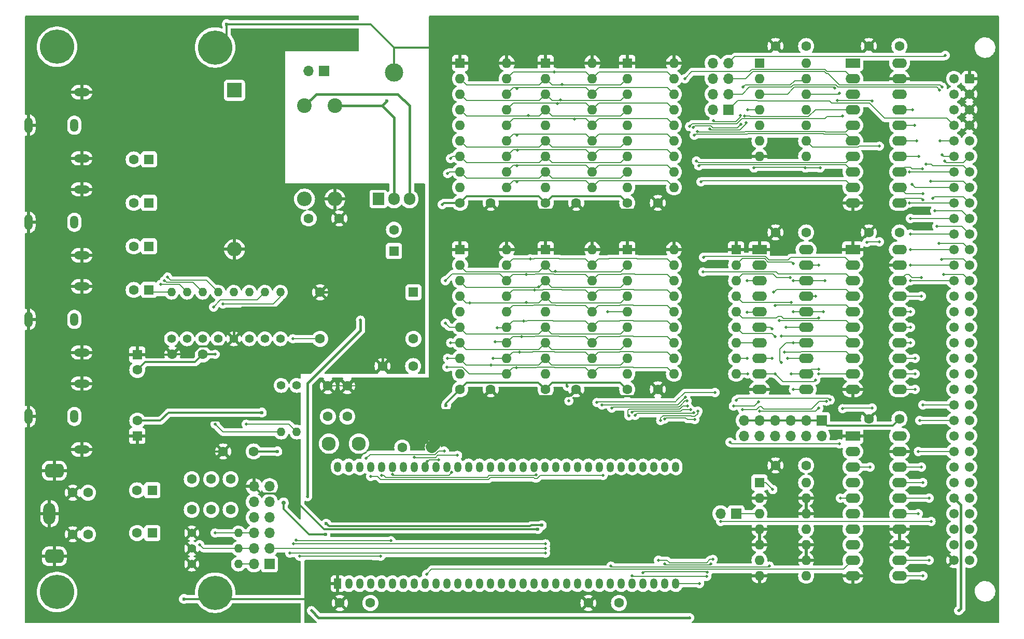
<source format=gbr>
%TF.GenerationSoftware,KiCad,Pcbnew,7.0.9-7.0.9~ubuntu22.04.1*%
%TF.CreationDate,2023-12-27T15:34:34+01:00*%
%TF.ProjectId,Z80-VDP,5a38302d-5644-4502-9e6b-696361645f70,rev?*%
%TF.SameCoordinates,Original*%
%TF.FileFunction,Copper,L4,Bot*%
%TF.FilePolarity,Positive*%
%FSLAX46Y46*%
G04 Gerber Fmt 4.6, Leading zero omitted, Abs format (unit mm)*
G04 Created by KiCad (PCBNEW 7.0.9-7.0.9~ubuntu22.04.1) date 2023-12-27 15:34:34*
%MOMM*%
%LPD*%
G01*
G04 APERTURE LIST*
G04 Aperture macros list*
%AMRoundRect*
0 Rectangle with rounded corners*
0 $1 Rounding radius*
0 $2 $3 $4 $5 $6 $7 $8 $9 X,Y pos of 4 corners*
0 Add a 4 corners polygon primitive as box body*
4,1,4,$2,$3,$4,$5,$6,$7,$8,$9,$2,$3,0*
0 Add four circle primitives for the rounded corners*
1,1,$1+$1,$2,$3*
1,1,$1+$1,$4,$5*
1,1,$1+$1,$6,$7*
1,1,$1+$1,$8,$9*
0 Add four rect primitives between the rounded corners*
20,1,$1+$1,$2,$3,$4,$5,0*
20,1,$1+$1,$4,$5,$6,$7,0*
20,1,$1+$1,$6,$7,$8,$9,0*
20,1,$1+$1,$8,$9,$2,$3,0*%
G04 Aperture macros list end*
%TA.AperFunction,ComponentPad*%
%ADD10R,2.400000X1.600000*%
%TD*%
%TA.AperFunction,ComponentPad*%
%ADD11O,2.400000X1.600000*%
%TD*%
%TA.AperFunction,ComponentPad*%
%ADD12R,1.700000X1.700000*%
%TD*%
%TA.AperFunction,ComponentPad*%
%ADD13O,1.700000X1.700000*%
%TD*%
%TA.AperFunction,ComponentPad*%
%ADD14R,1.600000X1.600000*%
%TD*%
%TA.AperFunction,ComponentPad*%
%ADD15O,1.600000X1.600000*%
%TD*%
%TA.AperFunction,ComponentPad*%
%ADD16O,1.324000X2.124000*%
%TD*%
%TA.AperFunction,ComponentPad*%
%ADD17O,2.524000X1.324000*%
%TD*%
%TA.AperFunction,ComponentPad*%
%ADD18O,1.324000X2.524000*%
%TD*%
%TA.AperFunction,ComponentPad*%
%ADD19C,1.600000*%
%TD*%
%TA.AperFunction,ComponentPad*%
%ADD20C,1.400000*%
%TD*%
%TA.AperFunction,ComponentPad*%
%ADD21O,1.400000X1.400000*%
%TD*%
%TA.AperFunction,ComponentPad*%
%ADD22R,2.400000X2.400000*%
%TD*%
%TA.AperFunction,ComponentPad*%
%ADD23O,2.400000X2.400000*%
%TD*%
%TA.AperFunction,ComponentPad*%
%ADD24C,5.600000*%
%TD*%
%TA.AperFunction,ComponentPad*%
%ADD25R,1.200000X1.700000*%
%TD*%
%TA.AperFunction,ComponentPad*%
%ADD26O,1.200000X1.700000*%
%TD*%
%TA.AperFunction,ComponentPad*%
%ADD27C,2.300000*%
%TD*%
%TA.AperFunction,ComponentPad*%
%ADD28C,2.400000*%
%TD*%
%TA.AperFunction,ComponentPad*%
%ADD29R,1.905000X2.000000*%
%TD*%
%TA.AperFunction,ComponentPad*%
%ADD30C,3.000000*%
%TD*%
%TA.AperFunction,ComponentPad*%
%ADD31O,1.905000X2.000000*%
%TD*%
%TA.AperFunction,ComponentPad*%
%ADD32RoundRect,0.550000X0.950000X-0.550000X0.950000X0.550000X-0.950000X0.550000X-0.950000X-0.550000X0*%
%TD*%
%TA.AperFunction,ComponentPad*%
%ADD33O,2.000000X3.500000*%
%TD*%
%TA.AperFunction,ComponentPad*%
%ADD34RoundRect,0.249999X-0.525001X0.525001X-0.525001X-0.525001X0.525001X-0.525001X0.525001X0.525001X0*%
%TD*%
%TA.AperFunction,ComponentPad*%
%ADD35C,1.550000*%
%TD*%
%TA.AperFunction,ViaPad*%
%ADD36C,0.500000*%
%TD*%
%TA.AperFunction,ViaPad*%
%ADD37C,0.700000*%
%TD*%
%TA.AperFunction,ViaPad*%
%ADD38C,0.600000*%
%TD*%
%TA.AperFunction,Conductor*%
%ADD39C,0.300000*%
%TD*%
%TA.AperFunction,Conductor*%
%ADD40C,0.200000*%
%TD*%
%TA.AperFunction,Conductor*%
%ADD41C,0.150000*%
%TD*%
%TA.AperFunction,Conductor*%
%ADD42C,0.450000*%
%TD*%
%TA.AperFunction,Conductor*%
%ADD43C,2.000000*%
%TD*%
G04 APERTURE END LIST*
D10*
%TO.P,U2,1,G*%
%TO.N,GND*%
X186675000Y-91445000D03*
D11*
%TO.P,U2,2,P0*%
%TO.N,/~{#IOREQ}*%
X186675000Y-93985000D03*
%TO.P,U2,3,R0*%
%TO.N,Net-(RN1-R8)*%
X186675000Y-96525000D03*
%TO.P,U2,4,P1*%
%TO.N,/~{#IOREQ}*%
X186675000Y-99065000D03*
%TO.P,U2,5,R1*%
%TO.N,Net-(RN1-R7)*%
X186675000Y-101605000D03*
%TO.P,U2,6,P2*%
%TO.N,/#A2*%
X186675000Y-104145000D03*
%TO.P,U2,7,R2*%
%TO.N,Net-(JP1-Pin_2)*%
X186675000Y-106685000D03*
%TO.P,U2,8,P3*%
%TO.N,/#A3*%
X186675000Y-109225000D03*
%TO.P,U2,9,R3*%
%TO.N,Net-(JP1-Pin_4)*%
X186675000Y-111765000D03*
%TO.P,U2,10,GND*%
%TO.N,GND*%
X186675000Y-114305000D03*
%TO.P,U2,11,P4*%
%TO.N,/#A4*%
X194295000Y-114305000D03*
%TO.P,U2,12,R4*%
%TO.N,Net-(JP1-Pin_6)*%
X194295000Y-111765000D03*
%TO.P,U2,13,P5*%
%TO.N,/#A5*%
X194295000Y-109225000D03*
%TO.P,U2,14,R5*%
%TO.N,Net-(JP1-Pin_8)*%
X194295000Y-106685000D03*
%TO.P,U2,15,P6*%
%TO.N,/#A6*%
X194295000Y-104145000D03*
%TO.P,U2,16,R6*%
%TO.N,Net-(JP1-Pin_10)*%
X194295000Y-101605000D03*
%TO.P,U2,17,P7*%
%TO.N,/#A7*%
X194295000Y-99065000D03*
%TO.P,U2,18,R7*%
%TO.N,Net-(JP1-Pin_12)*%
X194295000Y-96525000D03*
%TO.P,U2,19,P=R*%
%TO.N,Net-(U2-P=R)*%
X194295000Y-93985000D03*
%TO.P,U2,20,VCC*%
%TO.N,+5V*%
X194295000Y-91445000D03*
%TD*%
D12*
%TO.P,JP2,1,1*%
%TO.N,Net-(JP2-Pad1)*%
X182880000Y-134620000D03*
D13*
%TO.P,JP2,2,2*%
%TO.N,/~{WAIT}*%
X180340000Y-134620000D03*
%TD*%
D14*
%TO.P,U10,1,~{OE}*%
%TO.N,GND*%
X165100000Y-91440000D03*
D15*
%TO.P,U10,2,D0*%
%TO.N,/RD4*%
X165100000Y-93980000D03*
%TO.P,U10,3,D1*%
%TO.N,/RD5*%
X165100000Y-96520000D03*
%TO.P,U10,4,~{W}*%
%TO.N,/R{slash}W*%
X165100000Y-99060000D03*
%TO.P,U10,5,~{RAS}*%
%TO.N,/{slash}CAS0*%
X165100000Y-101600000D03*
%TO.P,U10,6,A6*%
%TO.N,/AD6*%
X165100000Y-104140000D03*
%TO.P,U10,7,A5*%
%TO.N,/AD5*%
X165100000Y-106680000D03*
%TO.P,U10,8,A4*%
%TO.N,/AD4*%
X165100000Y-109220000D03*
%TO.P,U10,9,VCC*%
%TO.N,+5V*%
X165100000Y-111760000D03*
%TO.P,U10,10,A7*%
%TO.N,/AD7*%
X172720000Y-111760000D03*
%TO.P,U10,11,A3*%
%TO.N,/AD3*%
X172720000Y-109220000D03*
%TO.P,U10,12,A2*%
%TO.N,/AD2*%
X172720000Y-106680000D03*
%TO.P,U10,13,A1*%
%TO.N,/AD1*%
X172720000Y-104140000D03*
%TO.P,U10,14,A0*%
%TO.N,/AD0*%
X172720000Y-101600000D03*
%TO.P,U10,15,D2*%
%TO.N,/RD6*%
X172720000Y-99060000D03*
%TO.P,U10,16,~{CAS}*%
%TO.N,/{slash}RAS*%
X172720000Y-96520000D03*
%TO.P,U10,17,D3*%
%TO.N,/RD7*%
X172720000Y-93980000D03*
%TO.P,U10,18,GND*%
%TO.N,GND*%
X172720000Y-91440000D03*
%TD*%
D16*
%TO.P,J8,1,In*%
%TO.N,/VO_GREEN*%
X74810000Y-102870000D03*
D17*
%TO.P,J8,2,Ext*%
%TO.N,GNDA*%
X76010000Y-97470000D03*
D18*
X67310000Y-102870000D03*
D17*
X76010000Y-108270000D03*
%TD*%
D19*
%TO.P,C28,1*%
%TO.N,+5V*%
X194310000Y-58166000D03*
%TO.P,C28,2*%
%TO.N,GND*%
X189310000Y-58166000D03*
%TD*%
%TO.P,C32,1*%
%TO.N,+5V*%
X209550000Y-119126000D03*
%TO.P,C32,2*%
%TO.N,GND*%
X204550000Y-119126000D03*
%TD*%
D14*
%TO.P,U9,1,~{OE}*%
%TO.N,GND*%
X165100000Y-60960000D03*
D15*
%TO.P,U9,2,D0*%
%TO.N,/RD0*%
X165100000Y-63500000D03*
%TO.P,U9,3,D1*%
%TO.N,/RD1*%
X165100000Y-66040000D03*
%TO.P,U9,4,~{W}*%
%TO.N,/R{slash}W*%
X165100000Y-68580000D03*
%TO.P,U9,5,~{RAS}*%
%TO.N,/{slash}CAS0*%
X165100000Y-71120000D03*
%TO.P,U9,6,A6*%
%TO.N,/AD6*%
X165100000Y-73660000D03*
%TO.P,U9,7,A5*%
%TO.N,/AD5*%
X165100000Y-76200000D03*
%TO.P,U9,8,A4*%
%TO.N,/AD4*%
X165100000Y-78740000D03*
%TO.P,U9,9,VCC*%
%TO.N,+5V*%
X165100000Y-81280000D03*
%TO.P,U9,10,A7*%
%TO.N,/AD7*%
X172720000Y-81280000D03*
%TO.P,U9,11,A3*%
%TO.N,/AD3*%
X172720000Y-78740000D03*
%TO.P,U9,12,A2*%
%TO.N,/AD2*%
X172720000Y-76200000D03*
%TO.P,U9,13,A1*%
%TO.N,/AD1*%
X172720000Y-73660000D03*
%TO.P,U9,14,A0*%
%TO.N,/AD0*%
X172720000Y-71120000D03*
%TO.P,U9,15,D2*%
%TO.N,/RD2*%
X172720000Y-68580000D03*
%TO.P,U9,16,~{CAS}*%
%TO.N,/{slash}RAS*%
X172720000Y-66040000D03*
%TO.P,U9,17,D3*%
%TO.N,/RD3*%
X172720000Y-63500000D03*
%TO.P,U9,18,GND*%
%TO.N,GND*%
X172720000Y-60960000D03*
%TD*%
D19*
%TO.P,C31,1*%
%TO.N,+5V*%
X209550000Y-88646000D03*
%TO.P,C31,2*%
%TO.N,GND*%
X204550000Y-88646000D03*
%TD*%
D20*
%TO.P,R1,1*%
%TO.N,GNDA*%
X93980000Y-137795000D03*
D21*
%TO.P,R1,2*%
%TO.N,Net-(J2-Pin_6)*%
X101600000Y-137795000D03*
%TD*%
D19*
%TO.P,C29,1*%
%TO.N,+5V*%
X194310000Y-88646000D03*
%TO.P,C29,2*%
%TO.N,GND*%
X189310000Y-88646000D03*
%TD*%
D14*
%TO.P,C14,1*%
%TO.N,GNDA*%
X85090000Y-108625000D03*
D19*
%TO.P,C14,2*%
%TO.N,+5VA*%
X85090000Y-111125000D03*
%TD*%
D14*
%TO.P,C13,1*%
%TO.N,GNDA*%
X85090000Y-121920000D03*
D19*
%TO.P,C13,2*%
%TO.N,+5VA*%
X85090000Y-119420000D03*
%TD*%
D20*
%TO.P,R7,1*%
%TO.N,Net-(U11-GOUT)*%
X93218000Y-106045000D03*
D21*
%TO.P,R7,2*%
%TO.N,Net-(C20-Pad1)*%
X93218000Y-98425000D03*
%TD*%
D14*
%TO.P,U6,1*%
%TO.N,/~{#WAIT}*%
X186690000Y-129540000D03*
D15*
%TO.P,U6,2*%
%TO.N,GND*%
X186690000Y-132080000D03*
%TO.P,U6,3*%
%TO.N,Net-(JP2-Pad1)*%
X186690000Y-134620000D03*
%TO.P,U6,4*%
%TO.N,GND*%
X186690000Y-137160000D03*
%TO.P,U6,5*%
X186690000Y-139700000D03*
%TO.P,U6,6*%
%TO.N,unconnected-(U6-Pad6)*%
X186690000Y-142240000D03*
%TO.P,U6,7,GND*%
%TO.N,GND*%
X186690000Y-144780000D03*
%TO.P,U6,8*%
%TO.N,unconnected-(U6-Pad8)*%
X194310000Y-144780000D03*
%TO.P,U6,9*%
%TO.N,GND*%
X194310000Y-142240000D03*
%TO.P,U6,10*%
X194310000Y-139700000D03*
%TO.P,U6,11*%
%TO.N,unconnected-(U6-Pad11)*%
X194310000Y-137160000D03*
%TO.P,U6,12*%
%TO.N,GND*%
X194310000Y-134620000D03*
%TO.P,U6,13*%
X194310000Y-132080000D03*
%TO.P,U6,14,VCC*%
%TO.N,+5V*%
X194310000Y-129540000D03*
%TD*%
D22*
%TO.P,C34,1*%
%TO.N,+5VA*%
X100965000Y-65405000D03*
D23*
%TO.P,C34,2*%
%TO.N,GNDA*%
X100965000Y-91405000D03*
%TD*%
D24*
%TO.P,,1,1*%
%TO.N,GND*%
X97790000Y-147574000D03*
%TD*%
D25*
%TO.P,U8,1,GND*%
%TO.N,GND*%
X117825000Y-146075400D03*
D26*
%TO.P,U8,2*%
%TO.N,N/C*%
X119605000Y-146075400D03*
%TO.P,U8,3*%
X121385000Y-146075400D03*
%TO.P,U8,4,VRESET*%
%TO.N,+5V*%
X123165000Y-146075400D03*
%TO.P,U8,5,HSYNC*%
%TO.N,/HSYNC*%
X124945000Y-146075400D03*
%TO.P,U8,6,CSYNC*%
%TO.N,/CSYNC*%
X126725000Y-146075400D03*
%TO.P,U8,7*%
%TO.N,N/C*%
X128505000Y-146075400D03*
%TO.P,U8,8,CPUCLK/VDS*%
%TO.N,unconnected-(U8-CPUCLK{slash}VDS-Pad8)*%
X130285000Y-146075400D03*
%TO.P,U8,9,/RESET*%
%TO.N,/~{#RESET}*%
X132065000Y-146075400D03*
%TO.P,U8,10*%
%TO.N,N/C*%
X133845000Y-146075400D03*
%TO.P,U8,11*%
X135625000Y-146075400D03*
%TO.P,U8,12*%
X137405000Y-146075400D03*
%TO.P,U8,13*%
X139185000Y-146075400D03*
%TO.P,U8,14*%
X140965000Y-146075400D03*
%TO.P,U8,15*%
X142745000Y-146075400D03*
%TO.P,U8,16*%
X144525000Y-146075400D03*
%TO.P,U8,17*%
X146305000Y-146075400D03*
%TO.P,U8,18*%
X148085000Y-146075400D03*
%TO.P,U8,19*%
X149865000Y-146075400D03*
%TO.P,U8,20,GND/DAC*%
%TO.N,GNDA*%
X151645000Y-146075400D03*
%TO.P,U8,21,VCC/DAC*%
%TO.N,+5VA*%
X153425000Y-146075400D03*
%TO.P,U8,22,G*%
%TO.N,/RGB_G*%
X155205000Y-146075400D03*
%TO.P,U8,23,R*%
%TO.N,/RGB_R*%
X156985000Y-146075400D03*
%TO.P,U8,24,B*%
%TO.N,/RGB_B*%
X158765000Y-146075400D03*
%TO.P,U8,25,/INT*%
%TO.N,/~{IRQ_OUT}*%
X160545000Y-146075400D03*
%TO.P,U8,26,/WAIT*%
%TO.N,/~{#WAIT}*%
X162325000Y-146075400D03*
%TO.P,U8,27,/HRESET*%
%TO.N,+5V*%
X164105000Y-146075400D03*
%TO.P,U8,28,MODE1*%
%TO.N,/#A1*%
X165885000Y-146075400D03*
%TO.P,U8,29,MODE0*%
%TO.N,/#A0*%
X167665000Y-146075400D03*
%TO.P,U8,30,/CSW*%
%TO.N,/~{VDP_WR}*%
X169445000Y-146075400D03*
%TO.P,U8,31,/CSR*%
%TO.N,/~{VDP_RD}*%
X171225000Y-146075400D03*
%TO.P,U8,32,D7*%
%TO.N,/#D7*%
X173005000Y-146075400D03*
%TO.P,U8,33,VBB*%
%TO.N,unconnected-(U8-VBB-Pad33)*%
X173005000Y-126974600D03*
%TO.P,U8,34,D6*%
%TO.N,/#D6*%
X171225000Y-126974600D03*
%TO.P,U8,35,D5*%
%TO.N,/#D5*%
X169445000Y-126974600D03*
%TO.P,U8,36,D4*%
%TO.N,/#D4*%
X167665000Y-126974600D03*
%TO.P,U8,37,D3*%
%TO.N,/#D3*%
X165885000Y-126974600D03*
%TO.P,U8,38,D2*%
%TO.N,/#D2*%
X164105000Y-126974600D03*
%TO.P,U8,39,D1*%
%TO.N,/#D1*%
X162325000Y-126974600D03*
%TO.P,U8,40,D0*%
%TO.N,/#D0*%
X160545000Y-126974600D03*
%TO.P,U8,41,RD0*%
%TO.N,/RD0*%
X158765000Y-126974600D03*
%TO.P,U8,42,RD1*%
%TO.N,/RD1*%
X156985000Y-126974600D03*
%TO.P,U8,43,RD2*%
%TO.N,/RD2*%
X155205000Y-126974600D03*
%TO.P,U8,44,RD3*%
%TO.N,/RD3*%
X153425000Y-126974600D03*
%TO.P,U8,45,RD4*%
%TO.N,/RD4*%
X151645000Y-126974600D03*
%TO.P,U8,46,RD5*%
%TO.N,/RD5*%
X149865000Y-126974600D03*
%TO.P,U8,47,RD6*%
%TO.N,/RD6*%
X148085000Y-126974600D03*
%TO.P,U8,48,RD7*%
%TO.N,/RD7*%
X146305000Y-126974600D03*
%TO.P,U8,49,AD0*%
%TO.N,/AD0*%
X144525000Y-126974600D03*
%TO.P,U8,50,AD1*%
%TO.N,/AD1*%
X142745000Y-126974600D03*
%TO.P,U8,51,AD2*%
%TO.N,/AD2*%
X140965000Y-126974600D03*
%TO.P,U8,52,AD3*%
%TO.N,/AD3*%
X139185000Y-126974600D03*
%TO.P,U8,53,AD4*%
%TO.N,/AD4*%
X137405000Y-126974600D03*
%TO.P,U8,54,AD5*%
%TO.N,/AD5*%
X135625000Y-126974600D03*
%TO.P,U8,55,AD6*%
%TO.N,/AD6*%
X133845000Y-126974600D03*
%TO.P,U8,56,AD7*%
%TO.N,/AD7*%
X132065000Y-126974600D03*
%TO.P,U8,57,R/W*%
%TO.N,/R{slash}W*%
X130285000Y-126974600D03*
%TO.P,U8,58,VCC*%
%TO.N,+5V*%
X128505000Y-126974600D03*
%TO.P,U8,59,/CAS_X*%
%TO.N,/{slash}CASX*%
X126725000Y-126974600D03*
%TO.P,U8,60,/CAS1*%
%TO.N,/{slash}CAS1*%
X124945000Y-126974600D03*
%TO.P,U8,61,/CAS0*%
%TO.N,/{slash}CAS0*%
X123165000Y-126974600D03*
%TO.P,U8,62,/RAS*%
%TO.N,/{slash}RAS*%
X121385000Y-126974600D03*
%TO.P,U8,63,XTAL1*%
%TO.N,Net-(U8-XTAL1)*%
X119605000Y-126974600D03*
%TO.P,U8,64,XTAL2*%
%TO.N,Net-(U8-XTAL2)*%
X117825000Y-126974600D03*
%TD*%
D14*
%TO.P,RN1,1,common*%
%TO.N,GND*%
X182880000Y-91440000D03*
D15*
%TO.P,RN1,2,R1*%
%TO.N,Net-(JP1-Pin_12)*%
X182880000Y-93980000D03*
%TO.P,RN1,3,R2*%
%TO.N,Net-(JP1-Pin_10)*%
X182880000Y-96520000D03*
%TO.P,RN1,4,R3*%
%TO.N,Net-(JP1-Pin_8)*%
X182880000Y-99060000D03*
%TO.P,RN1,5,R4*%
%TO.N,Net-(JP1-Pin_6)*%
X182880000Y-101600000D03*
%TO.P,RN1,6,R5*%
%TO.N,Net-(JP1-Pin_4)*%
X182880000Y-104140000D03*
%TO.P,RN1,7,R6*%
%TO.N,Net-(JP1-Pin_2)*%
X182880000Y-106680000D03*
%TO.P,RN1,8,R7*%
%TO.N,Net-(RN1-R7)*%
X182880000Y-109220000D03*
%TO.P,RN1,9,R8*%
%TO.N,Net-(RN1-R8)*%
X182880000Y-111760000D03*
%TD*%
D19*
%TO.P,C12,1*%
%TO.N,+5VA*%
X95805000Y-108585000D03*
%TO.P,C12,2*%
%TO.N,GNDA*%
X90805000Y-108585000D03*
%TD*%
D14*
%TO.P,C19,1*%
%TO.N,Net-(C19-Pad1)*%
X87542380Y-137795000D03*
D19*
%TO.P,C19,2*%
%TO.N,Net-(C19-Pad2)*%
X85042380Y-137795000D03*
%TD*%
%TO.P,C9,1*%
%TO.N,Net-(J2-Pin_6)*%
X97155000Y-133985000D03*
%TO.P,C9,2*%
%TO.N,Net-(U11-GIN)*%
X97155000Y-128985000D03*
%TD*%
D16*
%TO.P,J9,1,In*%
%TO.N,/VO_BLUE*%
X74810000Y-86995000D03*
D17*
%TO.P,J9,2,Ext*%
%TO.N,GNDA*%
X76010000Y-81595000D03*
D18*
X67310000Y-86995000D03*
D17*
X76010000Y-92395000D03*
%TD*%
D20*
%TO.P,R8,1*%
%TO.N,Net-(U11-BOUT)*%
X95758000Y-106045000D03*
D21*
%TO.P,R8,2*%
%TO.N,Net-(C21-Pad1)*%
X95758000Y-98425000D03*
%TD*%
D19*
%TO.P,C10,1*%
%TO.N,Net-(J2-Pin_4)*%
X93980000Y-133985000D03*
%TO.P,C10,2*%
%TO.N,Net-(U11-RIN)*%
X93980000Y-128985000D03*
%TD*%
%TO.P,C25,1*%
%TO.N,+5V*%
X165100000Y-114300000D03*
%TO.P,C25,2*%
%TO.N,GND*%
X170100000Y-114300000D03*
%TD*%
D20*
%TO.P,R12,1*%
%TO.N,Net-(U11-COUT)*%
X108458000Y-106045000D03*
D21*
%TO.P,R12,2*%
%TO.N,Net-(C17-Pad1)*%
X108458000Y-98425000D03*
%TD*%
D27*
%TO.P,Y1,1,1*%
%TO.N,Net-(U8-XTAL1)*%
X121285000Y-123190000D03*
%TO.P,Y1,2,2*%
%TO.N,Net-(U8-XTAL2)*%
X116385000Y-123190000D03*
%TD*%
D20*
%TO.P,R2,1*%
%TO.N,GNDA*%
X93980000Y-140335000D03*
D21*
%TO.P,R2,2*%
%TO.N,Net-(J2-Pin_4)*%
X101600000Y-140335000D03*
%TD*%
D14*
%TO.P,C24,1*%
%TO.N,Net-(C24-Pad1)*%
X86995000Y-76708000D03*
D19*
%TO.P,C24,2*%
%TO.N,/VO_COM*%
X84495000Y-76708000D03*
%TD*%
D14*
%TO.P,C18,1*%
%TO.N,Net-(C18-Pad1)*%
X86995000Y-98044000D03*
D19*
%TO.P,C18,2*%
%TO.N,/VO_RED*%
X84495000Y-98044000D03*
%TD*%
D20*
%TO.P,R10,1*%
%TO.N,Net-(U11-YTRAP)*%
X103378000Y-106045000D03*
D21*
%TO.P,R10,2*%
%TO.N,+5VA*%
X103378000Y-98425000D03*
%TD*%
D19*
%TO.P,C2,1*%
%TO.N,+5VA*%
X113070000Y-86360000D03*
%TO.P,C2,2*%
%TO.N,GNDA*%
X118070000Y-86360000D03*
%TD*%
D10*
%TO.P,U3,1,A->B*%
%TO.N,BUSDIR*%
X201930000Y-60960000D03*
D11*
%TO.P,U3,2,A0*%
%TO.N,/#D0*%
X201930000Y-63500000D03*
%TO.P,U3,3,A1*%
%TO.N,/#D1*%
X201930000Y-66040000D03*
%TO.P,U3,4,A2*%
%TO.N,/#D2*%
X201930000Y-68580000D03*
%TO.P,U3,5,A3*%
%TO.N,/#D3*%
X201930000Y-71120000D03*
%TO.P,U3,6,A4*%
%TO.N,/#D4*%
X201930000Y-73660000D03*
%TO.P,U3,7,A5*%
%TO.N,/#D5*%
X201930000Y-76200000D03*
%TO.P,U3,8,A6*%
%TO.N,/#D6*%
X201930000Y-78740000D03*
%TO.P,U3,9,A7*%
%TO.N,/#D7*%
X201930000Y-81280000D03*
%TO.P,U3,10,GND*%
%TO.N,GND*%
X201930000Y-83820000D03*
%TO.P,U3,11,B7*%
%TO.N,/D7*%
X209550000Y-83820000D03*
%TO.P,U3,12,B6*%
%TO.N,/D6*%
X209550000Y-81280000D03*
%TO.P,U3,13,B5*%
%TO.N,/D5*%
X209550000Y-78740000D03*
%TO.P,U3,14,B4*%
%TO.N,/D4*%
X209550000Y-76200000D03*
%TO.P,U3,15,B3*%
%TO.N,/D3*%
X209550000Y-73660000D03*
%TO.P,U3,16,B2*%
%TO.N,/D2*%
X209550000Y-71120000D03*
%TO.P,U3,17,B1*%
%TO.N,/D1*%
X209550000Y-68580000D03*
%TO.P,U3,18,B0*%
%TO.N,/D0*%
X209550000Y-66040000D03*
%TO.P,U3,19,CE*%
%TO.N,GND*%
X209550000Y-63500000D03*
%TO.P,U3,20,VCC*%
%TO.N,+5V*%
X209550000Y-60960000D03*
%TD*%
D19*
%TO.P,C11,1*%
%TO.N,+5VA*%
X104100000Y-124460000D03*
%TO.P,C11,2*%
%TO.N,GNDA*%
X99100000Y-124460000D03*
%TD*%
%TO.P,C6,1*%
%TO.N,GND*%
X116205000Y-113745000D03*
%TO.P,C6,2*%
%TO.N,Net-(U8-XTAL2)*%
X116205000Y-118745000D03*
%TD*%
D20*
%TO.P,R9,1*%
%TO.N,Net-(U11-CVOUT)*%
X98298000Y-106045000D03*
D21*
%TO.P,R9,2*%
%TO.N,Net-(C24-Pad1)*%
X98298000Y-98425000D03*
%TD*%
D10*
%TO.P,U4,1,A->B*%
%TO.N,GND*%
X201915000Y-91440000D03*
D11*
%TO.P,U4,2,A0*%
%TO.N,/#A0*%
X201915000Y-93980000D03*
%TO.P,U4,3,A1*%
%TO.N,/#A1*%
X201915000Y-96520000D03*
%TO.P,U4,4,A2*%
%TO.N,/#A2*%
X201915000Y-99060000D03*
%TO.P,U4,5,A3*%
%TO.N,/#A3*%
X201915000Y-101600000D03*
%TO.P,U4,6,A4*%
%TO.N,/#A4*%
X201915000Y-104140000D03*
%TO.P,U4,7,A5*%
%TO.N,/#A5*%
X201915000Y-106680000D03*
%TO.P,U4,8,A6*%
%TO.N,/#A6*%
X201915000Y-109220000D03*
%TO.P,U4,9,A7*%
%TO.N,/#A7*%
X201915000Y-111760000D03*
%TO.P,U4,10,GND*%
%TO.N,GND*%
X201915000Y-114300000D03*
%TO.P,U4,11,B7*%
%TO.N,/A7*%
X209535000Y-114300000D03*
%TO.P,U4,12,B6*%
%TO.N,/A6*%
X209535000Y-111760000D03*
%TO.P,U4,13,B5*%
%TO.N,/A5*%
X209535000Y-109220000D03*
%TO.P,U4,14,B4*%
%TO.N,/A4*%
X209535000Y-106680000D03*
%TO.P,U4,15,B3*%
%TO.N,/A3*%
X209535000Y-104140000D03*
%TO.P,U4,16,B2*%
%TO.N,/A2*%
X209535000Y-101600000D03*
%TO.P,U4,17,B1*%
%TO.N,/A1*%
X209535000Y-99060000D03*
%TO.P,U4,18,B0*%
%TO.N,/A0*%
X209535000Y-96520000D03*
%TO.P,U4,19,CE*%
%TO.N,GND*%
X209535000Y-93980000D03*
%TO.P,U4,20,VCC*%
%TO.N,+5V*%
X209535000Y-91440000D03*
%TD*%
D19*
%TO.P,C22,1*%
%TO.N,+5V*%
X151765000Y-83820000D03*
%TO.P,C22,2*%
%TO.N,GND*%
X156765000Y-83820000D03*
%TD*%
D28*
%TO.P,FB2,1*%
%TO.N,Net-(U1-OUT)*%
X112395000Y-67945000D03*
D23*
%TO.P,FB2,2*%
%TO.N,+5VA*%
X112395000Y-83185000D03*
%TD*%
D20*
%TO.P,R11,1*%
%TO.N,Net-(U11-YOUT)*%
X105918000Y-106045000D03*
D21*
%TO.P,R11,2*%
%TO.N,Net-(C19-Pad1)*%
X105918000Y-98425000D03*
%TD*%
D14*
%TO.P,U13,1,~{OE}*%
%TO.N,GND*%
X151765000Y-91440000D03*
D15*
%TO.P,U13,2,D0*%
%TO.N,/RD4*%
X151765000Y-93980000D03*
%TO.P,U13,3,D1*%
%TO.N,/RD5*%
X151765000Y-96520000D03*
%TO.P,U13,4,~{W}*%
%TO.N,/R{slash}W*%
X151765000Y-99060000D03*
%TO.P,U13,5,~{RAS}*%
%TO.N,/{slash}CAS1*%
X151765000Y-101600000D03*
%TO.P,U13,6,A6*%
%TO.N,/AD6*%
X151765000Y-104140000D03*
%TO.P,U13,7,A5*%
%TO.N,/AD5*%
X151765000Y-106680000D03*
%TO.P,U13,8,A4*%
%TO.N,/AD4*%
X151765000Y-109220000D03*
%TO.P,U13,9,VCC*%
%TO.N,+5V*%
X151765000Y-111760000D03*
%TO.P,U13,10,A7*%
%TO.N,/AD7*%
X159385000Y-111760000D03*
%TO.P,U13,11,A3*%
%TO.N,/AD3*%
X159385000Y-109220000D03*
%TO.P,U13,12,A2*%
%TO.N,/AD2*%
X159385000Y-106680000D03*
%TO.P,U13,13,A1*%
%TO.N,/AD1*%
X159385000Y-104140000D03*
%TO.P,U13,14,A0*%
%TO.N,/AD0*%
X159385000Y-101600000D03*
%TO.P,U13,15,D2*%
%TO.N,/RD6*%
X159385000Y-99060000D03*
%TO.P,U13,16,~{CAS}*%
%TO.N,/{slash}RAS*%
X159385000Y-96520000D03*
%TO.P,U13,17,D3*%
%TO.N,/RD7*%
X159385000Y-93980000D03*
%TO.P,U13,18,GND*%
%TO.N,GND*%
X159385000Y-91440000D03*
%TD*%
D19*
%TO.P,C27,1*%
%TO.N,+5V*%
X194310000Y-126746000D03*
%TO.P,C27,2*%
%TO.N,GND*%
X189310000Y-126746000D03*
%TD*%
D14*
%TO.P,U15,1,~{OE}*%
%TO.N,GND*%
X137795000Y-91440000D03*
D15*
%TO.P,U15,2,D0*%
%TO.N,/RD4*%
X137795000Y-93980000D03*
%TO.P,U15,3,D1*%
%TO.N,/RD5*%
X137795000Y-96520000D03*
%TO.P,U15,4,~{W}*%
%TO.N,/R{slash}W*%
X137795000Y-99060000D03*
%TO.P,U15,5,~{RAS}*%
%TO.N,/{slash}CASX*%
X137795000Y-101600000D03*
%TO.P,U15,6,A6*%
%TO.N,/AD6*%
X137795000Y-104140000D03*
%TO.P,U15,7,A5*%
%TO.N,/AD5*%
X137795000Y-106680000D03*
%TO.P,U15,8,A4*%
%TO.N,/AD4*%
X137795000Y-109220000D03*
%TO.P,U15,9,VCC*%
%TO.N,+5V*%
X137795000Y-111760000D03*
%TO.P,U15,10,A7*%
%TO.N,/AD7*%
X145415000Y-111760000D03*
%TO.P,U15,11,A3*%
%TO.N,/AD3*%
X145415000Y-109220000D03*
%TO.P,U15,12,A2*%
%TO.N,/AD2*%
X145415000Y-106680000D03*
%TO.P,U15,13,A1*%
%TO.N,/AD1*%
X145415000Y-104140000D03*
%TO.P,U15,14,A0*%
%TO.N,/AD0*%
X145415000Y-101600000D03*
%TO.P,U15,15,D2*%
%TO.N,/RD6*%
X145415000Y-99060000D03*
%TO.P,U15,16,~{CAS}*%
%TO.N,/{slash}RAS*%
X145415000Y-96520000D03*
%TO.P,U15,17,D3*%
%TO.N,/RD7*%
X145415000Y-93980000D03*
%TO.P,U15,18,GND*%
%TO.N,GND*%
X145415000Y-91440000D03*
%TD*%
D29*
%TO.P,U1,1,IN*%
%TO.N,+12V*%
X124460000Y-83185000D03*
D30*
%TO.P,U1,2,GND*%
%TO.N,GND*%
X127000000Y-62525000D03*
D31*
X127000000Y-83185000D03*
%TO.P,U1,3,OUT*%
%TO.N,Net-(U1-OUT)*%
X129540000Y-83185000D03*
%TD*%
D14*
%TO.P,U7,1*%
%TO.N,Net-(U7-Pad1)*%
X186690000Y-60960000D03*
D15*
%TO.P,U7,2*%
%TO.N,Net-(U2-P=R)*%
X186690000Y-63500000D03*
%TO.P,U7,3*%
%TO.N,/~{#WR}*%
X186690000Y-66040000D03*
%TO.P,U7,4*%
%TO.N,/~{VDP_WR}*%
X186690000Y-68580000D03*
%TO.P,U7,5*%
%TO.N,Net-(U7-Pad1)*%
X186690000Y-71120000D03*
%TO.P,U7,6*%
X186690000Y-73660000D03*
%TO.P,U7,7,GND*%
%TO.N,GND*%
X186690000Y-76200000D03*
%TO.P,U7,8*%
%TO.N,Net-(U2-P=R)*%
X194310000Y-76200000D03*
%TO.P,U7,9*%
%TO.N,/~{#RD}*%
X194310000Y-73660000D03*
%TO.P,U7,10*%
%TO.N,BUSDIR*%
X194310000Y-71120000D03*
%TO.P,U7,11*%
X194310000Y-68580000D03*
%TO.P,U7,12*%
X194310000Y-66040000D03*
%TO.P,U7,13*%
%TO.N,/~{VDP_RD}*%
X194310000Y-63500000D03*
%TO.P,U7,14,VCC*%
%TO.N,+5V*%
X194310000Y-60960000D03*
%TD*%
D14*
%TO.P,C1,1*%
%TO.N,Net-(U1-OUT)*%
X127000000Y-91695651D03*
D19*
%TO.P,C1,2*%
%TO.N,GND*%
X127000000Y-88195651D03*
%TD*%
%TO.P,C3,1*%
%TO.N,+5V*%
X123150000Y-149225000D03*
%TO.P,C3,2*%
%TO.N,GND*%
X118150000Y-149225000D03*
%TD*%
%TO.P,J4,1*%
%TO.N,GNDA*%
X74540000Y-138005000D03*
%TO.P,J4,2*%
X74540000Y-131205000D03*
%TO.P,J4,3*%
%TO.N,Net-(C19-Pad2)*%
X77040000Y-138005000D03*
%TO.P,J4,4*%
%TO.N,Net-(C17-Pad2)*%
X77040000Y-131205000D03*
D32*
%TO.P,J4,G*%
%TO.N,GNDA*%
X71540000Y-141605000D03*
D33*
X70745000Y-134620000D03*
D32*
X71540000Y-127605000D03*
%TD*%
D20*
%TO.P,R3,1*%
%TO.N,GNDA*%
X93980000Y-142875000D03*
D21*
%TO.P,R3,2*%
%TO.N,Net-(J2-Pin_2)*%
X101600000Y-142875000D03*
%TD*%
D19*
%TO.P,C16,1*%
%TO.N,+5V*%
X137795000Y-83820000D03*
%TO.P,C16,2*%
%TO.N,GND*%
X142795000Y-83820000D03*
%TD*%
D12*
%TO.P,JP3,1,1*%
%TO.N,+5V*%
X115575000Y-62230000D03*
D13*
%TO.P,JP3,2,2*%
%TO.N,+5VA*%
X113035000Y-62230000D03*
%TD*%
D20*
%TO.P,R13,1*%
%TO.N,GNDA*%
X100838000Y-106045000D03*
D21*
%TO.P,R13,2*%
%TO.N,Net-(C24-Pad1)*%
X100838000Y-98425000D03*
%TD*%
D28*
%TO.P,FB1,1*%
%TO.N,GND*%
X117348000Y-67945000D03*
D23*
%TO.P,FB1,2*%
%TO.N,GNDA*%
X117348000Y-83185000D03*
%TD*%
D16*
%TO.P,J7,1,In*%
%TO.N,/VO_RED*%
X74810000Y-118745000D03*
D17*
%TO.P,J7,2,Ext*%
%TO.N,GNDA*%
X76010000Y-113345000D03*
D18*
X67310000Y-118745000D03*
D17*
X76010000Y-124145000D03*
%TD*%
D14*
%TO.P,U12,1,~{OE}*%
%TO.N,GND*%
X151765000Y-60960000D03*
D15*
%TO.P,U12,2,D0*%
%TO.N,/RD0*%
X151765000Y-63500000D03*
%TO.P,U12,3,D1*%
%TO.N,/RD1*%
X151765000Y-66040000D03*
%TO.P,U12,4,~{W}*%
%TO.N,/R{slash}W*%
X151765000Y-68580000D03*
%TO.P,U12,5,~{RAS}*%
%TO.N,/{slash}CAS1*%
X151765000Y-71120000D03*
%TO.P,U12,6,A6*%
%TO.N,/AD6*%
X151765000Y-73660000D03*
%TO.P,U12,7,A5*%
%TO.N,/AD5*%
X151765000Y-76200000D03*
%TO.P,U12,8,A4*%
%TO.N,/AD4*%
X151765000Y-78740000D03*
%TO.P,U12,9,VCC*%
%TO.N,+5V*%
X151765000Y-81280000D03*
%TO.P,U12,10,A7*%
%TO.N,/AD7*%
X159385000Y-81280000D03*
%TO.P,U12,11,A3*%
%TO.N,/AD3*%
X159385000Y-78740000D03*
%TO.P,U12,12,A2*%
%TO.N,/AD2*%
X159385000Y-76200000D03*
%TO.P,U12,13,A1*%
%TO.N,/AD1*%
X159385000Y-73660000D03*
%TO.P,U12,14,A0*%
%TO.N,/AD0*%
X159385000Y-71120000D03*
%TO.P,U12,15,D2*%
%TO.N,/RD2*%
X159385000Y-68580000D03*
%TO.P,U12,16,~{CAS}*%
%TO.N,/{slash}RAS*%
X159385000Y-66040000D03*
%TO.P,U12,17,D3*%
%TO.N,/RD3*%
X159385000Y-63500000D03*
%TO.P,U12,18,GND*%
%TO.N,GND*%
X159385000Y-60960000D03*
%TD*%
D19*
%TO.P,C15,1*%
%TO.N,+5V*%
X165100000Y-83820000D03*
%TO.P,C15,2*%
%TO.N,GND*%
X170100000Y-83820000D03*
%TD*%
D14*
%TO.P,C20,1*%
%TO.N,Net-(C20-Pad1)*%
X86995000Y-90932000D03*
D19*
%TO.P,C20,2*%
%TO.N,/VO_GREEN*%
X84495000Y-90932000D03*
%TD*%
%TO.P,C5,1*%
%TO.N,Net-(U8-XTAL1)*%
X119380000Y-118745000D03*
%TO.P,C5,2*%
%TO.N,GND*%
X119380000Y-113745000D03*
%TD*%
D20*
%TO.P,R4,1*%
%TO.N,Net-(X1-OUT)*%
X108585000Y-113665000D03*
D21*
%TO.P,R4,2*%
%TO.N,Net-(U11-SCIN)*%
X108585000Y-121285000D03*
%TD*%
D20*
%TO.P,R5,1*%
%TO.N,Net-(J2-Pin_8)*%
X111125000Y-113665000D03*
D21*
%TO.P,R5,2*%
%TO.N,Net-(U11-SYNCIN)*%
X111125000Y-121285000D03*
%TD*%
D10*
%TO.P,U5,1,A->B*%
%TO.N,GND*%
X201930000Y-121920000D03*
D11*
%TO.P,U5,2,A0*%
%TO.N,/~{#RD}*%
X201930000Y-124460000D03*
%TO.P,U5,3,A1*%
%TO.N,/~{#WR}*%
X201930000Y-127000000D03*
%TO.P,U5,4,A2*%
%TO.N,/#CLK_CPU*%
X201930000Y-129540000D03*
%TO.P,U5,5,A3*%
%TO.N,/~{#IOREQ}*%
X201930000Y-132080000D03*
%TO.P,U5,6,A4*%
%TO.N,unconnected-(U5-A4-Pad6)*%
X201930000Y-134620000D03*
%TO.P,U5,7,A5*%
%TO.N,unconnected-(U5-A5-Pad7)*%
X201930000Y-137160000D03*
%TO.P,U5,8,A6*%
%TO.N,/~{#M1}*%
X201930000Y-139700000D03*
%TO.P,U5,9,A7*%
%TO.N,/~{#RESET}*%
X201930000Y-142240000D03*
%TO.P,U5,10,GND*%
%TO.N,GND*%
X201930000Y-144780000D03*
%TO.P,U5,11,B7*%
%TO.N,/~{RESET}*%
X209550000Y-144780000D03*
%TO.P,U5,12,B6*%
%TO.N,/~{M1}*%
X209550000Y-142240000D03*
%TO.P,U5,13,B5*%
%TO.N,GND*%
X209550000Y-139700000D03*
%TO.P,U5,14,B4*%
X209550000Y-137160000D03*
%TO.P,U5,15,B3*%
%TO.N,/~{IOREQ}*%
X209550000Y-134620000D03*
%TO.P,U5,16,B2*%
%TO.N,/CLK_CPU*%
X209550000Y-132080000D03*
%TO.P,U5,17,B1*%
%TO.N,/~{WR}*%
X209550000Y-129540000D03*
%TO.P,U5,18,B0*%
%TO.N,/~{RD}*%
X209550000Y-127000000D03*
%TO.P,U5,19,CE*%
%TO.N,GND*%
X209550000Y-124460000D03*
%TO.P,U5,20,VCC*%
%TO.N,+5V*%
X209550000Y-121920000D03*
%TD*%
D14*
%TO.P,C17,1*%
%TO.N,Net-(C17-Pad1)*%
X87542380Y-130810000D03*
D19*
%TO.P,C17,2*%
%TO.N,Net-(C17-Pad2)*%
X85042380Y-130810000D03*
%TD*%
D24*
%TO.P,J3,G,CHASSIS*%
%TO.N,GND*%
X71975000Y-58293000D03*
X71975000Y-147447000D03*
D34*
%TO.P,J3,a1,GND*%
X220980000Y-63500000D03*
D35*
%TO.P,J3,a2,GND*%
X220980000Y-66040000D03*
%TO.P,J3,a3,GND*%
X220980000Y-68580000D03*
%TO.P,J3,a4,GND*%
X220980000Y-71120000D03*
%TO.P,J3,a5,MEMAQ*%
%TO.N,/MEMAQ*%
X220980000Y-73660000D03*
%TO.P,J3,a6,~{INT3}*%
%TO.N,/~{INT3}*%
X220980000Y-76200000D03*
%TO.P,J3,a7,CA0*%
%TO.N,/A0*%
X220980000Y-78740000D03*
%TO.P,J3,a8,CA1*%
%TO.N,/A1*%
X220980000Y-81280000D03*
%TO.P,J3,a9,CA2*%
%TO.N,/A2*%
X220980000Y-83820000D03*
%TO.P,J3,a10,CA3*%
%TO.N,/A3*%
X220980000Y-86360000D03*
%TO.P,J3,a11,CA4*%
%TO.N,/A4*%
X220980000Y-88900000D03*
%TO.P,J3,a12,CA5*%
%TO.N,/A5*%
X220980000Y-91440000D03*
%TO.P,J3,a13,CA6*%
%TO.N,/A6*%
X220980000Y-93980000D03*
%TO.P,J3,a14,CA7*%
%TO.N,/A7*%
X220980000Y-96520000D03*
%TO.P,J3,a15,CA8*%
%TO.N,/A8*%
X220980000Y-99060000D03*
%TO.P,J3,a16,CA9*%
%TO.N,/A9*%
X220980000Y-101600000D03*
%TO.P,J3,a17,CA10*%
%TO.N,/A10*%
X220980000Y-104140000D03*
%TO.P,J3,a18,CA11*%
%TO.N,/A11*%
X220980000Y-106680000D03*
%TO.P,J3,a19,CA12*%
%TO.N,/A12*%
X220980000Y-109220000D03*
%TO.P,J3,a20,CA13*%
%TO.N,/A13*%
X220980000Y-111760000D03*
%TO.P,J3,a21,CA14*%
%TO.N,/A14*%
X220980000Y-114300000D03*
%TO.P,J3,a22,CA15*%
%TO.N,/A15*%
X220980000Y-116840000D03*
%TO.P,J3,a23,~{BUSREQ}*%
%TO.N,/~{BUSREQ}*%
X220980000Y-119380000D03*
%TO.P,J3,a24,~{BUSACK}*%
%TO.N,/~{BUSACK}*%
X220980000Y-121920000D03*
%TO.P,J3,a25,A16*%
%TO.N,/A16*%
X220980000Y-124460000D03*
%TO.P,J3,a26,A17*%
%TO.N,/A17*%
X220980000Y-127000000D03*
%TO.P,J3,a27,A18*%
%TO.N,/A18*%
X220980000Y-129540000D03*
%TO.P,J3,a28,A19*%
%TO.N,/A19*%
X220980000Y-132080000D03*
%TO.P,J3,a29,A20*%
%TO.N,/A20*%
X220980000Y-134620000D03*
%TO.P,J3,a30,A21*%
%TO.N,/A21*%
X220980000Y-137160000D03*
%TO.P,J3,a31,SCL*%
%TO.N,/A22{slash}SCL*%
X220980000Y-139700000D03*
%TO.P,J3,a32,SDA*%
%TO.N,/A23{slash}SDA*%
X220980000Y-142240000D03*
%TO.P,J3,b1,+5V*%
%TO.N,+5V*%
X218440000Y-63500000D03*
%TO.P,J3,b2,+5V*%
X218440000Y-66040000D03*
%TO.P,J3,b3,+5V*%
X218440000Y-68580000D03*
%TO.P,J3,b4,~{INT0}*%
%TO.N,/~{INT0}*%
X218440000Y-71120000D03*
%TO.P,J3,b5,~{INT1}*%
%TO.N,/~{INT1}*%
X218440000Y-73660000D03*
%TO.P,J3,b6,~{INT2}*%
%TO.N,/~{INT2}*%
X218440000Y-76200000D03*
%TO.P,J3,b7,CD0*%
%TO.N,/D0*%
X218440000Y-78740000D03*
%TO.P,J3,b8,CD1*%
%TO.N,/D1*%
X218440000Y-81280000D03*
%TO.P,J3,b9,CD2*%
%TO.N,/D2*%
X218440000Y-83820000D03*
%TO.P,J3,b10,CD3*%
%TO.N,/D3*%
X218440000Y-86360000D03*
%TO.P,J3,b11,CD4*%
%TO.N,/D4*%
X218440000Y-88900000D03*
%TO.P,J3,b12,CD5*%
%TO.N,/D5*%
X218440000Y-91440000D03*
%TO.P,J3,b13,CD6*%
%TO.N,/D6*%
X218440000Y-93980000D03*
%TO.P,J3,b14,CD7*%
%TO.N,/D7*%
X218440000Y-96520000D03*
%TO.P,J3,b15,~{RESET}*%
%TO.N,/~{RESET}*%
X218440000Y-99060000D03*
%TO.P,J3,b16,CLK*%
%TO.N,/CLK_CPU*%
X218440000Y-101600000D03*
%TO.P,J3,b17,~{INT}*%
%TO.N,/~{INT}*%
X218440000Y-104140000D03*
%TO.P,J3,b18,~{NMI}*%
%TO.N,/~{NMI}*%
X218440000Y-106680000D03*
%TO.P,J3,b19,~{M1}*%
%TO.N,/~{M1}*%
X218440000Y-109220000D03*
%TO.P,J3,b20,~{WAIT}*%
%TO.N,/~{WAIT}*%
X218440000Y-111760000D03*
%TO.P,J3,b21,~{HALT}*%
%TO.N,/~{HALT}*%
X218440000Y-114300000D03*
%TO.P,J3,b22,~{RD}*%
%TO.N,/~{RD}*%
X218440000Y-116840000D03*
%TO.P,J3,b23,~{WR}*%
%TO.N,/~{WR}*%
X218440000Y-119380000D03*
%TO.P,J3,b24,~{MREQ}*%
%TO.N,/~{MREQ}*%
X218440000Y-121920000D03*
%TO.P,J3,b25,~{IOREQ}*%
%TO.N,/~{IOREQ}*%
X218440000Y-124460000D03*
%TO.P,J3,b26,IEI*%
%TO.N,Net-(J3-IEI)*%
X218440000Y-127000000D03*
%TO.P,J3,b27,IEO*%
X218440000Y-129540000D03*
%TO.P,J3,b28,+12V*%
%TO.N,+12V*%
X218440000Y-132080000D03*
%TO.P,J3,b29,-12V*%
%TO.N,-12V*%
X218440000Y-134620000D03*
%TO.P,J3,b30,SPARE*%
%TO.N,unconnected-(J3-SPARE-Padb30)*%
X218440000Y-137160000D03*
%TO.P,J3,b31,SPARE*%
%TO.N,unconnected-(J3-SPARE-Padb31)*%
X218440000Y-139700000D03*
%TO.P,J3,b32,GND*%
%TO.N,GND*%
X218440000Y-142240000D03*
%TD*%
D12*
%TO.P,J2,1,Pin_1*%
%TO.N,/RGB_B*%
X106680000Y-142875000D03*
D13*
%TO.P,J2,2,Pin_2*%
%TO.N,Net-(J2-Pin_2)*%
X104140000Y-142875000D03*
%TO.P,J2,3,Pin_3*%
%TO.N,/RGB_R*%
X106680000Y-140335000D03*
%TO.P,J2,4,Pin_4*%
%TO.N,Net-(J2-Pin_4)*%
X104140000Y-140335000D03*
%TO.P,J2,5,Pin_5*%
%TO.N,/RGB_G*%
X106680000Y-137795000D03*
%TO.P,J2,6,Pin_6*%
%TO.N,Net-(J2-Pin_6)*%
X104140000Y-137795000D03*
%TO.P,J2,7,Pin_7*%
%TO.N,/CSYNC*%
X106680000Y-135255000D03*
%TO.P,J2,8,Pin_8*%
%TO.N,Net-(J2-Pin_8)*%
X104140000Y-135255000D03*
%TO.P,J2,9,Pin_9*%
%TO.N,/HSYNC*%
X106680000Y-132715000D03*
%TO.P,J2,10,Pin_10*%
%TO.N,unconnected-(J2-Pin_10-Pad10)*%
X104140000Y-132715000D03*
%TO.P,J2,11,Pin_11*%
%TO.N,+5VA*%
X106680000Y-130175000D03*
%TO.P,J2,12,Pin_12*%
%TO.N,GNDA*%
X104140000Y-130175000D03*
%TD*%
D24*
%TO.P,,1,1*%
%TO.N,GND*%
X97790000Y-58420000D03*
%TD*%
D19*
%TO.P,C26,1*%
%TO.N,+5V*%
X137795000Y-114300000D03*
%TO.P,C26,2*%
%TO.N,GND*%
X142795000Y-114300000D03*
%TD*%
%TO.P,C23,1*%
%TO.N,+5V*%
X151765000Y-114300000D03*
%TO.P,C23,2*%
%TO.N,GND*%
X156765000Y-114300000D03*
%TD*%
D14*
%TO.P,X1,1,NC*%
%TO.N,unconnected-(X1-NC-Pad1)*%
X130175000Y-98425000D03*
D19*
%TO.P,X1,7,GND*%
%TO.N,GNDA*%
X114935000Y-98425000D03*
%TO.P,X1,8,OUT*%
%TO.N,Net-(X1-OUT)*%
X114935000Y-106045000D03*
%TO.P,X1,14,Vcc*%
%TO.N,+5VA*%
X130175000Y-106045000D03*
%TD*%
%TO.P,C8,1*%
%TO.N,Net-(J2-Pin_2)*%
X100330000Y-133985000D03*
%TO.P,C8,2*%
%TO.N,Net-(U11-BIN)*%
X100330000Y-128985000D03*
%TD*%
D20*
%TO.P,R6,1*%
%TO.N,Net-(U11-ROUT)*%
X90678000Y-106045000D03*
D21*
%TO.P,R6,2*%
%TO.N,Net-(C18-Pad1)*%
X90678000Y-98425000D03*
%TD*%
D19*
%TO.P,C30,1*%
%TO.N,+5V*%
X209550000Y-58166000D03*
%TO.P,C30,2*%
%TO.N,GND*%
X204550000Y-58166000D03*
%TD*%
%TO.P,C4,1*%
%TO.N,+5V*%
X128350000Y-123825000D03*
%TO.P,C4,2*%
%TO.N,GND*%
X133350000Y-123825000D03*
%TD*%
D16*
%TO.P,J6,1,In*%
%TO.N,/VO_COM*%
X74810000Y-71120000D03*
D17*
%TO.P,J6,2,Ext*%
%TO.N,GNDA*%
X76010000Y-65720000D03*
D18*
X67310000Y-71120000D03*
D17*
X76010000Y-76520000D03*
%TD*%
D19*
%TO.P,C33,1*%
%TO.N,+5V*%
X163750000Y-149225000D03*
%TO.P,C33,2*%
%TO.N,GND*%
X158750000Y-149225000D03*
%TD*%
D14*
%TO.P,U14,1,~{OE}*%
%TO.N,GND*%
X137795000Y-60960000D03*
D15*
%TO.P,U14,2,D0*%
%TO.N,/RD0*%
X137795000Y-63500000D03*
%TO.P,U14,3,D1*%
%TO.N,/RD1*%
X137795000Y-66040000D03*
%TO.P,U14,4,~{W}*%
%TO.N,/R{slash}W*%
X137795000Y-68580000D03*
%TO.P,U14,5,~{RAS}*%
%TO.N,/{slash}CASX*%
X137795000Y-71120000D03*
%TO.P,U14,6,A6*%
%TO.N,/AD6*%
X137795000Y-73660000D03*
%TO.P,U14,7,A5*%
%TO.N,/AD5*%
X137795000Y-76200000D03*
%TO.P,U14,8,A4*%
%TO.N,/AD4*%
X137795000Y-78740000D03*
%TO.P,U14,9,VCC*%
%TO.N,+5V*%
X137795000Y-81280000D03*
%TO.P,U14,10,A7*%
%TO.N,/AD7*%
X145415000Y-81280000D03*
%TO.P,U14,11,A3*%
%TO.N,/AD3*%
X145415000Y-78740000D03*
%TO.P,U14,12,A2*%
%TO.N,/AD2*%
X145415000Y-76200000D03*
%TO.P,U14,13,A1*%
%TO.N,/AD1*%
X145415000Y-73660000D03*
%TO.P,U14,14,A0*%
%TO.N,/AD0*%
X145415000Y-71120000D03*
%TO.P,U14,15,D2*%
%TO.N,/RD2*%
X145415000Y-68580000D03*
%TO.P,U14,16,~{CAS}*%
%TO.N,/{slash}RAS*%
X145415000Y-66040000D03*
%TO.P,U14,17,D3*%
%TO.N,/RD3*%
X145415000Y-63500000D03*
%TO.P,U14,18,GND*%
%TO.N,GND*%
X145415000Y-60960000D03*
%TD*%
D12*
%TO.P,J1,1,Pin_1*%
%TO.N,/~{INT0}*%
X181610000Y-68580000D03*
D13*
%TO.P,J1,2,Pin_2*%
%TO.N,/~{IRQ_OUT}*%
X179070000Y-68580000D03*
%TO.P,J1,3,Pin_3*%
%TO.N,/~{INT1}*%
X181610000Y-66040000D03*
%TO.P,J1,4,Pin_4*%
%TO.N,/~{IRQ_OUT}*%
X179070000Y-66040000D03*
%TO.P,J1,5,Pin_5*%
%TO.N,/~{INT2}*%
X181610000Y-63500000D03*
%TO.P,J1,6,Pin_6*%
%TO.N,/~{IRQ_OUT}*%
X179070000Y-63500000D03*
%TO.P,J1,7,Pin_7*%
%TO.N,/~{INT3}*%
X181610000Y-60960000D03*
%TO.P,J1,8,Pin_8*%
%TO.N,/~{IRQ_OUT}*%
X179070000Y-60960000D03*
%TD*%
D19*
%TO.P,C7,1*%
%TO.N,+5VA*%
X130135000Y-110490000D03*
%TO.P,C7,2*%
%TO.N,GNDA*%
X125135000Y-110490000D03*
%TD*%
D12*
%TO.P,JP1,1,Pin_1*%
%TO.N,+5V*%
X196850000Y-119375000D03*
D13*
%TO.P,JP1,2,Pin_2*%
%TO.N,Net-(JP1-Pin_2)*%
X196850000Y-121915000D03*
%TO.P,JP1,3,Pin_3*%
%TO.N,+5V*%
X194310000Y-119375000D03*
%TO.P,JP1,4,Pin_4*%
%TO.N,Net-(JP1-Pin_4)*%
X194310000Y-121915000D03*
%TO.P,JP1,5,Pin_5*%
%TO.N,+5V*%
X191770000Y-119375000D03*
%TO.P,JP1,6,Pin_6*%
%TO.N,Net-(JP1-Pin_6)*%
X191770000Y-121915000D03*
%TO.P,JP1,7,Pin_7*%
%TO.N,+5V*%
X189230000Y-119375000D03*
%TO.P,JP1,8,Pin_8*%
%TO.N,Net-(JP1-Pin_8)*%
X189230000Y-121915000D03*
%TO.P,JP1,9,Pin_9*%
%TO.N,+5V*%
X186690000Y-119375000D03*
%TO.P,JP1,10,Pin_10*%
%TO.N,Net-(JP1-Pin_10)*%
X186690000Y-121915000D03*
%TO.P,JP1,11,Pin_11*%
%TO.N,+5V*%
X184150000Y-119375000D03*
%TO.P,JP1,12,Pin_12*%
%TO.N,Net-(JP1-Pin_12)*%
X184150000Y-121915000D03*
%TD*%
D14*
%TO.P,C21,1*%
%TO.N,Net-(C21-Pad1)*%
X86995000Y-83820000D03*
D19*
%TO.P,C21,2*%
%TO.N,/VO_BLUE*%
X84495000Y-83820000D03*
%TD*%
D36*
%TO.N,+5V*%
X155575000Y-116205000D03*
X155321000Y-113792000D03*
X134874000Y-84074000D03*
%TO.N,/#D2*%
X184277000Y-69570500D03*
D37*
%TO.N,GND*%
X204550000Y-63373000D03*
%TO.N,+5VA*%
X108966000Y-132842000D03*
D36*
%TO.N,/AD0*%
X156464000Y-70133811D03*
D38*
%TO.N,GND*%
X125857000Y-67183000D03*
D36*
%TO.N,Net-(JP1-Pin_2)*%
X198230685Y-116045037D03*
X182880000Y-116078000D03*
%TO.N,/~{#IOREQ}*%
X199771000Y-123190000D03*
X181864000Y-122936000D03*
X199898000Y-132080000D03*
X186563000Y-116332000D03*
X182435500Y-117030500D03*
%TO.N,Net-(RN1-R7)*%
X184658000Y-101727000D03*
X184658000Y-109220000D03*
D38*
%TO.N,GND*%
X146573303Y-115427697D03*
X114300000Y-148590000D03*
X114300000Y-133350000D03*
X99695000Y-54610000D03*
X114300000Y-146050000D03*
X92710000Y-148590000D03*
%TO.N,+5VA*%
X151130000Y-136525000D03*
D36*
X97790000Y-108585000D03*
D38*
X105410000Y-118110000D03*
X115951000Y-136271000D03*
X115824000Y-138049000D03*
X107950000Y-124460000D03*
%TO.N,GNDA*%
X102235000Y-135255000D03*
X93980000Y-135890000D03*
X91440000Y-119380000D03*
X150495000Y-137160000D03*
X99060000Y-119380000D03*
%TO.N,+5V*%
X135509000Y-116967000D03*
D36*
%TO.N,Net-(J2-Pin_6)*%
X97790000Y-137795000D03*
%TO.N,Net-(C17-Pad1)*%
X99060000Y-100330000D03*
%TO.N,Net-(C19-Pad1)*%
X97541529Y-100831900D03*
%TO.N,Net-(C20-Pad1)*%
X88900000Y-97155000D03*
%TO.N,Net-(C21-Pad1)*%
X89535000Y-96520000D03*
%TO.N,Net-(C24-Pad1)*%
X90036900Y-95961444D03*
%TO.N,+12V*%
X219202000Y-150495000D03*
X112903000Y-131826000D03*
X113538000Y-150495000D03*
X121539000Y-102997000D03*
X175260000Y-151638000D03*
%TO.N,/~{IRQ_OUT}*%
X160147000Y-116459000D03*
X179426500Y-114808000D03*
%TO.N,/~{IOREQ}*%
X212598000Y-134620000D03*
X212638705Y-124460000D03*
%TO.N,/~{WR}*%
X213342545Y-129540000D03*
X212840645Y-119380000D03*
%TO.N,/~{RD}*%
X213342545Y-116840000D03*
X213106000Y-127000000D03*
%TO.N,/~{WAIT}*%
X214698265Y-135890000D03*
X180340000Y-135890000D03*
%TO.N,/~{M1}*%
X214376000Y-142240000D03*
%TO.N,/CLK_CPU*%
X214376000Y-132080000D03*
%TO.N,/~{RESET}*%
X213360000Y-144780000D03*
%TO.N,/D7*%
X213393660Y-83312000D03*
X211328000Y-96520000D03*
%TO.N,/D6*%
X213346312Y-82345093D03*
X211328000Y-93980000D03*
%TO.N,/D5*%
X211328000Y-91440000D03*
X213266660Y-78232000D03*
%TO.N,/D4*%
X212709560Y-76200000D03*
X211328000Y-88900000D03*
%TO.N,/D3*%
X212357640Y-73660000D03*
X211328000Y-86360000D03*
%TO.N,/D2*%
X212005720Y-71120000D03*
X211151900Y-83820000D03*
%TO.N,/D1*%
X211653800Y-68580000D03*
X211559020Y-80772000D03*
%TO.N,/D0*%
X211151900Y-78740000D03*
%TO.N,/~{INT2}*%
X216536200Y-75946000D03*
X216536200Y-64897000D03*
%TO.N,/~{INT1}*%
X216183800Y-73660000D03*
X216074511Y-65357239D03*
%TO.N,/A7*%
X216735420Y-95504000D03*
X212090000Y-114300000D03*
%TO.N,/A6*%
X216383500Y-93052283D03*
X212090000Y-111760000D03*
%TO.N,/A5*%
X216031580Y-90424000D03*
X212090000Y-109220000D03*
%TO.N,/A4*%
X211328000Y-106680000D03*
X215679660Y-87630000D03*
%TO.N,/A3*%
X211328000Y-104140000D03*
X215327740Y-85100284D03*
%TO.N,/A2*%
X211328000Y-101600000D03*
X214975820Y-83058000D03*
%TO.N,/A1*%
X213106000Y-99060000D03*
X214623900Y-80264000D03*
%TO.N,/A0*%
X213106000Y-96012000D03*
X213868000Y-77470000D03*
%TO.N,/~{INT3}*%
X217038100Y-59690000D03*
X216916000Y-76968100D03*
%TO.N,/RGB_B*%
X110617000Y-139573000D03*
X151765000Y-139573000D03*
%TO.N,/RGB_R*%
X151765000Y-140335000D03*
%TO.N,/RGB_G*%
X109982000Y-141097000D03*
X151765000Y-141097000D03*
%TO.N,Net-(J2-Pin_4)*%
X95250000Y-139700000D03*
%TO.N,Net-(JP1-Pin_4)*%
X195834000Y-112776000D03*
X189230000Y-105664000D03*
X189230000Y-111760000D03*
%TO.N,Net-(JP1-Pin_6)*%
X196342000Y-110998000D03*
X196342000Y-102591180D03*
X191889260Y-111760000D03*
%TO.N,Net-(JP1-Pin_8)*%
X191889260Y-100051180D03*
X190277257Y-109950743D03*
X192241180Y-106680000D03*
%TO.N,Net-(JP1-Pin_10)*%
X191739280Y-96012000D03*
X197104000Y-101600000D03*
X196342000Y-117348000D03*
X192241180Y-101600000D03*
X186690000Y-117856000D03*
%TO.N,Net-(JP1-Pin_12)*%
X197605900Y-116231103D03*
X192241180Y-96520000D03*
X192241180Y-93726000D03*
X197358000Y-96520000D03*
X183896000Y-117602000D03*
%TO.N,Net-(X1-OUT)*%
X110490000Y-106045000D03*
%TO.N,Net-(U11-SCIN)*%
X97790000Y-120015000D03*
%TO.N,Net-(U11-SYNCIN)*%
X102870000Y-120015000D03*
%TO.N,/#A3*%
X189230000Y-100584000D03*
X188728820Y-109220000D03*
%TO.N,/#A4*%
X192241180Y-114305000D03*
X189961080Y-103093080D03*
%TO.N,/#A5*%
X191267000Y-109225000D03*
X190276920Y-105633080D03*
%TO.N,/#A6*%
X191001900Y-104140000D03*
X190754000Y-108204000D03*
%TO.N,/#A7*%
X195834000Y-99060000D03*
X196342000Y-111760000D03*
%TO.N,BUSDIR*%
X199771000Y-65913000D03*
%TO.N,/#D0*%
X174625000Y-115570000D03*
X174498000Y-63500000D03*
X160971180Y-116840000D03*
%TO.N,/#D1*%
X174879000Y-116205000D03*
X200279000Y-69571180D03*
X175262562Y-71342891D03*
X162560000Y-117341900D03*
%TO.N,/#D2*%
X175895000Y-71501000D03*
X183642000Y-70993000D03*
X174920017Y-117058321D03*
X165383100Y-118618000D03*
%TO.N,/#D3*%
X175417805Y-117631627D03*
X165862000Y-118045740D03*
X176563910Y-72111180D03*
%TO.N,/#D4*%
X175938254Y-118151642D03*
X176055660Y-72771000D03*
X166386900Y-118547391D03*
%TO.N,/#D5*%
X170561000Y-119380000D03*
X176612195Y-117848922D03*
X176407580Y-76962000D03*
%TO.N,/#D6*%
X176763298Y-77758820D03*
X171196000Y-119126000D03*
X176110497Y-119246900D03*
%TO.N,/#D7*%
X176911000Y-146050000D03*
X177111420Y-80391000D03*
%TO.N,/#A0*%
X167640000Y-144272000D03*
X178181000Y-144229989D03*
X177543085Y-92710000D03*
%TO.N,/#A1*%
X178054000Y-144907000D03*
X165862000Y-144780000D03*
X177463340Y-95123000D03*
%TO.N,/#A2*%
X188976000Y-98425000D03*
X188728820Y-104394000D03*
%TO.N,/~{#RD}*%
X200279000Y-117475000D03*
X206248000Y-74549000D03*
X206241900Y-90170000D03*
X205105000Y-117348000D03*
X204216000Y-90297000D03*
%TO.N,/~{#WR}*%
X205105000Y-67183000D03*
X204724000Y-127000000D03*
X199390000Y-67031180D03*
X198967703Y-65065297D03*
%TO.N,/~{#RESET}*%
X132334000Y-144526000D03*
%TO.N,/~{VDP_WR}*%
X178555900Y-71758780D03*
X184785000Y-68580000D03*
X170180000Y-142240000D03*
X179074580Y-142113000D03*
X184493603Y-70701603D03*
%TO.N,/~{VDP_RD}*%
X171196000Y-142874269D03*
X179197000Y-70402080D03*
X183603254Y-69559951D03*
X178722660Y-142823063D03*
X184023000Y-64897000D03*
%TO.N,/RD0*%
X154467911Y-64486189D03*
%TO.N,/RD1*%
X154213911Y-67026189D03*
%TO.N,/R{slash}W*%
X130302000Y-125442383D03*
X148906740Y-69566189D03*
X139348811Y-100203000D03*
X148566346Y-100071975D03*
X137378820Y-125095000D03*
%TO.N,/{slash}CAS0*%
X161925000Y-101600000D03*
X161163000Y-128397000D03*
X123190000Y-128524000D03*
%TO.N,/AD6*%
X135417180Y-103505000D03*
%TO.N,/AD5*%
X136271000Y-106680000D03*
X136241189Y-76581000D03*
%TO.N,/AD4*%
X135769100Y-79035100D03*
X142805429Y-110297697D03*
X135763000Y-109220000D03*
%TO.N,/AD7*%
X132461000Y-126111000D03*
X134259272Y-125812359D03*
X147008686Y-110799597D03*
X147068811Y-80391000D03*
X135671180Y-110683477D03*
%TO.N,/AD3*%
X147510586Y-108259597D03*
X147068811Y-77753811D03*
X143157349Y-109220000D03*
%TO.N,/AD2*%
X143509269Y-106553000D03*
X147157089Y-75213811D03*
X147862506Y-105719597D03*
%TO.N,/AD1*%
X148214426Y-103113875D03*
X147068811Y-72771000D03*
X143861189Y-104267000D03*
%TO.N,/RD2*%
X153670731Y-67593811D03*
%TO.N,/{slash}RAS*%
X122428000Y-125603000D03*
X147068811Y-65151000D03*
X135203557Y-124408557D03*
X148566346Y-95559597D03*
X135417180Y-96520000D03*
%TO.N,/RD3*%
X153197911Y-62448089D03*
%TO.N,/RD4*%
X153318811Y-94991975D03*
%TO.N,/RD5*%
X150652964Y-97531975D03*
%TO.N,/RD6*%
X149980900Y-98099597D03*
%TO.N,/RD7*%
X149270186Y-92985756D03*
%TO.N,/{slash}CAS1*%
X124968000Y-128397000D03*
X150241000Y-128270000D03*
%TO.N,/{slash}CASX*%
X136398000Y-127895100D03*
X126746000Y-128178180D03*
%TO.N,/~{#WAIT}*%
X162433000Y-143226189D03*
X188858253Y-130692253D03*
X188343811Y-143226189D03*
%TO.N,/CSYNC*%
X110998000Y-138938000D03*
X126492000Y-139065000D03*
%TO.N,Net-(RN1-R8)*%
X184721180Y-111760000D03*
X184658000Y-96520000D03*
%TO.N,Net-(U2-P=R)*%
X185801000Y-78110740D03*
X194183000Y-78110740D03*
X196589900Y-78110740D03*
X196335900Y-93980000D03*
%TO.N,/HSYNC*%
X111608596Y-141598900D03*
X124841000Y-141598900D03*
%TD*%
D39*
%TO.N,+5V*%
X155194000Y-113200000D02*
X163914088Y-113200000D01*
X152830661Y-113200000D02*
X155194000Y-113200000D01*
X155194000Y-113200000D02*
X155194000Y-113665000D01*
X155194000Y-113665000D02*
X155321000Y-113792000D01*
X163914088Y-113200000D02*
X165039875Y-114325786D01*
X150579090Y-113200000D02*
X151704875Y-114325786D01*
X138860662Y-113200000D02*
X150579090Y-113200000D01*
X137734875Y-114325786D02*
X138860662Y-113200000D01*
X151704875Y-114325786D02*
X152830661Y-113200000D01*
X135128000Y-83820000D02*
X134874000Y-84074000D01*
X137795000Y-83820000D02*
X135128000Y-83820000D01*
D40*
%TO.N,/#D4*%
X176055660Y-72771000D02*
X176213580Y-72613080D01*
X176213580Y-72613080D02*
X184691920Y-72613080D01*
X184691920Y-72613080D02*
X184785000Y-72520000D01*
X197231000Y-72613080D02*
X200883080Y-72613080D01*
X184785000Y-72520000D02*
X197137920Y-72520000D01*
X200883080Y-72613080D02*
X201930000Y-73660000D01*
X197137920Y-72520000D02*
X197231000Y-72613080D01*
%TO.N,/#D3*%
X176563910Y-72111180D02*
X176713410Y-72260680D01*
X184311000Y-72170000D02*
X197394320Y-72170000D01*
X197485000Y-72260680D02*
X200789320Y-72260680D01*
X176713410Y-72260680D02*
X184220320Y-72260680D01*
X184220320Y-72260680D02*
X184311000Y-72170000D01*
X197394320Y-72170000D02*
X197485000Y-72260680D01*
X200789320Y-72260680D02*
X201930000Y-71120000D01*
%TO.N,/AD0*%
X146406786Y-100573875D02*
X149733000Y-100573875D01*
X153416000Y-100573875D02*
X158272964Y-100573875D01*
X149733000Y-100573875D02*
X149756875Y-100550000D01*
X149756875Y-100550000D02*
X153392125Y-100550000D01*
X153392125Y-100550000D02*
X153416000Y-100573875D01*
%TO.N,/#D2*%
X201930000Y-68580000D02*
X195834000Y-68580000D01*
X195834000Y-68580000D02*
X194694000Y-69720000D01*
X194694000Y-69720000D02*
X185217893Y-69720000D01*
X185217893Y-69720000D02*
X185068393Y-69570500D01*
X185068393Y-69570500D02*
X184277000Y-69570500D01*
%TO.N,/#D1*%
X175262562Y-71342891D02*
X175701473Y-70903980D01*
X182969020Y-70903980D02*
X183803000Y-70070000D01*
X175701473Y-70903980D02*
X182969020Y-70903980D01*
X200129500Y-69720680D02*
X200279000Y-69571180D01*
X183803000Y-70070000D02*
X197389680Y-70070000D01*
X197389680Y-70070000D02*
X197739000Y-69720680D01*
X197739000Y-69720680D02*
X200129500Y-69720680D01*
%TO.N,/~{INT0}*%
X198472900Y-67533580D02*
X198501000Y-67533580D01*
X198501000Y-67533580D02*
X201088102Y-67533580D01*
X181610000Y-68580000D02*
X183159320Y-67030680D01*
X186286000Y-67030680D02*
X186438320Y-67183000D01*
X183159320Y-67030680D02*
X186286000Y-67030680D01*
X198150420Y-67183000D02*
X198501000Y-67533580D01*
X186438320Y-67183000D02*
X198150420Y-67183000D01*
D41*
%TO.N,GND*%
X209550000Y-63500000D02*
X204677000Y-63500000D01*
X204677000Y-63500000D02*
X204550000Y-63373000D01*
D40*
%TO.N,/AD7*%
X160376786Y-110733875D02*
X163830000Y-110733875D01*
X166116000Y-110733875D02*
X171607964Y-110733875D01*
X163830000Y-110733875D02*
X163853875Y-110710000D01*
X163853875Y-110710000D02*
X166092125Y-110710000D01*
X166092125Y-110710000D02*
X166116000Y-110733875D01*
%TO.N,/AD3*%
X160376786Y-108193875D02*
X163830000Y-108193875D01*
X163853875Y-108170000D02*
X166092125Y-108170000D01*
X166116000Y-108193875D02*
X171607964Y-108193875D01*
X163830000Y-108193875D02*
X163853875Y-108170000D01*
X166092125Y-108170000D02*
X166116000Y-108193875D01*
%TO.N,/AD2*%
X160376786Y-105653875D02*
X163830000Y-105653875D01*
X163853875Y-105630000D02*
X166092125Y-105630000D01*
X166116000Y-105653875D02*
X171607964Y-105653875D01*
X163830000Y-105653875D02*
X163853875Y-105630000D01*
X166092125Y-105630000D02*
X166116000Y-105653875D01*
%TO.N,/AD1*%
X160376786Y-103113875D02*
X163830000Y-103113875D01*
X166116000Y-103113875D02*
X171607964Y-103113875D01*
X163830000Y-103113875D02*
X163853875Y-103090000D01*
X163853875Y-103090000D02*
X166092125Y-103090000D01*
X166092125Y-103090000D02*
X166116000Y-103113875D01*
%TO.N,/AD0*%
X160376786Y-100573875D02*
X163830000Y-100573875D01*
X163853875Y-100550000D02*
X166092125Y-100550000D01*
X166116000Y-100573875D02*
X171607964Y-100573875D01*
X163830000Y-100573875D02*
X163853875Y-100550000D01*
X166092125Y-100550000D02*
X166116000Y-100573875D01*
%TO.N,/RD6*%
X160376786Y-98033875D02*
X163957000Y-98033875D01*
X166243000Y-98033875D02*
X171607964Y-98033875D01*
X163957000Y-98033875D02*
X163980875Y-98010000D01*
X163980875Y-98010000D02*
X166219125Y-98010000D01*
X166219125Y-98010000D02*
X166243000Y-98033875D01*
%TO.N,/{slash}RAS*%
X160376786Y-95493875D02*
X164084000Y-95493875D01*
X166370000Y-95493875D02*
X171607964Y-95493875D01*
X164084000Y-95493875D02*
X164107875Y-95470000D01*
X164107875Y-95470000D02*
X166346125Y-95470000D01*
X166346125Y-95470000D02*
X166370000Y-95493875D01*
%TO.N,/RD7*%
X160376786Y-92953875D02*
X162052000Y-92953875D01*
X166751000Y-92953875D02*
X171607964Y-92953875D01*
X162052000Y-92953875D02*
X162075875Y-92930000D01*
X162075875Y-92930000D02*
X166727125Y-92930000D01*
X166727125Y-92930000D02*
X166751000Y-92953875D01*
D39*
%TO.N,+5VA*%
X109537500Y-134429500D02*
X113157000Y-138049000D01*
X108966000Y-132842000D02*
X108966000Y-133858000D01*
X108966000Y-133858000D02*
X109537500Y-134429500D01*
D40*
%TO.N,/AD7*%
X146406786Y-110733875D02*
X150241000Y-110733875D01*
X153289000Y-110733875D02*
X158272964Y-110733875D01*
X150241000Y-110733875D02*
X150264875Y-110710000D01*
X150264875Y-110710000D02*
X153265125Y-110710000D01*
X153265125Y-110710000D02*
X153289000Y-110733875D01*
%TO.N,/AD3*%
X146406786Y-108193875D02*
X149606000Y-108193875D01*
X153289000Y-108193875D02*
X158272964Y-108193875D01*
X149606000Y-108193875D02*
X149629875Y-108170000D01*
X149629875Y-108170000D02*
X153265125Y-108170000D01*
X153265125Y-108170000D02*
X153289000Y-108193875D01*
%TO.N,/AD2*%
X146406786Y-105653875D02*
X149987000Y-105653875D01*
X154051000Y-105653875D02*
X158272964Y-105653875D01*
X149987000Y-105653875D02*
X150010875Y-105630000D01*
X150010875Y-105630000D02*
X154027125Y-105630000D01*
X154027125Y-105630000D02*
X154051000Y-105653875D01*
%TO.N,/AD1*%
X146406786Y-103113875D02*
X148717000Y-103113875D01*
X153011125Y-103090000D02*
X153035000Y-103113875D01*
X153035000Y-103113875D02*
X158272964Y-103113875D01*
X148717000Y-103113875D02*
X148740875Y-103090000D01*
X148740875Y-103090000D02*
X153011125Y-103090000D01*
%TO.N,/RD7*%
X146406786Y-92953875D02*
X149860000Y-92953875D01*
X154027125Y-92930000D02*
X154051000Y-92953875D01*
X154051000Y-92953875D02*
X158272964Y-92953875D01*
X149860000Y-92953875D02*
X149883875Y-92930000D01*
X149883875Y-92930000D02*
X154027125Y-92930000D01*
%TO.N,/{slash}RAS*%
X145354875Y-96545786D02*
X146406786Y-95493875D01*
X146406786Y-95493875D02*
X149987000Y-95493875D01*
X149987000Y-95493875D02*
X150010875Y-95470000D01*
X150010875Y-95470000D02*
X153138125Y-95470000D01*
X153138125Y-95470000D02*
X153162000Y-95493875D01*
X153162000Y-95493875D02*
X158272964Y-95493875D01*
X158272964Y-95493875D02*
X159324875Y-96545786D01*
X159324875Y-96545786D02*
X160376786Y-95493875D01*
X171607964Y-95493875D02*
X172659875Y-96545786D01*
%TO.N,/RD6*%
X145354875Y-99085786D02*
X146406786Y-98033875D01*
X146406786Y-98033875D02*
X151306200Y-98033875D01*
X151306200Y-98033875D02*
X151330075Y-98010000D01*
X151330075Y-98010000D02*
X154408125Y-98010000D01*
X171607964Y-98033875D02*
X172659875Y-99085786D01*
X154408125Y-98010000D02*
X154432000Y-98033875D01*
X154432000Y-98033875D02*
X158272964Y-98033875D01*
X158272964Y-98033875D02*
X159324875Y-99085786D01*
X159324875Y-99085786D02*
X160376786Y-98033875D01*
%TO.N,/AD0*%
X146466911Y-70068089D02*
X158333089Y-70068089D01*
%TO.N,Net-(JP1-Pin_8)*%
X189992000Y-107696000D02*
X191008000Y-106680000D01*
X191008000Y-106680000D02*
X192241180Y-106680000D01*
D42*
%TO.N,GND*%
X125095000Y-67945000D02*
X125857000Y-67183000D01*
D39*
X127000000Y-62525000D02*
X127000000Y-58420000D01*
D42*
%TO.N,Net-(U1-OUT)*%
X112395000Y-67945000D02*
X114300000Y-66040000D01*
X114300000Y-66040000D02*
X127635000Y-66040000D01*
X127635000Y-66040000D02*
X129540000Y-67945000D01*
X129540000Y-67945000D02*
X129540000Y-83185000D01*
%TO.N,GND*%
X118110000Y-67945000D02*
X125095000Y-67945000D01*
X125095000Y-67945000D02*
X127000000Y-69850000D01*
X127000000Y-69850000D02*
X127000000Y-83185000D01*
D40*
%TO.N,Net-(JP1-Pin_2)*%
X197914351Y-115728703D02*
X198230685Y-116045037D01*
X183229297Y-115728703D02*
X197914351Y-115728703D01*
X182880000Y-116078000D02*
X183229297Y-115728703D01*
%TO.N,/~{#IOREQ}*%
X182118000Y-123190000D02*
X181864000Y-122936000D01*
X199771000Y-123190000D02*
X182118000Y-123190000D01*
X199898000Y-132080000D02*
X201930000Y-132080000D01*
X185864500Y-117030500D02*
X182435500Y-117030500D01*
X186563000Y-116332000D02*
X185864500Y-117030500D01*
%TO.N,Net-(RN1-R7)*%
X182880000Y-109220000D02*
X184658000Y-109220000D01*
X184658000Y-101727000D02*
X186298632Y-101727000D01*
X186298632Y-101727000D02*
X186425816Y-101854184D01*
D39*
%TO.N,GND*%
X99695000Y-54610000D02*
X123190000Y-54610000D01*
X133223000Y-58420000D02*
X133604000Y-58039000D01*
X155602964Y-115427697D02*
X156704875Y-114325786D01*
X157806786Y-115427697D02*
X168937964Y-115427697D01*
X123190000Y-54610000D02*
X127000000Y-58420000D01*
X139366000Y-117729000D02*
X133604000Y-117729000D01*
D43*
X133604000Y-123288146D02*
X133208573Y-123683573D01*
D40*
X116205000Y-113745000D02*
X119380000Y-113745000D01*
D39*
X92710000Y-148590000D02*
X97663000Y-148590000D01*
D40*
X114300000Y-115650000D02*
X116205000Y-113745000D01*
D39*
X97790000Y-147574000D02*
X97790000Y-148463000D01*
X155663089Y-84921911D02*
X156765000Y-83820000D01*
X134366000Y-60960000D02*
X133604000Y-61722000D01*
D40*
X114300000Y-133350000D02*
X114300000Y-115650000D01*
D39*
X157866911Y-84921911D02*
X168998089Y-84921911D01*
X142795000Y-83820000D02*
X143896911Y-84921911D01*
X137795000Y-60960000D02*
X172720000Y-60960000D01*
D40*
X114325400Y-146075400D02*
X114300000Y-146050000D01*
D39*
X137795000Y-60960000D02*
X134366000Y-60960000D01*
X146573303Y-115427697D02*
X155602964Y-115427697D01*
X186670000Y-91440000D02*
X186675000Y-91445000D01*
X168998089Y-84921911D02*
X170100000Y-83820000D01*
D40*
X117825000Y-146075400D02*
X114325400Y-146075400D01*
D39*
X142795000Y-114300000D02*
X139366000Y-117729000D01*
X156704875Y-114325786D02*
X157806786Y-115427697D01*
D40*
X119380000Y-113745000D02*
X133524000Y-113745000D01*
D39*
X137734875Y-91465786D02*
X172659875Y-91465786D01*
X182880000Y-91440000D02*
X186670000Y-91440000D01*
X168937964Y-115427697D02*
X170039875Y-114325786D01*
X97790000Y-148463000D02*
X97663000Y-148590000D01*
X99695000Y-56515000D02*
X99695000Y-54610000D01*
X156765000Y-83820000D02*
X157866911Y-84921911D01*
D40*
X133524000Y-113745000D02*
X133604000Y-113665000D01*
D39*
X97790000Y-58420000D02*
X99695000Y-56515000D01*
X142734875Y-114325786D02*
X143836786Y-115427697D01*
X143836786Y-115427697D02*
X146573303Y-115427697D01*
X143896911Y-84921911D02*
X155663089Y-84921911D01*
X97663000Y-148590000D02*
X114300000Y-148590000D01*
X127000000Y-58420000D02*
X133223000Y-58420000D01*
%TO.N,+5VA*%
X149408080Y-136525000D02*
X149225000Y-136708080D01*
X90170000Y-118110000D02*
X105410000Y-118110000D01*
X113157000Y-138049000D02*
X115824000Y-138049000D01*
X88860000Y-119420000D02*
X90170000Y-118110000D01*
X151130000Y-136525000D02*
X149408080Y-136525000D01*
X115951000Y-136271000D02*
X116388080Y-136708080D01*
X95805000Y-108585000D02*
X94535000Y-109855000D01*
X85090000Y-119420000D02*
X88860000Y-119420000D01*
X94535000Y-109855000D02*
X86360000Y-109855000D01*
X149225000Y-136708080D02*
X116388080Y-136708080D01*
X86360000Y-109855000D02*
X85090000Y-111125000D01*
D40*
X85090000Y-110490000D02*
X85090000Y-111125000D01*
D39*
X104100000Y-124460000D02*
X107950000Y-124460000D01*
X97790000Y-108585000D02*
X95805000Y-108585000D01*
D42*
%TO.N,GNDA*%
X100838000Y-102362000D02*
X100838000Y-106045000D01*
D39*
X108466911Y-131326911D02*
X105291911Y-131326911D01*
X85090000Y-121920000D02*
X87630000Y-121920000D01*
X93980000Y-108585000D02*
X90805000Y-108585000D01*
X115570000Y-137160000D02*
X127635000Y-137160000D01*
X91440000Y-119380000D02*
X99060000Y-119380000D01*
X87630000Y-121920000D02*
X90170000Y-124460000D01*
D42*
X112395000Y-100965000D02*
X102235000Y-100965000D01*
D40*
X93980000Y-135890000D02*
X101600000Y-135890000D01*
D39*
X127635000Y-137160000D02*
X150495000Y-137160000D01*
D42*
X125135000Y-110490000D02*
X125135000Y-100370000D01*
D39*
X105291911Y-131326911D02*
X104140000Y-130175000D01*
X114935000Y-136525000D02*
X115570000Y-137160000D01*
X108703089Y-131326911D02*
X108466911Y-131326911D01*
D40*
X101600000Y-135890000D02*
X102235000Y-135255000D01*
D42*
X125135000Y-100370000D02*
X123190000Y-98425000D01*
D39*
X90765000Y-108625000D02*
X90805000Y-108585000D01*
X95250000Y-107315000D02*
X93980000Y-108585000D01*
X99568000Y-107315000D02*
X95250000Y-107315000D01*
D42*
X114935000Y-98425000D02*
X112395000Y-100965000D01*
D39*
X108466911Y-131326911D02*
X109736911Y-131326911D01*
X100838000Y-106045000D02*
X99568000Y-107315000D01*
X90170000Y-124460000D02*
X99100000Y-124460000D01*
X111125000Y-132715000D02*
X114935000Y-136525000D01*
D42*
X123190000Y-98425000D02*
X114935000Y-98425000D01*
X102235000Y-100965000D02*
X100838000Y-102362000D01*
D39*
X85090000Y-108625000D02*
X90765000Y-108625000D01*
X109736911Y-131326911D02*
X111125000Y-132715000D01*
%TO.N,+5V*%
X137795000Y-114300000D02*
X135509000Y-116586000D01*
D40*
%TO.N,Net-(RN1-R7)*%
X186670000Y-101600000D02*
X186675000Y-101605000D01*
D39*
%TO.N,+5V*%
X150663089Y-82718089D02*
X138896911Y-82718089D01*
X152866911Y-82718089D02*
X151765000Y-83820000D01*
X151765000Y-83820000D02*
X150663089Y-82718089D01*
X197702911Y-120227911D02*
X208448089Y-120227911D01*
X196850000Y-119375000D02*
X197702911Y-120227911D01*
X165100000Y-83820000D02*
X163998089Y-82718089D01*
X138896911Y-82718089D02*
X137795000Y-83820000D01*
X163998089Y-82718089D02*
X152866911Y-82718089D01*
X196850000Y-119375000D02*
X184150000Y-119375000D01*
X208448089Y-120227911D02*
X209550000Y-119126000D01*
X135509000Y-116586000D02*
X135509000Y-116967000D01*
D40*
%TO.N,Net-(J2-Pin_2)*%
X101600000Y-142875000D02*
X104140000Y-142875000D01*
%TO.N,Net-(J2-Pin_6)*%
X101600000Y-137795000D02*
X104140000Y-137795000D01*
X101600000Y-137795000D02*
X97790000Y-137795000D01*
%TO.N,Net-(C17-Pad1)*%
X108458000Y-99187000D02*
X107315000Y-100330000D01*
X108458000Y-98425000D02*
X108458000Y-99187000D01*
X107315000Y-100330000D02*
X99060000Y-100330000D01*
%TO.N,Net-(C18-Pad1)*%
X87376000Y-98425000D02*
X86995000Y-98044000D01*
X90678000Y-98425000D02*
X87376000Y-98425000D01*
%TO.N,Net-(C19-Pad1)*%
X105918000Y-98425000D02*
X104648000Y-99695000D01*
X103505000Y-99695000D02*
X98678429Y-99695000D01*
X104648000Y-99695000D02*
X103505000Y-99695000D01*
X98678429Y-99695000D02*
X97541529Y-100831900D01*
%TO.N,Net-(C20-Pad1)*%
X93218000Y-98425000D02*
X91948000Y-97155000D01*
X91948000Y-97155000D02*
X88900000Y-97155000D01*
%TO.N,Net-(C21-Pad1)*%
X95758000Y-98425000D02*
X94136080Y-96803080D01*
X89818080Y-96803080D02*
X89535000Y-96520000D01*
X91802230Y-96803080D02*
X89818080Y-96803080D01*
X94136080Y-96803080D02*
X91802230Y-96803080D01*
%TO.N,Net-(C24-Pad1)*%
X91440000Y-96451160D02*
X90526616Y-96451160D01*
X96324160Y-96451160D02*
X91440000Y-96451160D01*
X90526616Y-96451160D02*
X90036900Y-95961444D01*
X98298000Y-98425000D02*
X96324160Y-96451160D01*
D42*
%TO.N,+12V*%
X121539000Y-102997000D02*
X121539000Y-104648000D01*
X219591911Y-133231911D02*
X218440000Y-132080000D01*
X114681000Y-151638000D02*
X167259000Y-151638000D01*
X121539000Y-104648000D02*
X113538000Y-112649000D01*
X219591911Y-150105089D02*
X219591911Y-133231911D01*
X219202000Y-150495000D02*
X219591911Y-150105089D01*
X113538000Y-150495000D02*
X114681000Y-151638000D01*
X112903000Y-113284000D02*
X112903000Y-131826000D01*
X113538000Y-112649000D02*
X112903000Y-113284000D01*
X167259000Y-151638000D02*
X175260000Y-151638000D01*
D40*
%TO.N,/~{IRQ_OUT}*%
X174498000Y-114808000D02*
X179426500Y-114808000D01*
X160147000Y-116459000D02*
X160268400Y-116337600D01*
X173101000Y-116205000D02*
X174498000Y-114808000D01*
X172968400Y-116337600D02*
X173101000Y-116205000D01*
X160268400Y-116337600D02*
X172968400Y-116337600D01*
%TO.N,/~{IOREQ}*%
X212598000Y-134620000D02*
X209550000Y-134620000D01*
X218440000Y-124460000D02*
X212638705Y-124460000D01*
%TO.N,/~{WR}*%
X213342545Y-129540000D02*
X209550000Y-129540000D01*
X218440000Y-119380000D02*
X212840645Y-119380000D01*
%TO.N,/~{RD}*%
X213106000Y-127000000D02*
X209550000Y-127000000D01*
X218440000Y-116840000D02*
X213342545Y-116840000D01*
%TO.N,/~{WAIT}*%
X214698265Y-135890000D02*
X180340000Y-135890000D01*
%TO.N,/~{M1}*%
X214376000Y-142240000D02*
X209550000Y-142240000D01*
%TO.N,/CLK_CPU*%
X214376000Y-132080000D02*
X209550000Y-132080000D01*
%TO.N,/~{RESET}*%
X213360000Y-144780000D02*
X209550000Y-144780000D01*
%TO.N,/D7*%
X213393660Y-83312000D02*
X213139660Y-83058000D01*
X210312000Y-83058000D02*
X209550000Y-83820000D01*
X218440000Y-96520000D02*
X211328000Y-96520000D01*
X213139660Y-83058000D02*
X210312000Y-83058000D01*
%TO.N,/D6*%
X213346312Y-82345093D02*
X210615093Y-82345093D01*
X210615093Y-82345093D02*
X209550000Y-81280000D01*
X218440000Y-93980000D02*
X211328000Y-93980000D01*
%TO.N,/D5*%
X218440000Y-91440000D02*
X211328000Y-91440000D01*
X211582000Y-78232000D02*
X211328000Y-77978000D01*
X213266660Y-78232000D02*
X211582000Y-78232000D01*
X211328000Y-77978000D02*
X210312000Y-77978000D01*
X210312000Y-77978000D02*
X209550000Y-78740000D01*
%TO.N,/D4*%
X212709560Y-76200000D02*
X209550000Y-76200000D01*
X218440000Y-88900000D02*
X211328000Y-88900000D01*
%TO.N,/D3*%
X212357640Y-73660000D02*
X209550000Y-73660000D01*
X218440000Y-86360000D02*
X211328000Y-86360000D01*
%TO.N,/D2*%
X218440000Y-83820000D02*
X211151900Y-83820000D01*
X212005720Y-71120000D02*
X209550000Y-71120000D01*
%TO.N,/D1*%
X218440000Y-81280000D02*
X212090000Y-81280000D01*
X211653800Y-68580000D02*
X209550000Y-68580000D01*
X211559020Y-80772000D02*
X211582000Y-80772000D01*
X211582000Y-80772000D02*
X212090000Y-81280000D01*
%TO.N,/D0*%
X218440000Y-78740000D02*
X211151900Y-78740000D01*
%TO.N,/~{INT2}*%
X181610000Y-63500000D02*
X184430769Y-63500000D01*
X199727968Y-64552400D02*
X216191600Y-64552400D01*
X197248432Y-62364800D02*
X197593032Y-62709400D01*
X216790200Y-76200000D02*
X218440000Y-76200000D01*
X216191600Y-64552400D02*
X216536200Y-64897000D01*
X197593032Y-62709400D02*
X197884968Y-62709400D01*
X216536200Y-75946000D02*
X216790200Y-76200000D01*
X185565969Y-62364800D02*
X197248432Y-62364800D01*
X184430769Y-63500000D02*
X185565969Y-62364800D01*
X197884968Y-62709400D02*
X199727968Y-64552400D01*
%TO.N,/~{INT1}*%
X216074511Y-65357239D02*
X215622072Y-64904800D01*
X192241600Y-64552400D02*
X191889200Y-64904800D01*
X199164600Y-64552400D02*
X192241600Y-64552400D01*
X185039000Y-64904800D02*
X183903800Y-66040000D01*
X199517000Y-64904800D02*
X199164600Y-64552400D01*
X216183800Y-73660000D02*
X218440000Y-73660000D01*
X215622072Y-64904800D02*
X199517000Y-64904800D01*
X191889200Y-64904800D02*
X185039000Y-64904800D01*
X183903800Y-66040000D02*
X181610000Y-66040000D01*
%TO.N,/~{INT0}*%
X201088102Y-67533580D02*
X201094082Y-67527600D01*
X207137000Y-69977000D02*
X217297000Y-69977000D01*
X217297000Y-69977000D02*
X218440000Y-71120000D01*
X204687600Y-67527600D02*
X207137000Y-69977000D01*
X198120000Y-67180680D02*
X198472900Y-67533580D01*
X201094082Y-67527600D02*
X204687600Y-67527600D01*
%TO.N,/A7*%
X212090000Y-114300000D02*
X209535000Y-114300000D01*
X220980000Y-96520000D02*
X219953089Y-95493089D01*
X219953089Y-95493089D02*
X218014638Y-95493089D01*
X216746331Y-95493089D02*
X216735420Y-95504000D01*
X218014638Y-95493089D02*
X216746331Y-95493089D01*
%TO.N,/A6*%
X220980000Y-93980000D02*
X219953089Y-92953089D01*
X217678000Y-92964000D02*
X216471783Y-92964000D01*
X212090000Y-111760000D02*
X209535000Y-111760000D01*
X217688911Y-92953089D02*
X217678000Y-92964000D01*
X219953089Y-92953089D02*
X217688911Y-92953089D01*
X216471783Y-92964000D02*
X216383500Y-93052283D01*
%TO.N,/A5*%
X219953089Y-90413089D02*
X218186000Y-90413089D01*
X220980000Y-91440000D02*
X219953089Y-90413089D01*
X212090000Y-109220000D02*
X209535000Y-109220000D01*
X216042491Y-90413089D02*
X216031580Y-90424000D01*
X218186000Y-90413089D02*
X216042491Y-90413089D01*
%TO.N,/A4*%
X219710000Y-87630000D02*
X215679660Y-87630000D01*
X220980000Y-88900000D02*
X219710000Y-87630000D01*
X211328000Y-106680000D02*
X209535000Y-106680000D01*
%TO.N,/A3*%
X211328000Y-104140000D02*
X209535000Y-104140000D01*
X220980000Y-86360000D02*
X219720284Y-85100284D01*
X219720284Y-85100284D02*
X215327740Y-85100284D01*
%TO.N,/A2*%
X218865362Y-82793089D02*
X215240731Y-82793089D01*
X219953089Y-82793089D02*
X218865362Y-82793089D01*
X220980000Y-83820000D02*
X219953089Y-82793089D01*
X211328000Y-101600000D02*
X209535000Y-101600000D01*
X215240731Y-82793089D02*
X214975820Y-83058000D01*
%TO.N,/A1*%
X220980000Y-81280000D02*
X219953089Y-80253089D01*
X219953089Y-80253089D02*
X214634811Y-80253089D01*
X213106000Y-99060000D02*
X209535000Y-99060000D01*
X214634811Y-80253089D02*
X214623900Y-80264000D01*
%TO.N,/A0*%
X214757000Y-77470000D02*
X214999600Y-77712600D01*
X213868000Y-77470000D02*
X214757000Y-77470000D01*
X219952600Y-77712600D02*
X220980000Y-78740000D01*
X210551000Y-95504000D02*
X209535000Y-96520000D01*
X211074000Y-95504000D02*
X210551000Y-95504000D01*
X214999600Y-77712600D02*
X219952600Y-77712600D01*
X211582000Y-96012000D02*
X211074000Y-95504000D01*
X213106000Y-96012000D02*
X211582000Y-96012000D01*
%TO.N,/~{INT3}*%
X219952600Y-77227400D02*
X217175300Y-77227400D01*
X217175300Y-77227400D02*
X216916000Y-76968100D01*
X182662400Y-59907600D02*
X216820500Y-59907600D01*
X181610000Y-60960000D02*
X182662400Y-59907600D01*
X216820500Y-59907600D02*
X217038100Y-59690000D01*
X220980000Y-76200000D02*
X219952600Y-77227400D01*
%TO.N,/RGB_B*%
X151765000Y-139573000D02*
X110617000Y-139573000D01*
%TO.N,/RGB_R*%
X151765000Y-140335000D02*
X106680000Y-140335000D01*
%TO.N,/RGB_G*%
X111887000Y-141097000D02*
X109982000Y-141097000D01*
X151765000Y-141097000D02*
X111887000Y-141097000D01*
%TO.N,Net-(J2-Pin_4)*%
X101600000Y-140335000D02*
X104140000Y-140335000D01*
X95885000Y-140335000D02*
X95250000Y-139700000D01*
X101600000Y-140335000D02*
X95885000Y-140335000D01*
%TO.N,Net-(JP2-Pad1)*%
X182880000Y-134620000D02*
X186690000Y-134620000D01*
%TO.N,Net-(JP1-Pin_4)*%
X188762920Y-105196920D02*
X189230000Y-105664000D01*
X189225000Y-111765000D02*
X186675000Y-111765000D01*
X182880000Y-104140000D02*
X183936920Y-105196920D01*
X183936920Y-105196920D02*
X188762920Y-105196920D01*
X195580000Y-113030000D02*
X190500000Y-113030000D01*
X195834000Y-112776000D02*
X195580000Y-113030000D01*
X190500000Y-113030000D02*
X189230000Y-111760000D01*
X189230000Y-111760000D02*
X189225000Y-111765000D01*
%TO.N,Net-(JP1-Pin_6)*%
X190246000Y-102362000D02*
X190625160Y-102741160D01*
X190625160Y-102741160D02*
X195959160Y-102741160D01*
X196342000Y-110998000D02*
X195062000Y-110998000D01*
X189738000Y-102362000D02*
X190246000Y-102362000D01*
X189443080Y-102656920D02*
X189738000Y-102362000D01*
X182880000Y-101600000D02*
X183936920Y-102656920D01*
X183936920Y-102656920D02*
X189443080Y-102656920D01*
X191889260Y-111760000D02*
X191894260Y-111765000D01*
X191894260Y-111765000D02*
X194295000Y-111765000D01*
X195062000Y-110998000D02*
X194295000Y-111765000D01*
X196192020Y-102741160D02*
X196342000Y-102591180D01*
X195959160Y-102741160D02*
X196192020Y-102741160D01*
%TO.N,Net-(JP1-Pin_8)*%
X188681080Y-100116920D02*
X188746820Y-100051180D01*
X188746820Y-100051180D02*
X191889260Y-100051180D01*
X183936920Y-100116920D02*
X188681080Y-100116920D01*
X192246180Y-106685000D02*
X194295000Y-106685000D01*
X190277257Y-109950743D02*
X189992000Y-109665486D01*
X189992000Y-109665486D02*
X189992000Y-107696000D01*
X182880000Y-99060000D02*
X183936920Y-100116920D01*
X192241180Y-106680000D02*
X192246180Y-106685000D01*
%TO.N,Net-(JP1-Pin_10)*%
X197104000Y-101600000D02*
X197099000Y-101605000D01*
X192241180Y-101600000D02*
X192246180Y-101605000D01*
X189484000Y-96012000D02*
X191739280Y-96012000D01*
X195834000Y-117856000D02*
X196342000Y-117348000D01*
X186690000Y-117856000D02*
X195834000Y-117856000D01*
X182880000Y-96520000D02*
X183926920Y-95473080D01*
X183926920Y-95473080D02*
X188945080Y-95473080D01*
X197099000Y-101605000D02*
X194295000Y-101605000D01*
X188945080Y-95473080D02*
X189484000Y-96012000D01*
X192246180Y-101605000D02*
X194295000Y-101605000D01*
%TO.N,Net-(JP1-Pin_12)*%
X186182000Y-117602000D02*
X186436000Y-117348000D01*
X192246180Y-96525000D02*
X194295000Y-96525000D01*
X183896000Y-117602000D02*
X186182000Y-117602000D01*
X192241180Y-96520000D02*
X192246180Y-96525000D01*
X186944000Y-117094000D02*
X187354080Y-117504080D01*
X188976000Y-117504080D02*
X195169920Y-117504080D01*
X187510719Y-92933080D02*
X188049639Y-93472000D01*
X186690000Y-117094000D02*
X186944000Y-117094000D01*
X197358000Y-96520000D02*
X197353000Y-96525000D01*
X186436000Y-117348000D02*
X186690000Y-117094000D01*
X187354080Y-117504080D02*
X188976000Y-117504080D01*
X182880000Y-93980000D02*
X183926920Y-92933080D01*
X183926920Y-92933080D02*
X187510719Y-92933080D01*
X196442897Y-116231103D02*
X197605900Y-116231103D01*
X197353000Y-96525000D02*
X194295000Y-96525000D01*
X191987180Y-93472000D02*
X192241180Y-93726000D01*
X195169920Y-117504080D02*
X195326000Y-117348000D01*
X195326000Y-117348000D02*
X196442897Y-116231103D01*
X188049639Y-93472000D02*
X191987180Y-93472000D01*
%TO.N,Net-(X1-OUT)*%
X110490000Y-106045000D02*
X114935000Y-106045000D01*
%TO.N,Net-(U11-SCIN)*%
X108585000Y-121285000D02*
X99060000Y-121285000D01*
X99060000Y-121285000D02*
X97790000Y-120015000D01*
%TO.N,Net-(U11-SYNCIN)*%
X109855000Y-120015000D02*
X111125000Y-121285000D01*
X102870000Y-120015000D02*
X109855000Y-120015000D01*
%TO.N,/#A3*%
X188723820Y-109225000D02*
X186675000Y-109225000D01*
X200868080Y-100553080D02*
X201915000Y-101600000D01*
X189230000Y-100584000D02*
X189260920Y-100553080D01*
X188728820Y-109220000D02*
X188723820Y-109225000D01*
X189260920Y-100553080D02*
X200868080Y-100553080D01*
%TO.N,/#A4*%
X192241180Y-114305000D02*
X194295000Y-114305000D01*
X200868080Y-103093080D02*
X201915000Y-104140000D01*
X189961080Y-103093080D02*
X200868080Y-103093080D01*
%TO.N,/#A5*%
X191267000Y-109225000D02*
X194295000Y-109225000D01*
X200868080Y-105633080D02*
X201915000Y-106680000D01*
X190276920Y-105633080D02*
X200868080Y-105633080D01*
%TO.N,/#A6*%
X191001900Y-104140000D02*
X191006900Y-104145000D01*
X200868080Y-108173080D02*
X201915000Y-109220000D01*
X190754000Y-108204000D02*
X193428361Y-108204000D01*
X193428361Y-108204000D02*
X193459281Y-108173080D01*
X191006900Y-104145000D02*
X194295000Y-104145000D01*
X193459281Y-108173080D02*
X200868080Y-108173080D01*
%TO.N,/#A7*%
X194300000Y-99060000D02*
X194295000Y-99065000D01*
X196342000Y-111760000D02*
X201915000Y-111760000D01*
X195834000Y-99060000D02*
X194300000Y-99060000D01*
%TO.N,BUSDIR*%
X199644000Y-66040000D02*
X199771000Y-65913000D01*
X194310000Y-66040000D02*
X199644000Y-66040000D01*
%TO.N,/#D0*%
X197394400Y-62012400D02*
X197739000Y-62357000D01*
X175641000Y-62357000D02*
X185075400Y-62357000D01*
X160971180Y-116840000D02*
X173355000Y-116840000D01*
X197739000Y-62357000D02*
X200787000Y-62357000D01*
X173355000Y-116840000D02*
X174625000Y-115570000D01*
X185075400Y-62357000D02*
X185420000Y-62012400D01*
X185420000Y-62012400D02*
X197394400Y-62012400D01*
X200787000Y-62357000D02*
X201930000Y-63500000D01*
X174498000Y-63500000D02*
X175641000Y-62357000D01*
%TO.N,/#D1*%
X162560000Y-117341900D02*
X162709980Y-117191920D01*
X173706920Y-116985770D02*
X174487690Y-116205000D01*
X173500770Y-117191920D02*
X173706920Y-116985770D01*
X162709980Y-117191920D02*
X168783000Y-117191920D01*
X168783000Y-117191920D02*
X173500770Y-117191920D01*
X174487690Y-116205000D02*
X174879000Y-116205000D01*
%TO.N,/#D2*%
X178764001Y-71256380D02*
X176139620Y-71256380D01*
X182118000Y-71555880D02*
X179063501Y-71555880D01*
X183079120Y-71555880D02*
X182118000Y-71555880D01*
X165383100Y-118618000D02*
X165227000Y-118461900D01*
X165227000Y-117729000D02*
X165412160Y-117543840D01*
X173667160Y-117543840D02*
X174152679Y-117058321D01*
X183642000Y-70993000D02*
X183079120Y-71555880D01*
X165227000Y-118461900D02*
X165227000Y-117729000D01*
X179063501Y-71555880D02*
X178848810Y-71341189D01*
X178848810Y-71341189D02*
X178764001Y-71256380D01*
X176139620Y-71256380D02*
X175895000Y-71501000D01*
X174152679Y-117058321D02*
X174920017Y-117058321D01*
X165412160Y-117543840D02*
X173667160Y-117543840D01*
%TO.N,/#D3*%
X173812930Y-117895760D02*
X166011980Y-117895760D01*
X166011980Y-117895760D02*
X165862000Y-118045740D01*
X175417805Y-117631627D02*
X174077063Y-117631627D01*
X174077063Y-117631627D02*
X173812930Y-117895760D01*
%TO.N,/#D4*%
X167789980Y-118247680D02*
X166686611Y-118247680D01*
X168402000Y-118247680D02*
X167789980Y-118247680D01*
X175842216Y-118247680D02*
X172974000Y-118247680D01*
X166686611Y-118247680D02*
X166386900Y-118547391D01*
X172974000Y-118247680D02*
X168402000Y-118247680D01*
X175938254Y-118151642D02*
X175842216Y-118247680D01*
%TO.N,/#D5*%
X176149000Y-118745000D02*
X176612195Y-118281805D01*
X175495600Y-118599600D02*
X175641000Y-118745000D01*
X201930000Y-76200000D02*
X200873080Y-77256920D01*
X170561000Y-119380000D02*
X170561000Y-118999000D01*
X176612195Y-118281805D02*
X176612195Y-117848922D01*
X170561000Y-118999000D02*
X170960400Y-118599600D01*
X175641000Y-118745000D02*
X176149000Y-118745000D01*
X170960400Y-118599600D02*
X175495600Y-118599600D01*
X200873080Y-77256920D02*
X176702500Y-77256920D01*
X176702500Y-77256920D02*
X176407580Y-76962000D01*
%TO.N,/#D6*%
X201930000Y-78740000D02*
X200798840Y-77608840D01*
X200798840Y-77608840D02*
X180721000Y-77608840D01*
X174625000Y-118951520D02*
X172339000Y-118951520D01*
X174920380Y-119246900D02*
X174625000Y-118951520D01*
X180721000Y-77608840D02*
X176913278Y-77608840D01*
X171370480Y-118951520D02*
X171196000Y-119126000D01*
X176110497Y-119246900D02*
X174920380Y-119246900D01*
X172339000Y-118951520D02*
X171370480Y-118951520D01*
X176913278Y-77608840D02*
X176763298Y-77758820D01*
%TO.N,/#D7*%
X176885600Y-146075400D02*
X173005000Y-146075400D01*
X176911000Y-146050000D02*
X176885600Y-146075400D01*
X200883080Y-80233080D02*
X186944000Y-80233080D01*
X177269340Y-80233080D02*
X177111420Y-80391000D01*
X186944000Y-80233080D02*
X177269340Y-80233080D01*
X201930000Y-81280000D02*
X200883080Y-80233080D01*
%TO.N,/#A0*%
X191389000Y-93120080D02*
X188195409Y-93120080D01*
X191799080Y-92710000D02*
X191389000Y-93120080D01*
X187656489Y-92581160D02*
X186563000Y-92581160D01*
X186563000Y-92581160D02*
X177671925Y-92581160D01*
X168529000Y-144080009D02*
X167831991Y-144080009D01*
X200645000Y-92710000D02*
X191799080Y-92710000D01*
X177868840Y-144080009D02*
X168529000Y-144080009D01*
X178031020Y-144080009D02*
X178181000Y-144229989D01*
X200645000Y-92710000D02*
X201915000Y-93980000D01*
X177671925Y-92581160D02*
X177543085Y-92710000D01*
X167831991Y-144080009D02*
X167640000Y-144272000D01*
X177868840Y-144080009D02*
X178031020Y-144080009D01*
X188195409Y-93120080D02*
X187656489Y-92581160D01*
%TO.N,/#A1*%
X189768920Y-95473080D02*
X189417000Y-95121160D01*
X184277000Y-95121160D02*
X177465180Y-95121160D01*
X189417000Y-95121160D02*
X184277000Y-95121160D01*
X177465180Y-95121160D02*
X177463340Y-95123000D01*
X189768920Y-95473080D02*
X200868080Y-95473080D01*
X178054000Y-144907000D02*
X165989000Y-144907000D01*
X165989000Y-144907000D02*
X165862000Y-144780000D01*
X200868080Y-95473080D02*
X201915000Y-96520000D01*
%TO.N,/#A2*%
X189103000Y-98425000D02*
X188976000Y-98425000D01*
X189514920Y-98013080D02*
X189103000Y-98425000D01*
X186675000Y-104145000D02*
X188479820Y-104145000D01*
X200868080Y-98013080D02*
X201915000Y-99060000D01*
X188479820Y-104145000D02*
X188728820Y-104394000D01*
X189514920Y-98013080D02*
X200868080Y-98013080D01*
%TO.N,/~{#RD}*%
X195361920Y-74711920D02*
X202765719Y-74711920D01*
X205105000Y-117348000D02*
X200406000Y-117348000D01*
X200406000Y-117348000D02*
X200279000Y-117475000D01*
X206241900Y-90170000D02*
X204343000Y-90170000D01*
X202765719Y-74711920D02*
X202928639Y-74549000D01*
X194310000Y-73660000D02*
X195361920Y-74711920D01*
X204343000Y-90170000D02*
X204216000Y-90297000D01*
X202928639Y-74549000D02*
X206248000Y-74549000D01*
%TO.N,/~{#WR}*%
X198807206Y-64904800D02*
X198967703Y-65065297D01*
X196342000Y-64904800D02*
X198807206Y-64904800D01*
X191252369Y-66040000D02*
X192241600Y-65050769D01*
X199390000Y-67031180D02*
X199451220Y-67092400D01*
X199451220Y-67092400D02*
X205014400Y-67092400D01*
X204724000Y-127000000D02*
X201930000Y-127000000D01*
X192241600Y-65050769D02*
X192387569Y-64904800D01*
X192387569Y-64904800D02*
X196342000Y-64904800D01*
X205014400Y-67092400D02*
X205105000Y-67183000D01*
X186690000Y-66040000D02*
X191252369Y-66040000D01*
%TO.N,/~{#RESET}*%
X132334000Y-144526000D02*
X133131911Y-143728089D01*
X133131911Y-143728089D02*
X200441911Y-143728089D01*
X200441911Y-143728089D02*
X201930000Y-142240000D01*
%TO.N,/~{VDP_WR}*%
X186690000Y-68580000D02*
X184785000Y-68580000D01*
X179074580Y-142113000D02*
X178591080Y-142113000D01*
X183498352Y-71908280D02*
X178705400Y-71908280D01*
X184493603Y-70701603D02*
X184493603Y-70913029D01*
X184493603Y-70913029D02*
X183498352Y-71908280D01*
X178705400Y-71908280D02*
X178555900Y-71758780D01*
X178591080Y-142113000D02*
X178054000Y-142650080D01*
X178054000Y-142650080D02*
X171987080Y-142650080D01*
X171987080Y-142650080D02*
X171958000Y-142621000D01*
X171958000Y-142621000D02*
X171577000Y-142240000D01*
X171577000Y-142240000D02*
X170180000Y-142240000D01*
%TO.N,/~{VDP_RD}*%
X184367600Y-64552400D02*
X184023000Y-64897000D01*
X182813420Y-70551580D02*
X183515000Y-69850000D01*
X194310000Y-63856920D02*
X192427240Y-63856920D01*
X178722660Y-142823063D02*
X178543723Y-143002000D01*
X183603254Y-69761746D02*
X183603254Y-69559951D01*
X191731760Y-64552400D02*
X184367600Y-64552400D01*
X182245000Y-70551580D02*
X182813420Y-70551580D01*
X183515000Y-69850000D02*
X183603254Y-69761746D01*
X175133000Y-143002000D02*
X171323731Y-143002000D01*
X179346500Y-70551580D02*
X182245000Y-70551580D01*
X192427240Y-63856920D02*
X191731760Y-64552400D01*
X178543723Y-143002000D02*
X175133000Y-143002000D01*
X179197000Y-70402080D02*
X179346500Y-70551580D01*
X171323731Y-143002000D02*
X171196000Y-142874269D01*
%TO.N,/RD0*%
X150713089Y-64551911D02*
X151765000Y-63500000D01*
X152816911Y-64551911D02*
X164048089Y-64551911D01*
X164048089Y-64551911D02*
X165100000Y-63500000D01*
X138846911Y-64551911D02*
X150713089Y-64551911D01*
X151765000Y-63500000D02*
X152816911Y-64551911D01*
X137795000Y-63500000D02*
X138846911Y-64551911D01*
%TO.N,/RD1*%
X152816911Y-67091911D02*
X164048089Y-67091911D01*
X151765000Y-66040000D02*
X152816911Y-67091911D01*
X150713089Y-67091911D02*
X151765000Y-66040000D01*
X164048089Y-67091911D02*
X165100000Y-66040000D01*
X137795000Y-66040000D02*
X138846911Y-67091911D01*
X138846911Y-67091911D02*
X150713089Y-67091911D01*
%TO.N,/R{slash}W*%
X152816911Y-69631911D02*
X164048089Y-69631911D01*
X152756786Y-100137697D02*
X163987964Y-100137697D01*
X164048089Y-69631911D02*
X165100000Y-68580000D01*
X138786786Y-100137697D02*
X150652964Y-100137697D01*
X134112000Y-125095000D02*
X133746561Y-125460439D01*
X138846911Y-69631911D02*
X148808089Y-69631911D01*
X132969000Y-125460439D02*
X130320056Y-125460439D01*
X138786786Y-100137697D02*
X139283508Y-100137697D01*
X151704875Y-99085786D02*
X152756786Y-100137697D01*
X148808089Y-69631911D02*
X148841018Y-69631911D01*
X137795000Y-68580000D02*
X138846911Y-69631911D01*
X150652964Y-100137697D02*
X151704875Y-99085786D01*
X148841018Y-69631911D02*
X148906740Y-69566189D01*
X130320056Y-125460439D02*
X130302000Y-125442383D01*
X137734875Y-99085786D02*
X138786786Y-100137697D01*
X137378820Y-125095000D02*
X134112000Y-125095000D01*
X148808089Y-69631911D02*
X150713089Y-69631911D01*
X163987964Y-100137697D02*
X165039875Y-99085786D01*
X151765000Y-68580000D02*
X152816911Y-69631911D01*
X133746561Y-125460439D02*
X132969000Y-125460439D01*
X139283508Y-100137697D02*
X139348811Y-100203000D01*
X150713089Y-69631911D02*
X151765000Y-68580000D01*
%TO.N,/{slash}CAS0*%
X142435840Y-129032000D02*
X142718920Y-128748920D01*
X149987000Y-128905000D02*
X150368000Y-128905000D01*
X124333000Y-128524000D02*
X124841000Y-129032000D01*
X149830920Y-128748920D02*
X149987000Y-128905000D01*
X124841000Y-129032000D02*
X142435840Y-129032000D01*
X150368000Y-128905000D02*
X150876000Y-128397000D01*
X150876000Y-128397000D02*
X161163000Y-128397000D01*
X123190000Y-128524000D02*
X124333000Y-128524000D01*
X142718920Y-128748920D02*
X149830920Y-128748920D01*
X161925000Y-101600000D02*
X165100000Y-101600000D01*
%TO.N,/AD6*%
X137795000Y-73660000D02*
X138846911Y-74711911D01*
X163987964Y-105217697D02*
X165039875Y-104165786D01*
X151765000Y-73660000D02*
X152816911Y-74711911D01*
X135417180Y-103505000D02*
X136052180Y-104140000D01*
X164048089Y-74711911D02*
X165100000Y-73660000D01*
X152756786Y-105217697D02*
X163987964Y-105217697D01*
X151704875Y-104165786D02*
X152756786Y-105217697D01*
X150713089Y-74711911D02*
X151765000Y-73660000D01*
X137734875Y-104165786D02*
X138786786Y-105217697D01*
X138786786Y-105217697D02*
X150652964Y-105217697D01*
X138846911Y-74711911D02*
X150713089Y-74711911D01*
X150652964Y-105217697D02*
X151704875Y-104165786D01*
X152816911Y-74711911D02*
X164048089Y-74711911D01*
X136052180Y-104140000D02*
X137795000Y-104140000D01*
%TO.N,/AD5*%
X151704875Y-106705786D02*
X152756786Y-107757697D01*
X137795000Y-76200000D02*
X136622189Y-76200000D01*
X136271000Y-106680000D02*
X137795000Y-106680000D01*
X137795000Y-76200000D02*
X138846911Y-77251911D01*
X150652964Y-107757697D02*
X151704875Y-106705786D01*
X152816911Y-77251911D02*
X164048089Y-77251911D01*
X136622189Y-76200000D02*
X136241189Y-76581000D01*
X138846911Y-77251911D02*
X150713089Y-77251911D01*
X152756786Y-107757697D02*
X163987964Y-107757697D01*
X151765000Y-76200000D02*
X152816911Y-77251911D01*
X138786786Y-107757697D02*
X150652964Y-107757697D01*
X163987964Y-107757697D02*
X165039875Y-106705786D01*
X150713089Y-77251911D02*
X151765000Y-76200000D01*
X164048089Y-77251911D02*
X165100000Y-76200000D01*
X137734875Y-106705786D02*
X138786786Y-107757697D01*
%TO.N,/AD4*%
X138846911Y-79791911D02*
X150713089Y-79791911D01*
X150713089Y-79791911D02*
X151765000Y-78740000D01*
X135763000Y-109220000D02*
X137795000Y-109220000D01*
X151765000Y-78740000D02*
X152816911Y-79791911D01*
X164048089Y-79791911D02*
X165100000Y-78740000D01*
X151704875Y-109245786D02*
X152756786Y-110297697D01*
X136064200Y-78740000D02*
X135769100Y-79035100D01*
X163987964Y-110297697D02*
X165039875Y-109245786D01*
X137795000Y-78740000D02*
X136064200Y-78740000D01*
X152816911Y-79791911D02*
X164048089Y-79791911D01*
X138786786Y-110297697D02*
X150652964Y-110297697D01*
X137734875Y-109245786D02*
X138786786Y-110297697D01*
X137795000Y-78740000D02*
X138846911Y-79791911D01*
X152756786Y-110297697D02*
X163987964Y-110297697D01*
X150652964Y-110297697D02*
X151704875Y-109245786D01*
%TO.N,/AD7*%
X135671180Y-110683477D02*
X138206105Y-110683477D01*
X171668089Y-80228089D02*
X172720000Y-81280000D01*
X146466911Y-80228089D02*
X146847911Y-80228089D01*
X132759641Y-125812359D02*
X132461000Y-126111000D01*
X138206105Y-110683477D02*
X139282628Y-111760000D01*
X146847911Y-80228089D02*
X146905900Y-80228089D01*
X171607964Y-110733875D02*
X172659875Y-111785786D01*
X146847911Y-80228089D02*
X158333089Y-80228089D01*
X146905900Y-80228089D02*
X147068811Y-80391000D01*
X160436911Y-80228089D02*
X171668089Y-80228089D01*
X159385000Y-81280000D02*
X160436911Y-80228089D01*
X145354875Y-111785786D02*
X146406786Y-110733875D01*
X159324875Y-111785786D02*
X160376786Y-110733875D01*
X158272964Y-110733875D02*
X159324875Y-111785786D01*
X139282628Y-111760000D02*
X145415000Y-111760000D01*
X134259272Y-125812359D02*
X132759641Y-125812359D01*
X158333089Y-80228089D02*
X159385000Y-81280000D01*
X145415000Y-81280000D02*
X146466911Y-80228089D01*
%TO.N,/AD3*%
X143157349Y-109220000D02*
X145415000Y-109220000D01*
X147030089Y-77688089D02*
X158333089Y-77688089D01*
X158333089Y-77688089D02*
X159385000Y-78740000D01*
X159385000Y-78740000D02*
X160436911Y-77688089D01*
X171668089Y-77688089D02*
X172720000Y-78740000D01*
X146466911Y-77688089D02*
X147030089Y-77688089D01*
X145354875Y-109245786D02*
X146406786Y-108193875D01*
X158272964Y-108193875D02*
X159324875Y-109245786D01*
X147030089Y-77688089D02*
X147030089Y-77715089D01*
X147030089Y-77715089D02*
X147068811Y-77753811D01*
X160436911Y-77688089D02*
X171668089Y-77688089D01*
X159324875Y-109245786D02*
X160376786Y-108193875D01*
X145415000Y-78740000D02*
X146466911Y-77688089D01*
X171607964Y-108193875D02*
X172659875Y-109245786D01*
%TO.N,/AD2*%
X145288000Y-106553000D02*
X145415000Y-106680000D01*
X158333089Y-75148089D02*
X159385000Y-76200000D01*
X143509269Y-106553000D02*
X145288000Y-106553000D01*
X158272964Y-105653875D02*
X159324875Y-106705786D01*
X159324875Y-106705786D02*
X160376786Y-105653875D01*
X147222811Y-75148089D02*
X147157089Y-75213811D01*
X171668089Y-75148089D02*
X172720000Y-76200000D01*
X145415000Y-76200000D02*
X146466911Y-75148089D01*
X160436911Y-75148089D02*
X171668089Y-75148089D01*
X171607964Y-105653875D02*
X172659875Y-106705786D01*
X159385000Y-76200000D02*
X160436911Y-75148089D01*
X147284089Y-75148089D02*
X147222811Y-75148089D01*
X146466911Y-75148089D02*
X147284089Y-75148089D01*
X147284089Y-75148089D02*
X158333089Y-75148089D01*
X145354875Y-106705786D02*
X146406786Y-105653875D01*
%TO.N,/AD1*%
X171607964Y-103113875D02*
X172659875Y-104165786D01*
X159324875Y-104165786D02*
X160376786Y-103113875D01*
X145415000Y-73660000D02*
X146466911Y-72608089D01*
X145288000Y-104267000D02*
X145415000Y-104140000D01*
X158272964Y-103113875D02*
X159324875Y-104165786D01*
X171668089Y-72608089D02*
X172720000Y-73660000D01*
X143861189Y-104267000D02*
X145288000Y-104267000D01*
X159385000Y-73660000D02*
X160436911Y-72608089D01*
X145354875Y-104165786D02*
X146406786Y-103113875D01*
X146466911Y-72608089D02*
X147101911Y-72608089D01*
X147068811Y-72641189D02*
X147068811Y-72771000D01*
X147101911Y-72608089D02*
X147068811Y-72641189D01*
X158333089Y-72608089D02*
X159385000Y-73660000D01*
X147101911Y-72608089D02*
X158333089Y-72608089D01*
X160436911Y-72608089D02*
X171668089Y-72608089D01*
%TO.N,/AD0*%
X171607964Y-100573875D02*
X172659875Y-101625786D01*
X159324875Y-101625786D02*
X160376786Y-100573875D01*
X171668089Y-70068089D02*
X172720000Y-71120000D01*
X158272964Y-100573875D02*
X159324875Y-101625786D01*
X158333089Y-70068089D02*
X159385000Y-71120000D01*
X145354875Y-101625786D02*
X146406786Y-100573875D01*
X145415000Y-71120000D02*
X146466911Y-70068089D01*
X159385000Y-71120000D02*
X160436911Y-70068089D01*
X160436911Y-70068089D02*
X171668089Y-70068089D01*
%TO.N,/RD2*%
X171668089Y-67528089D02*
X172720000Y-68580000D01*
X158333089Y-67528089D02*
X159385000Y-68580000D01*
X159385000Y-68580000D02*
X160436911Y-67528089D01*
X160436911Y-67528089D02*
X171668089Y-67528089D01*
X145415000Y-68580000D02*
X146466911Y-67528089D01*
X146466911Y-67528089D02*
X158333089Y-67528089D01*
%TO.N,/{slash}RAS*%
X123090517Y-124940483D02*
X122428000Y-125603000D01*
X133722145Y-124940483D02*
X123090517Y-124940483D01*
X136527563Y-95409617D02*
X135417180Y-96520000D01*
X145415000Y-66040000D02*
X146466911Y-64988089D01*
X146905900Y-64988089D02*
X147068811Y-65151000D01*
X146903089Y-64988089D02*
X158333089Y-64988089D01*
X160436911Y-64988089D02*
X171668089Y-64988089D01*
X135203557Y-124408557D02*
X134254071Y-124408557D01*
X146466911Y-64988089D02*
X146903089Y-64988089D01*
X159385000Y-66040000D02*
X160436911Y-64988089D01*
X145415000Y-96520000D02*
X144304617Y-95409617D01*
X158333089Y-64988089D02*
X159385000Y-66040000D01*
X134254071Y-124408557D02*
X133722145Y-124940483D01*
X146903089Y-64988089D02*
X146905900Y-64988089D01*
X144304617Y-95409617D02*
X136527563Y-95409617D01*
X171668089Y-64988089D02*
X172720000Y-66040000D01*
%TO.N,/RD3*%
X146466911Y-62448089D02*
X153197911Y-62448089D01*
X160436911Y-62448089D02*
X171668089Y-62448089D01*
X158333089Y-62448089D02*
X159385000Y-63500000D01*
X153197911Y-62448089D02*
X158333089Y-62448089D01*
X145415000Y-63500000D02*
X146466911Y-62448089D01*
X171668089Y-62448089D02*
X172720000Y-63500000D01*
X159385000Y-63500000D02*
X160436911Y-62448089D01*
%TO.N,/RD4*%
X151704875Y-94005786D02*
X152756786Y-95057697D01*
X163987964Y-95057697D02*
X165039875Y-94005786D01*
X138786786Y-95057697D02*
X150652964Y-95057697D01*
X137734875Y-94005786D02*
X138786786Y-95057697D01*
X152756786Y-95057697D02*
X163987964Y-95057697D01*
X150652964Y-95057697D02*
X151704875Y-94005786D01*
%TO.N,/RD5*%
X150652964Y-97597697D02*
X151704875Y-96545786D01*
X138786786Y-97597697D02*
X150652964Y-97597697D01*
X163987964Y-97597697D02*
X165039875Y-96545786D01*
X152756786Y-97597697D02*
X163987964Y-97597697D01*
X151704875Y-96545786D02*
X152756786Y-97597697D01*
X137734875Y-96545786D02*
X138786786Y-97597697D01*
%TO.N,/RD7*%
X145354875Y-94005786D02*
X146406786Y-92953875D01*
X171607964Y-92953875D02*
X172659875Y-94005786D01*
X159324875Y-94005786D02*
X160376786Y-92953875D01*
X158272964Y-92953875D02*
X159324875Y-94005786D01*
%TO.N,/{slash}CAS1*%
X125349000Y-128397000D02*
X125632080Y-128680080D01*
X124968000Y-128397000D02*
X125349000Y-128397000D01*
X142494000Y-128397000D02*
X150114000Y-128397000D01*
X150114000Y-128397000D02*
X150241000Y-128270000D01*
X142210920Y-128680080D02*
X142494000Y-128397000D01*
X125632080Y-128680080D02*
X142210920Y-128680080D01*
%TO.N,/{slash}CASX*%
X129100840Y-128328160D02*
X126895980Y-128328160D01*
X126895980Y-128328160D02*
X126746000Y-128178180D01*
X135964940Y-128328160D02*
X129100840Y-128328160D01*
X136398000Y-127895100D02*
X135964940Y-128328160D01*
%TO.N,Net-(JP1-Pin_2)*%
X186670000Y-106680000D02*
X186675000Y-106685000D01*
X182880000Y-106680000D02*
X186670000Y-106680000D01*
%TO.N,/~{#WAIT}*%
X162433000Y-143226189D02*
X162582980Y-143376169D01*
X187706000Y-129540000D02*
X186690000Y-129540000D01*
X188858253Y-130692253D02*
X187706000Y-129540000D01*
X186690000Y-143376169D02*
X188193831Y-143376169D01*
X188193831Y-143376169D02*
X188343811Y-143226189D01*
X162582980Y-143376169D02*
X164592000Y-143376169D01*
X164592000Y-143376169D02*
X186690000Y-143376169D01*
%TO.N,/CSYNC*%
X111125000Y-139065000D02*
X110998000Y-138938000D01*
X126492000Y-139065000D02*
X111125000Y-139065000D01*
%TO.N,Net-(RN1-R8)*%
X182880000Y-111760000D02*
X184721180Y-111760000D01*
X184658000Y-96520000D02*
X184663000Y-96525000D01*
X184663000Y-96525000D02*
X186675000Y-96525000D01*
%TO.N,Net-(U2-P=R)*%
X196330900Y-93985000D02*
X196335900Y-93980000D01*
X185801000Y-78110740D02*
X185950980Y-77960760D01*
X193294000Y-77960760D02*
X194033020Y-77960760D01*
X185950980Y-77960760D02*
X193294000Y-77960760D01*
X194033020Y-77960760D02*
X194183000Y-78110740D01*
X196589900Y-78110740D02*
X194183000Y-78110740D01*
X194295000Y-93985000D02*
X196330900Y-93985000D01*
%TO.N,/HSYNC*%
X123571000Y-141605000D02*
X124834900Y-141605000D01*
X123564900Y-141598900D02*
X123571000Y-141605000D01*
X111608596Y-141598900D02*
X123564900Y-141598900D01*
X124834900Y-141605000D02*
X124841000Y-141598900D01*
%TD*%
%TA.AperFunction,Conductor*%
%TO.N,GNDA*%
G36*
X94537599Y-106345578D02*
G01*
X94592346Y-106390780D01*
X94609707Y-106428795D01*
X94618042Y-106459905D01*
X94618045Y-106459912D01*
X94707412Y-106651561D01*
X94828692Y-106824767D01*
X94828696Y-106824772D01*
X94828699Y-106824776D01*
X94978224Y-106974301D01*
X94978228Y-106974304D01*
X94978232Y-106974307D01*
X95151438Y-107095587D01*
X95151441Y-107095588D01*
X95151442Y-107095589D01*
X95235266Y-107134677D01*
X95282268Y-107156594D01*
X95335553Y-107203511D01*
X95355014Y-107271788D01*
X95334472Y-107339748D01*
X95282268Y-107384984D01*
X95148250Y-107447477D01*
X94960703Y-107578799D01*
X94960697Y-107578804D01*
X94798804Y-107740697D01*
X94798799Y-107740703D01*
X94667477Y-107928250D01*
X94570717Y-108135753D01*
X94570715Y-108135759D01*
X94511457Y-108356913D01*
X94491502Y-108585000D01*
X94511457Y-108813088D01*
X94511457Y-108813089D01*
X94520988Y-108848659D01*
X94519297Y-108919636D01*
X94488377Y-108970363D01*
X94299143Y-109159596D01*
X94236834Y-109193620D01*
X94210050Y-109196500D01*
X92159497Y-109196500D01*
X92091376Y-109176498D01*
X92044883Y-109122842D01*
X92034779Y-109052568D01*
X92037790Y-109037889D01*
X92098048Y-108813002D01*
X92117995Y-108585000D01*
X92098048Y-108356997D01*
X92038813Y-108135931D01*
X92038811Y-108135926D01*
X91942086Y-107928498D01*
X91892100Y-107857110D01*
X91892097Y-107857110D01*
X91203726Y-108545480D01*
X91190165Y-108459852D01*
X91132641Y-108346955D01*
X91043045Y-108257359D01*
X90930148Y-108199835D01*
X90844517Y-108186272D01*
X91532888Y-107497899D01*
X91532888Y-107497898D01*
X91461501Y-107447913D01*
X91254073Y-107351188D01*
X91249191Y-107349411D01*
X91192021Y-107307315D01*
X91166684Y-107240993D01*
X91181226Y-107171502D01*
X91231029Y-107120904D01*
X91239039Y-107116815D01*
X91284558Y-107095589D01*
X91284561Y-107095587D01*
X91457767Y-106974307D01*
X91457776Y-106974301D01*
X91607301Y-106824776D01*
X91728589Y-106651558D01*
X91817956Y-106459910D01*
X91826293Y-106428794D01*
X91863244Y-106368172D01*
X91927104Y-106337150D01*
X91997599Y-106345578D01*
X92052346Y-106390780D01*
X92069707Y-106428795D01*
X92078042Y-106459905D01*
X92078045Y-106459912D01*
X92167412Y-106651561D01*
X92288692Y-106824767D01*
X92288696Y-106824772D01*
X92288699Y-106824776D01*
X92438224Y-106974301D01*
X92438228Y-106974304D01*
X92438232Y-106974307D01*
X92611438Y-107095587D01*
X92611441Y-107095588D01*
X92611442Y-107095589D01*
X92803090Y-107184956D01*
X93007345Y-107239686D01*
X93218000Y-107258116D01*
X93428655Y-107239686D01*
X93632910Y-107184956D01*
X93824558Y-107095589D01*
X93825177Y-107095156D01*
X93997767Y-106974307D01*
X93997776Y-106974301D01*
X94147301Y-106824776D01*
X94268589Y-106651558D01*
X94357956Y-106459910D01*
X94366293Y-106428794D01*
X94403244Y-106368172D01*
X94467104Y-106337150D01*
X94537599Y-106345578D01*
G37*
%TD.AperFunction*%
%TA.AperFunction,Conductor*%
G36*
X121227121Y-53225502D02*
G01*
X121273614Y-53279158D01*
X121285000Y-53331500D01*
X121285000Y-53825500D01*
X121264998Y-53893621D01*
X121211342Y-53940114D01*
X121159000Y-53951500D01*
X100202949Y-53951500D01*
X100135913Y-53932187D01*
X100089313Y-53902906D01*
X100048014Y-53876956D01*
X99876050Y-53816784D01*
X99876049Y-53816783D01*
X99876047Y-53816783D01*
X99695000Y-53796384D01*
X99513953Y-53816783D01*
X99513950Y-53816783D01*
X99513949Y-53816784D01*
X99341984Y-53876957D01*
X99341981Y-53876958D01*
X99187720Y-53973887D01*
X99187718Y-53973888D01*
X99058888Y-54102718D01*
X99058887Y-54102720D01*
X98961958Y-54256981D01*
X98961957Y-54256984D01*
X98961957Y-54256985D01*
X98901783Y-54428953D01*
X98881384Y-54610000D01*
X98901783Y-54791047D01*
X98901783Y-54791049D01*
X98901784Y-54791050D01*
X98961956Y-54963014D01*
X98961957Y-54963015D01*
X99017187Y-55050914D01*
X99036500Y-55117948D01*
X99036500Y-55173324D01*
X99016498Y-55241445D01*
X98962842Y-55287938D01*
X98892568Y-55298042D01*
X98870269Y-55292728D01*
X98676432Y-55227417D01*
X98676419Y-55227413D01*
X98676417Y-55227413D01*
X98619870Y-55214966D01*
X98326054Y-55150291D01*
X98326030Y-55150287D01*
X97969389Y-55111500D01*
X97969382Y-55111500D01*
X97610618Y-55111500D01*
X97610610Y-55111500D01*
X97253969Y-55150287D01*
X97253945Y-55150291D01*
X96903587Y-55227412D01*
X96903573Y-55227416D01*
X96563601Y-55341966D01*
X96563599Y-55341967D01*
X96450051Y-55394500D01*
X96237989Y-55492610D01*
X95930587Y-55677568D01*
X95930581Y-55677572D01*
X95644977Y-55894682D01*
X95644962Y-55894695D01*
X95384516Y-56141404D01*
X95152256Y-56414843D01*
X94950924Y-56711785D01*
X94950922Y-56711789D01*
X94782876Y-57028759D01*
X94782872Y-57028768D01*
X94650084Y-57362040D01*
X94554103Y-57707730D01*
X94496064Y-58061762D01*
X94476641Y-58419996D01*
X94476641Y-58420003D01*
X94496064Y-58778237D01*
X94554103Y-59132269D01*
X94650084Y-59477959D01*
X94732270Y-59684231D01*
X94782877Y-59811243D01*
X94950925Y-60128215D01*
X95152258Y-60425159D01*
X95276642Y-60571595D01*
X95384516Y-60698595D01*
X95644962Y-60945304D01*
X95644977Y-60945317D01*
X95930586Y-61162431D01*
X96237995Y-61347393D01*
X96563599Y-61498033D01*
X96903583Y-61612587D01*
X97253958Y-61689711D01*
X97610618Y-61728500D01*
X97610626Y-61728500D01*
X97969374Y-61728500D01*
X97969382Y-61728500D01*
X98326042Y-61689711D01*
X98676417Y-61612587D01*
X99016401Y-61498033D01*
X99342005Y-61347393D01*
X99649414Y-61162431D01*
X99935023Y-60945317D01*
X99952132Y-60929111D01*
X99991384Y-60891928D01*
X100195484Y-60698595D01*
X100427742Y-60425159D01*
X100629075Y-60128215D01*
X100797123Y-59811243D01*
X100929915Y-59477961D01*
X101025895Y-59132274D01*
X101083936Y-58778237D01*
X101103359Y-58420000D01*
X101083936Y-58061763D01*
X101025895Y-57707726D01*
X100929915Y-57362039D01*
X100797123Y-57028757D01*
X100629075Y-56711785D01*
X100427742Y-56414841D01*
X100383467Y-56362716D01*
X100354612Y-56297848D01*
X100353500Y-56281146D01*
X100353500Y-55394500D01*
X100373502Y-55326379D01*
X100427158Y-55279886D01*
X100479500Y-55268500D01*
X121159000Y-55268500D01*
X121227121Y-55288502D01*
X121273614Y-55342158D01*
X121285000Y-55394500D01*
X121285000Y-58929000D01*
X121264998Y-58997121D01*
X121211342Y-59043614D01*
X121159000Y-59055000D01*
X109220000Y-59055000D01*
X109220000Y-80645000D01*
X126140500Y-80645000D01*
X126208621Y-80665002D01*
X126255114Y-80718658D01*
X126266500Y-80771000D01*
X126266500Y-81798150D01*
X126246498Y-81866271D01*
X126202407Y-81907166D01*
X126202533Y-81907358D01*
X126201411Y-81908090D01*
X126200471Y-81908963D01*
X126198172Y-81910207D01*
X126198163Y-81910212D01*
X126065905Y-82013153D01*
X125999863Y-82039209D01*
X125930218Y-82025423D01*
X125879081Y-81976173D01*
X125870462Y-81957760D01*
X125863389Y-81938796D01*
X125863387Y-81938794D01*
X125863387Y-81938792D01*
X125775761Y-81821738D01*
X125658707Y-81734112D01*
X125658702Y-81734110D01*
X125521704Y-81683011D01*
X125521696Y-81683009D01*
X125461149Y-81676500D01*
X125461138Y-81676500D01*
X123458862Y-81676500D01*
X123458850Y-81676500D01*
X123398303Y-81683009D01*
X123398295Y-81683011D01*
X123261297Y-81734110D01*
X123261292Y-81734112D01*
X123144238Y-81821738D01*
X123056612Y-81938792D01*
X123056610Y-81938797D01*
X123005511Y-82075795D01*
X123005509Y-82075803D01*
X122999000Y-82136350D01*
X122999000Y-84233649D01*
X123005509Y-84294196D01*
X123005511Y-84294204D01*
X123056610Y-84431202D01*
X123056612Y-84431207D01*
X123144238Y-84548261D01*
X123261292Y-84635887D01*
X123261294Y-84635888D01*
X123261296Y-84635889D01*
X123304220Y-84651899D01*
X123398295Y-84686988D01*
X123398303Y-84686990D01*
X123458850Y-84693499D01*
X123458855Y-84693499D01*
X123458862Y-84693500D01*
X123458868Y-84693500D01*
X125461132Y-84693500D01*
X125461138Y-84693500D01*
X125461145Y-84693499D01*
X125461149Y-84693499D01*
X125521696Y-84686990D01*
X125521699Y-84686989D01*
X125521701Y-84686989D01*
X125658704Y-84635889D01*
X125775761Y-84548261D01*
X125793839Y-84524112D01*
X125863387Y-84431207D01*
X125863388Y-84431205D01*
X125863387Y-84431205D01*
X125863389Y-84431204D01*
X125870460Y-84412245D01*
X125913005Y-84355411D01*
X125979525Y-84330599D01*
X126048899Y-84345690D01*
X126065900Y-84356842D01*
X126198170Y-84459792D01*
X126411112Y-84575030D01*
X126640117Y-84653648D01*
X126878938Y-84693500D01*
X126878942Y-84693500D01*
X127121058Y-84693500D01*
X127121062Y-84693500D01*
X127359883Y-84653648D01*
X127588888Y-84575030D01*
X127801830Y-84459792D01*
X127992900Y-84311076D01*
X128008440Y-84294196D01*
X128115889Y-84177474D01*
X128156886Y-84132940D01*
X128164516Y-84121260D01*
X128218519Y-84075172D01*
X128288866Y-84065595D01*
X128353224Y-84095572D01*
X128375484Y-84121261D01*
X128383115Y-84132942D01*
X128547093Y-84311070D01*
X128547098Y-84311074D01*
X128547100Y-84311076D01*
X128738170Y-84459792D01*
X128951112Y-84575030D01*
X129180117Y-84653648D01*
X129418938Y-84693500D01*
X129418942Y-84693500D01*
X129661058Y-84693500D01*
X129661062Y-84693500D01*
X129899883Y-84653648D01*
X130128888Y-84575030D01*
X130341830Y-84459792D01*
X130532900Y-84311076D01*
X130548440Y-84294196D01*
X130696886Y-84132940D01*
X130721300Y-84095572D01*
X130829315Y-83930242D01*
X130926575Y-83708512D01*
X130986013Y-83473797D01*
X131001000Y-83292927D01*
X131001000Y-83077073D01*
X130986013Y-82896203D01*
X130982520Y-82882411D01*
X130926576Y-82661491D01*
X130926573Y-82661484D01*
X130926317Y-82660901D01*
X130829315Y-82439758D01*
X130810000Y-82410194D01*
X130696886Y-82237059D01*
X130532906Y-82058929D01*
X130507570Y-82039209D01*
X130341830Y-81910208D01*
X130339528Y-81908962D01*
X130338768Y-81908208D01*
X130337467Y-81907358D01*
X130337642Y-81907090D01*
X130289139Y-81858949D01*
X130273500Y-81798150D01*
X130273500Y-80771000D01*
X130293502Y-80702879D01*
X130347158Y-80656386D01*
X130399500Y-80645000D01*
X131954000Y-80645000D01*
X132022121Y-80665002D01*
X132068614Y-80718658D01*
X132080000Y-80771000D01*
X132080000Y-111634000D01*
X132059998Y-111702121D01*
X132006342Y-111748614D01*
X131954000Y-111760000D01*
X131002173Y-111760000D01*
X130934052Y-111739998D01*
X130887559Y-111686342D01*
X130877455Y-111616068D01*
X130906949Y-111551488D01*
X130929902Y-111530787D01*
X130932749Y-111528792D01*
X130979300Y-111496198D01*
X131141198Y-111334300D01*
X131272523Y-111146749D01*
X131369284Y-110939243D01*
X131428543Y-110718087D01*
X131448498Y-110490000D01*
X131428543Y-110261913D01*
X131369284Y-110040757D01*
X131272523Y-109833251D01*
X131141198Y-109645700D01*
X130979300Y-109483802D01*
X130916744Y-109440000D01*
X130791749Y-109352477D01*
X130584246Y-109255717D01*
X130584240Y-109255715D01*
X130421534Y-109212118D01*
X130363087Y-109196457D01*
X130135000Y-109176502D01*
X129906913Y-109196457D01*
X129685759Y-109255715D01*
X129685753Y-109255717D01*
X129478250Y-109352477D01*
X129290703Y-109483799D01*
X129290697Y-109483804D01*
X129128804Y-109645697D01*
X129128799Y-109645703D01*
X128997477Y-109833250D01*
X128900717Y-110040753D01*
X128900715Y-110040759D01*
X128844125Y-110251955D01*
X128841457Y-110261913D01*
X128821502Y-110490000D01*
X128841457Y-110718087D01*
X128868133Y-110817641D01*
X128889372Y-110896909D01*
X128900716Y-110939243D01*
X128997477Y-111146749D01*
X129128802Y-111334300D01*
X129290700Y-111496198D01*
X129290703Y-111496200D01*
X129340098Y-111530787D01*
X129384426Y-111586244D01*
X129391735Y-111656863D01*
X129359704Y-111720224D01*
X129298503Y-111756209D01*
X129267827Y-111760000D01*
X125984392Y-111760000D01*
X125916271Y-111739998D01*
X125869778Y-111686342D01*
X125858871Y-111623019D01*
X125862888Y-111577097D01*
X125174518Y-110888727D01*
X125260148Y-110875165D01*
X125373045Y-110817641D01*
X125462641Y-110728045D01*
X125520165Y-110615148D01*
X125533727Y-110529518D01*
X126222097Y-111217888D01*
X126222099Y-111217888D01*
X126272088Y-111146497D01*
X126368811Y-110939073D01*
X126368813Y-110939068D01*
X126428048Y-110718002D01*
X126447995Y-110490000D01*
X126428048Y-110261997D01*
X126368813Y-110040931D01*
X126368811Y-110040926D01*
X126272086Y-109833498D01*
X126222100Y-109762110D01*
X126222098Y-109762110D01*
X125533727Y-110450481D01*
X125520165Y-110364852D01*
X125462641Y-110251955D01*
X125373045Y-110162359D01*
X125260148Y-110104835D01*
X125174517Y-110091272D01*
X125862888Y-109402899D01*
X125862888Y-109402898D01*
X125791501Y-109352913D01*
X125584073Y-109256188D01*
X125584068Y-109256186D01*
X125363000Y-109196951D01*
X125363004Y-109196951D01*
X125135000Y-109177004D01*
X124906997Y-109196951D01*
X124685931Y-109256186D01*
X124685926Y-109256188D01*
X124478500Y-109352913D01*
X124407109Y-109402900D01*
X125095481Y-110091272D01*
X125009852Y-110104835D01*
X124896955Y-110162359D01*
X124807359Y-110251955D01*
X124749835Y-110364852D01*
X124736272Y-110450481D01*
X124047900Y-109762109D01*
X123997913Y-109833500D01*
X123901188Y-110040926D01*
X123901186Y-110040931D01*
X123841951Y-110261997D01*
X123822004Y-110490000D01*
X123841951Y-110718002D01*
X123901186Y-110939068D01*
X123901188Y-110939073D01*
X123997913Y-111146501D01*
X124047899Y-111217888D01*
X124736272Y-110529516D01*
X124749835Y-110615148D01*
X124807359Y-110728045D01*
X124896955Y-110817641D01*
X125009852Y-110875165D01*
X125095482Y-110888727D01*
X124407110Y-111577098D01*
X124411128Y-111623019D01*
X124397139Y-111692623D01*
X124347739Y-111743616D01*
X124285607Y-111760000D01*
X115768516Y-111760000D01*
X115700395Y-111739998D01*
X115653902Y-111686342D01*
X115643798Y-111616068D01*
X115673292Y-111551488D01*
X115679421Y-111544905D01*
X118837370Y-108386955D01*
X121179324Y-106045000D01*
X128861502Y-106045000D01*
X128881457Y-106273086D01*
X128940715Y-106494240D01*
X128940717Y-106494246D01*
X129037477Y-106701749D01*
X129168795Y-106889291D01*
X129168802Y-106889300D01*
X129330700Y-107051198D01*
X129518251Y-107182523D01*
X129725757Y-107279284D01*
X129946913Y-107338543D01*
X130175000Y-107358498D01*
X130403087Y-107338543D01*
X130624243Y-107279284D01*
X130831749Y-107182523D01*
X131019300Y-107051198D01*
X131181198Y-106889300D01*
X131312523Y-106701749D01*
X131409284Y-106494243D01*
X131468543Y-106273087D01*
X131488498Y-106045000D01*
X131468543Y-105816913D01*
X131409284Y-105595757D01*
X131312523Y-105388251D01*
X131181198Y-105200700D01*
X131019300Y-105038802D01*
X131014858Y-105035692D01*
X130831749Y-104907477D01*
X130624246Y-104810717D01*
X130624240Y-104810715D01*
X130530771Y-104785670D01*
X130403087Y-104751457D01*
X130175000Y-104731502D01*
X129946913Y-104751457D01*
X129725759Y-104810715D01*
X129725753Y-104810717D01*
X129518250Y-104907477D01*
X129330703Y-105038799D01*
X129330697Y-105038804D01*
X129168804Y-105200697D01*
X129168799Y-105200703D01*
X129037477Y-105388250D01*
X128940717Y-105595753D01*
X128940715Y-105595759D01*
X128881457Y-105816913D01*
X128861502Y-106045000D01*
X121179324Y-106045000D01*
X122013389Y-105210934D01*
X122027228Y-105198974D01*
X122045785Y-105185160D01*
X122078547Y-105146113D01*
X122082254Y-105142070D01*
X122087869Y-105136456D01*
X122107742Y-105111321D01*
X122156002Y-105053809D01*
X122160037Y-105047675D01*
X122160124Y-105047732D01*
X122163783Y-105041990D01*
X122163693Y-105041935D01*
X122167547Y-105035687D01*
X122186792Y-104994412D01*
X122199273Y-104967646D01*
X122232956Y-104900579D01*
X122232957Y-104900573D01*
X122235464Y-104893687D01*
X122235564Y-104893723D01*
X122237800Y-104887287D01*
X122237700Y-104887254D01*
X122240004Y-104880298D01*
X122240009Y-104880289D01*
X122255187Y-104806777D01*
X122272500Y-104733734D01*
X122272500Y-104733732D01*
X122273352Y-104726447D01*
X122273455Y-104726459D01*
X122274147Y-104719686D01*
X122274043Y-104719677D01*
X122274681Y-104712370D01*
X122274683Y-104712363D01*
X122272500Y-104637352D01*
X122272500Y-103218727D01*
X122279571Y-103177111D01*
X122283162Y-103166850D01*
X122302299Y-102997000D01*
X122283162Y-102827150D01*
X122226709Y-102665817D01*
X122135771Y-102521091D01*
X122135769Y-102521089D01*
X122135768Y-102521087D01*
X122014912Y-102400231D01*
X121870182Y-102309290D01*
X121770270Y-102274330D01*
X121708850Y-102252838D01*
X121708848Y-102252837D01*
X121708850Y-102252837D01*
X121539000Y-102233701D01*
X121369151Y-102252837D01*
X121207817Y-102309290D01*
X121063087Y-102400231D01*
X120942231Y-102521087D01*
X120851290Y-102665817D01*
X120794837Y-102827151D01*
X120775701Y-102997000D01*
X120794837Y-103166846D01*
X120798429Y-103177111D01*
X120805500Y-103218727D01*
X120805500Y-104291984D01*
X120785498Y-104360105D01*
X120768595Y-104381079D01*
X113426579Y-111723095D01*
X113364267Y-111757121D01*
X113337484Y-111760000D01*
X111760000Y-111760000D01*
X111760000Y-112429893D01*
X111739998Y-112498014D01*
X111686342Y-112544507D01*
X111616068Y-112554611D01*
X111580750Y-112544088D01*
X111539913Y-112525045D01*
X111539908Y-112525043D01*
X111439033Y-112498014D01*
X111335655Y-112470314D01*
X111125000Y-112451884D01*
X110914345Y-112470314D01*
X110859616Y-112484978D01*
X110710091Y-112525043D01*
X110710087Y-112525045D01*
X110518438Y-112614412D01*
X110345232Y-112735692D01*
X110345221Y-112735701D01*
X110195701Y-112885221D01*
X110195692Y-112885232D01*
X110074412Y-113058438D01*
X109985045Y-113250087D01*
X109985043Y-113250091D01*
X109976707Y-113281205D01*
X109939755Y-113341828D01*
X109875895Y-113372849D01*
X109805400Y-113364421D01*
X109750653Y-113319218D01*
X109733293Y-113281205D01*
X109724956Y-113250090D01*
X109635589Y-113058442D01*
X109635588Y-113058441D01*
X109635587Y-113058438D01*
X109514307Y-112885232D01*
X109514304Y-112885228D01*
X109514301Y-112885224D01*
X109364776Y-112735699D01*
X109364772Y-112735696D01*
X109364767Y-112735692D01*
X109191561Y-112614412D01*
X108999912Y-112525045D01*
X108999908Y-112525043D01*
X108899033Y-112498014D01*
X108795655Y-112470314D01*
X108585000Y-112451884D01*
X108374345Y-112470314D01*
X108319616Y-112484978D01*
X108170091Y-112525043D01*
X108170087Y-112525045D01*
X107978438Y-112614412D01*
X107805232Y-112735692D01*
X107805221Y-112735701D01*
X107655701Y-112885221D01*
X107655692Y-112885232D01*
X107534412Y-113058438D01*
X107445045Y-113250087D01*
X107445043Y-113250091D01*
X107427158Y-113316840D01*
X107390314Y-113454345D01*
X107371884Y-113665000D01*
X107390314Y-113875655D01*
X107397869Y-113903850D01*
X107445043Y-114079908D01*
X107445045Y-114079912D01*
X107534412Y-114271561D01*
X107655692Y-114444767D01*
X107655696Y-114444772D01*
X107655699Y-114444776D01*
X107805224Y-114594301D01*
X107805228Y-114594304D01*
X107805232Y-114594307D01*
X107978438Y-114715587D01*
X107978441Y-114715588D01*
X107978442Y-114715589D01*
X108170090Y-114804956D01*
X108374345Y-114859686D01*
X108585000Y-114878116D01*
X108795655Y-114859686D01*
X108999910Y-114804956D01*
X109191558Y-114715589D01*
X109364776Y-114594301D01*
X109514301Y-114444776D01*
X109635589Y-114271558D01*
X109724956Y-114079910D01*
X109733293Y-114048794D01*
X109770244Y-113988172D01*
X109834104Y-113957150D01*
X109904599Y-113965578D01*
X109959346Y-114010780D01*
X109976707Y-114048795D01*
X109985042Y-114079905D01*
X109985045Y-114079912D01*
X110074412Y-114271561D01*
X110195692Y-114444767D01*
X110195696Y-114444772D01*
X110195699Y-114444776D01*
X110345224Y-114594301D01*
X110345228Y-114594304D01*
X110345232Y-114594307D01*
X110518438Y-114715587D01*
X110518441Y-114715588D01*
X110518442Y-114715589D01*
X110710090Y-114804956D01*
X110914345Y-114859686D01*
X111125000Y-114878116D01*
X111335655Y-114859686D01*
X111539910Y-114804956D01*
X111580750Y-114785911D01*
X111650939Y-114775250D01*
X111715753Y-114804229D01*
X111754610Y-114863648D01*
X111760000Y-114900106D01*
X111760000Y-120049893D01*
X111739998Y-120118014D01*
X111686342Y-120164507D01*
X111616068Y-120174611D01*
X111580750Y-120164088D01*
X111539913Y-120145045D01*
X111539908Y-120145043D01*
X111433039Y-120116408D01*
X111335655Y-120090314D01*
X111125000Y-120071884D01*
X110914345Y-120090314D01*
X110914342Y-120090314D01*
X110914339Y-120090315D01*
X110887218Y-120097581D01*
X110816242Y-120095888D01*
X110765517Y-120064968D01*
X110545694Y-119845145D01*
X110316390Y-119615841D01*
X110310963Y-119609653D01*
X110288987Y-119581013D01*
X110257074Y-119556525D01*
X110257072Y-119556523D01*
X110215649Y-119524738D01*
X110161882Y-119483480D01*
X110161874Y-119483475D01*
X110013851Y-119422162D01*
X109994456Y-119419608D01*
X109959202Y-119414967D01*
X109893041Y-119406257D01*
X109893020Y-119406255D01*
X109855002Y-119401250D01*
X109854999Y-119401250D01*
X109819219Y-119405960D01*
X109810988Y-119406500D01*
X103363543Y-119406500D01*
X103296507Y-119387187D01*
X103201185Y-119327292D01*
X103201183Y-119327291D01*
X103201180Y-119327290D01*
X103039850Y-119270838D01*
X103039848Y-119270837D01*
X103039850Y-119270837D01*
X102870000Y-119251701D01*
X102700151Y-119270837D01*
X102538817Y-119327290D01*
X102394087Y-119418231D01*
X102273231Y-119539087D01*
X102182290Y-119683817D01*
X102125837Y-119845151D01*
X102106701Y-120015000D01*
X102125837Y-120184848D01*
X102182290Y-120346182D01*
X102182291Y-120346183D01*
X102268551Y-120483464D01*
X102287857Y-120551784D01*
X102267162Y-120619698D01*
X102213035Y-120665641D01*
X102161864Y-120676500D01*
X99364239Y-120676500D01*
X99296118Y-120656498D01*
X99275144Y-120639595D01*
X98572127Y-119936578D01*
X98538101Y-119874266D01*
X98536014Y-119861588D01*
X98534163Y-119845157D01*
X98534162Y-119845155D01*
X98534162Y-119845150D01*
X98477709Y-119683817D01*
X98386771Y-119539091D01*
X98386769Y-119539089D01*
X98386768Y-119539087D01*
X98265912Y-119418231D01*
X98247242Y-119406500D01*
X98174832Y-119361001D01*
X98121182Y-119327290D01*
X98021270Y-119292330D01*
X97959850Y-119270838D01*
X97959848Y-119270837D01*
X97959850Y-119270837D01*
X97790000Y-119251701D01*
X97620151Y-119270837D01*
X97458817Y-119327290D01*
X97314087Y-119418231D01*
X97193231Y-119539087D01*
X97102290Y-119683817D01*
X97045837Y-119845151D01*
X97026701Y-120015000D01*
X97045837Y-120184848D01*
X97102290Y-120346182D01*
X97102291Y-120346183D01*
X97191265Y-120487784D01*
X97193231Y-120490912D01*
X97314087Y-120611768D01*
X97314089Y-120611769D01*
X97314091Y-120611771D01*
X97458817Y-120702709D01*
X97620150Y-120759162D01*
X97620155Y-120759162D01*
X97620157Y-120759163D01*
X97636588Y-120761014D01*
X97702041Y-120788516D01*
X97711578Y-120797127D01*
X98598605Y-121684154D01*
X98604037Y-121690348D01*
X98611376Y-121699912D01*
X98626013Y-121718987D01*
X98657925Y-121743474D01*
X98657928Y-121743477D01*
X98753124Y-121816524D01*
X98814438Y-121841920D01*
X98901150Y-121877838D01*
X99020115Y-121893500D01*
X99020122Y-121893500D01*
X99060000Y-121898750D01*
X99060000Y-121898749D01*
X99060001Y-121898750D01*
X99095781Y-121894040D01*
X99104012Y-121893500D01*
X107470180Y-121893500D01*
X107538301Y-121913502D01*
X107573390Y-121947226D01*
X107655699Y-122064776D01*
X107805224Y-122214301D01*
X107805227Y-122214303D01*
X107805232Y-122214307D01*
X107978438Y-122335587D01*
X107978441Y-122335588D01*
X107978442Y-122335589D01*
X108170090Y-122424956D01*
X108374345Y-122479686D01*
X108585000Y-122498116D01*
X108795655Y-122479686D01*
X108999910Y-122424956D01*
X109191558Y-122335589D01*
X109364776Y-122214301D01*
X109514301Y-122064776D01*
X109635589Y-121891558D01*
X109724956Y-121699910D01*
X109733293Y-121668794D01*
X109770244Y-121608172D01*
X109834104Y-121577150D01*
X109904599Y-121585578D01*
X109959346Y-121630780D01*
X109976707Y-121668795D01*
X109985042Y-121699905D01*
X109985045Y-121699912D01*
X110074412Y-121891561D01*
X110195692Y-122064767D01*
X110195696Y-122064772D01*
X110195699Y-122064776D01*
X110345224Y-122214301D01*
X110345227Y-122214303D01*
X110345232Y-122214307D01*
X110518438Y-122335587D01*
X110518441Y-122335588D01*
X110518442Y-122335589D01*
X110710090Y-122424956D01*
X110914345Y-122479686D01*
X111125000Y-122498116D01*
X111335655Y-122479686D01*
X111539910Y-122424956D01*
X111580750Y-122405911D01*
X111650939Y-122395250D01*
X111715753Y-122424229D01*
X111754610Y-122483648D01*
X111760000Y-122520106D01*
X111760000Y-135416550D01*
X111739998Y-135484671D01*
X111686342Y-135531164D01*
X111616068Y-135541268D01*
X111551488Y-135511774D01*
X111544905Y-135505645D01*
X109661405Y-133622145D01*
X109627379Y-133559833D01*
X109624500Y-133533050D01*
X109624500Y-133442036D01*
X109644502Y-133373915D01*
X109656863Y-133357726D01*
X109664367Y-133349393D01*
X109754599Y-133193107D01*
X109770370Y-133144570D01*
X109810363Y-133021480D01*
X109810365Y-133021475D01*
X109829229Y-132842000D01*
X109810365Y-132662525D01*
X109780355Y-132570162D01*
X109754601Y-132490897D01*
X109754598Y-132490891D01*
X109664368Y-132334609D01*
X109664361Y-132334599D01*
X109543615Y-132200497D01*
X109397615Y-132094422D01*
X109232752Y-132021020D01*
X109056233Y-131983500D01*
X109056232Y-131983500D01*
X108875768Y-131983500D01*
X108875767Y-131983500D01*
X108699250Y-132021019D01*
X108534383Y-132094422D01*
X108534383Y-132094423D01*
X108388384Y-132200497D01*
X108267638Y-132334599D01*
X108267634Y-132334605D01*
X108267633Y-132334607D01*
X108263063Y-132342523D01*
X108226317Y-132406168D01*
X108174934Y-132455161D01*
X108105220Y-132468596D01*
X108039309Y-132442209D01*
X107998128Y-132384376D01*
X107995054Y-132374098D01*
X107969297Y-132272387D01*
X107969296Y-132272386D01*
X107969296Y-132272384D01*
X107878860Y-132066209D01*
X107864534Y-132044282D01*
X107755724Y-131877734D01*
X107755720Y-131877729D01*
X107609785Y-131719204D01*
X107603240Y-131712094D01*
X107603239Y-131712093D01*
X107603237Y-131712091D01*
X107492215Y-131625679D01*
X107425576Y-131573811D01*
X107392319Y-131555813D01*
X107341929Y-131505802D01*
X107326576Y-131436485D01*
X107351136Y-131369872D01*
X107392320Y-131334186D01*
X107392847Y-131333901D01*
X107425576Y-131316189D01*
X107603240Y-131177906D01*
X107755722Y-131012268D01*
X107755927Y-131011955D01*
X107778766Y-130976997D01*
X107878860Y-130823791D01*
X107969296Y-130617616D01*
X108024564Y-130399368D01*
X108043156Y-130175000D01*
X108024564Y-129950632D01*
X107993839Y-129829300D01*
X107969297Y-129732387D01*
X107969296Y-129732386D01*
X107969296Y-129732384D01*
X107878860Y-129526209D01*
X107861597Y-129499786D01*
X107755724Y-129337734D01*
X107755720Y-129337729D01*
X107620506Y-129190850D01*
X107603240Y-129172094D01*
X107603239Y-129172093D01*
X107603237Y-129172091D01*
X107521382Y-129108381D01*
X107425576Y-129033811D01*
X107227574Y-128926658D01*
X107227572Y-128926657D01*
X107227571Y-128926656D01*
X107014639Y-128853557D01*
X107014630Y-128853555D01*
X106937029Y-128840606D01*
X106792569Y-128816500D01*
X106567431Y-128816500D01*
X106422971Y-128840606D01*
X106345369Y-128853555D01*
X106345360Y-128853557D01*
X106132428Y-128926656D01*
X106132426Y-128926658D01*
X105937771Y-129032000D01*
X105934426Y-129033810D01*
X105934424Y-129033811D01*
X105756762Y-129172091D01*
X105604279Y-129337729D01*
X105515183Y-129474101D01*
X105461179Y-129520189D01*
X105390831Y-129529764D01*
X105326474Y-129499786D01*
X105304217Y-129474100D01*
X105215327Y-129338044D01*
X105062902Y-129172465D01*
X104885301Y-129034232D01*
X104885300Y-129034231D01*
X104687371Y-128927117D01*
X104687369Y-128927116D01*
X104474512Y-128854043D01*
X104474501Y-128854040D01*
X104394000Y-128840606D01*
X104394000Y-129741325D01*
X104282315Y-129690320D01*
X104175763Y-129675000D01*
X104104237Y-129675000D01*
X103997685Y-129690320D01*
X103886000Y-129741325D01*
X103886000Y-128840607D01*
X103885999Y-128840606D01*
X103805498Y-128854040D01*
X103805487Y-128854043D01*
X103592630Y-128927116D01*
X103592628Y-128927117D01*
X103394699Y-129034231D01*
X103394698Y-129034232D01*
X103217097Y-129172465D01*
X103064674Y-129338041D01*
X102941580Y-129526451D01*
X102851179Y-129732543D01*
X102851176Y-129732550D01*
X102803455Y-129920999D01*
X102803456Y-129921000D01*
X103708884Y-129921000D01*
X103680507Y-129965156D01*
X103640000Y-130103111D01*
X103640000Y-130246889D01*
X103680507Y-130384844D01*
X103708884Y-130429000D01*
X102803455Y-130429000D01*
X102851176Y-130617449D01*
X102851179Y-130617456D01*
X102941580Y-130823548D01*
X103064674Y-131011958D01*
X103217097Y-131177534D01*
X103394698Y-131315767D01*
X103394704Y-131315771D01*
X103428207Y-131333902D01*
X103478597Y-131383915D01*
X103493949Y-131453232D01*
X103469388Y-131519845D01*
X103428207Y-131555528D01*
X103394430Y-131573807D01*
X103394424Y-131573811D01*
X103216762Y-131712091D01*
X103064279Y-131877729D01*
X103064275Y-131877734D01*
X102941141Y-132066206D01*
X102850703Y-132272386D01*
X102850702Y-132272387D01*
X102795437Y-132490624D01*
X102795436Y-132490630D01*
X102795436Y-132490632D01*
X102776844Y-132715000D01*
X102787427Y-132842719D01*
X102795437Y-132939375D01*
X102850702Y-133157612D01*
X102850703Y-133157613D01*
X102850704Y-133157616D01*
X102925551Y-133328251D01*
X102941141Y-133363793D01*
X103064275Y-133552265D01*
X103064279Y-133552270D01*
X103216762Y-133717908D01*
X103255747Y-133748251D01*
X103394424Y-133856189D01*
X103427680Y-133874186D01*
X103478071Y-133924200D01*
X103493423Y-133993516D01*
X103468862Y-134060129D01*
X103427680Y-134095813D01*
X103394426Y-134113810D01*
X103394424Y-134113811D01*
X103216762Y-134252091D01*
X103064279Y-134417729D01*
X103064275Y-134417734D01*
X102941141Y-134606206D01*
X102850703Y-134812386D01*
X102850702Y-134812387D01*
X102795437Y-135030624D01*
X102795436Y-135030630D01*
X102795436Y-135030632D01*
X102776844Y-135255000D01*
X102793614Y-135457384D01*
X102795437Y-135479375D01*
X102850702Y-135697612D01*
X102850703Y-135697613D01*
X102941141Y-135903793D01*
X103064275Y-136092265D01*
X103064279Y-136092270D01*
X103216762Y-136257908D01*
X103251570Y-136285000D01*
X103394424Y-136396189D01*
X103427680Y-136414186D01*
X103478071Y-136464200D01*
X103493423Y-136533516D01*
X103468862Y-136600129D01*
X103427680Y-136635813D01*
X103394426Y-136653810D01*
X103394424Y-136653811D01*
X103216762Y-136792091D01*
X103064279Y-136957729D01*
X103064275Y-136957734D01*
X102952112Y-137129415D01*
X102898109Y-137175504D01*
X102846629Y-137186500D01*
X102714820Y-137186500D01*
X102646699Y-137166498D01*
X102611609Y-137132773D01*
X102529301Y-137015224D01*
X102379776Y-136865699D01*
X102379772Y-136865696D01*
X102379767Y-136865692D01*
X102206561Y-136744412D01*
X102042606Y-136667959D01*
X102014910Y-136655044D01*
X102014908Y-136655043D01*
X101899108Y-136624015D01*
X101810655Y-136600314D01*
X101600000Y-136581884D01*
X101389345Y-136600314D01*
X101334616Y-136614978D01*
X101185091Y-136655043D01*
X101185087Y-136655045D01*
X100993438Y-136744412D01*
X100820232Y-136865692D01*
X100820227Y-136865696D01*
X100670699Y-137015223D01*
X100645763Y-137050837D01*
X100588391Y-137132771D01*
X100532937Y-137177099D01*
X100485180Y-137186500D01*
X98283543Y-137186500D01*
X98216507Y-137167187D01*
X98121185Y-137107292D01*
X98121183Y-137107291D01*
X98082179Y-137093643D01*
X97959850Y-137050838D01*
X97959848Y-137050837D01*
X97959850Y-137050837D01*
X97790000Y-137031701D01*
X97620151Y-137050837D01*
X97458817Y-137107290D01*
X97314087Y-137198231D01*
X97193231Y-137319087D01*
X97102290Y-137463817D01*
X97045837Y-137625151D01*
X97026701Y-137795000D01*
X97045837Y-137964848D01*
X97102290Y-138126182D01*
X97193231Y-138270912D01*
X97314087Y-138391768D01*
X97314089Y-138391769D01*
X97314091Y-138391771D01*
X97458817Y-138482709D01*
X97620150Y-138539162D01*
X97620149Y-138539162D01*
X97637348Y-138541099D01*
X97790000Y-138558299D01*
X97959850Y-138539162D01*
X98121183Y-138482709D01*
X98216507Y-138422813D01*
X98283543Y-138403500D01*
X100485180Y-138403500D01*
X100553301Y-138423502D01*
X100588390Y-138457226D01*
X100670699Y-138574776D01*
X100820224Y-138724301D01*
X100820227Y-138724303D01*
X100820232Y-138724307D01*
X100993438Y-138845587D01*
X100993441Y-138845588D01*
X100993442Y-138845589D01*
X101185090Y-138934956D01*
X101216205Y-138943293D01*
X101276828Y-138980245D01*
X101307849Y-139044105D01*
X101299421Y-139114600D01*
X101254218Y-139169347D01*
X101216206Y-139186706D01*
X101208406Y-139188796D01*
X101185091Y-139195043D01*
X101185087Y-139195045D01*
X100993438Y-139284412D01*
X100820232Y-139405692D01*
X100820227Y-139405696D01*
X100670699Y-139555223D01*
X100646068Y-139590401D01*
X100588391Y-139672771D01*
X100532937Y-139717099D01*
X100485180Y-139726500D01*
X96189239Y-139726500D01*
X96121118Y-139706498D01*
X96100144Y-139689595D01*
X96032127Y-139621578D01*
X95998101Y-139559266D01*
X95996014Y-139546588D01*
X95994163Y-139530157D01*
X95994162Y-139530155D01*
X95994162Y-139530150D01*
X95937709Y-139368817D01*
X95846771Y-139224091D01*
X95846769Y-139224089D01*
X95846768Y-139224087D01*
X95725912Y-139103231D01*
X95715976Y-139096988D01*
X95634654Y-139045889D01*
X95581182Y-139012290D01*
X95481270Y-138977330D01*
X95419850Y-138955838D01*
X95419848Y-138955837D01*
X95419850Y-138955837D01*
X95250000Y-138936701D01*
X95080151Y-138955837D01*
X94918817Y-139012290D01*
X94774089Y-139103230D01*
X94652897Y-139224422D01*
X94590585Y-139258447D01*
X94519769Y-139253381D01*
X94510552Y-139249521D01*
X94394740Y-139195517D01*
X94394735Y-139195515D01*
X94361862Y-139186707D01*
X94301239Y-139149755D01*
X94270218Y-139085895D01*
X94278646Y-139015400D01*
X94323849Y-138960653D01*
X94361862Y-138943293D01*
X94394735Y-138934484D01*
X94394745Y-138934480D01*
X94586304Y-138845156D01*
X94586305Y-138845155D01*
X94636087Y-138810297D01*
X94636087Y-138810296D01*
X93980001Y-138154210D01*
X93980000Y-138154210D01*
X93323912Y-138810296D01*
X93323912Y-138810297D01*
X93373692Y-138845154D01*
X93373697Y-138845157D01*
X93565254Y-138934480D01*
X93565272Y-138934487D01*
X93598138Y-138943294D01*
X93658760Y-138980245D01*
X93689782Y-139044106D01*
X93681352Y-139114601D01*
X93636149Y-139169347D01*
X93598138Y-139186706D01*
X93565272Y-139195512D01*
X93565258Y-139195517D01*
X93373690Y-139284846D01*
X93323912Y-139319701D01*
X93323912Y-139319702D01*
X93980000Y-139975790D01*
X93989210Y-139985000D01*
X93950995Y-139985000D01*
X93864784Y-139999386D01*
X93762053Y-140054981D01*
X93682940Y-140140921D01*
X93636018Y-140247892D01*
X93626372Y-140364302D01*
X93655047Y-140477538D01*
X93718936Y-140575327D01*
X93811115Y-140647072D01*
X93921595Y-140685000D01*
X94009005Y-140685000D01*
X94095216Y-140670614D01*
X94197947Y-140615019D01*
X94277060Y-140529079D01*
X94323982Y-140422108D01*
X94331812Y-140327603D01*
X94995296Y-140991087D01*
X94995297Y-140991087D01*
X95030155Y-140941305D01*
X95030156Y-140941304D01*
X95119480Y-140749745D01*
X95119485Y-140749733D01*
X95130561Y-140708397D01*
X95167512Y-140647774D01*
X95231372Y-140616752D01*
X95301867Y-140625180D01*
X95341363Y-140651912D01*
X95423605Y-140734154D01*
X95429037Y-140740348D01*
X95451012Y-140768986D01*
X95480836Y-140791871D01*
X95480873Y-140791901D01*
X95553464Y-140847602D01*
X95578124Y-140866524D01*
X95726149Y-140927838D01*
X95804477Y-140938150D01*
X95884999Y-140948751D01*
X95885000Y-140948751D01*
X95885001Y-140948751D01*
X95920789Y-140944040D01*
X95929020Y-140943500D01*
X100485180Y-140943500D01*
X100553301Y-140963502D01*
X100588390Y-140997226D01*
X100670699Y-141114776D01*
X100820224Y-141264301D01*
X100820227Y-141264303D01*
X100820232Y-141264307D01*
X100993438Y-141385587D01*
X100993441Y-141385588D01*
X100993442Y-141385589D01*
X101185090Y-141474956D01*
X101216205Y-141483293D01*
X101276828Y-141520245D01*
X101307849Y-141584105D01*
X101299421Y-141654600D01*
X101254218Y-141709347D01*
X101216206Y-141726706D01*
X101208406Y-141728796D01*
X101185091Y-141735043D01*
X101185087Y-141735045D01*
X100993438Y-141824412D01*
X100820232Y-141945692D01*
X100820221Y-141945701D01*
X100670701Y-142095221D01*
X100670692Y-142095232D01*
X100549412Y-142268438D01*
X100460045Y-142460087D01*
X100460043Y-142460091D01*
X100423900Y-142594981D01*
X100405314Y-142664345D01*
X100386884Y-142875000D01*
X100405314Y-143085655D01*
X100419124Y-143137193D01*
X100460043Y-143289908D01*
X100460045Y-143289912D01*
X100549412Y-143481561D01*
X100670692Y-143654767D01*
X100670696Y-143654772D01*
X100670699Y-143654776D01*
X100820224Y-143804301D01*
X100820227Y-143804303D01*
X100820232Y-143804307D01*
X100993438Y-143925587D01*
X100993441Y-143925588D01*
X100993442Y-143925589D01*
X101185090Y-144014956D01*
X101389345Y-144069686D01*
X101600000Y-144088116D01*
X101810655Y-144069686D01*
X102014910Y-144014956D01*
X102206558Y-143925589D01*
X102207177Y-143925156D01*
X102274657Y-143877906D01*
X102379776Y-143804301D01*
X102529301Y-143654776D01*
X102611608Y-143537228D01*
X102667063Y-143492901D01*
X102714820Y-143483500D01*
X102846629Y-143483500D01*
X102914750Y-143503502D01*
X102952112Y-143540585D01*
X103064275Y-143712265D01*
X103064279Y-143712270D01*
X103216762Y-143877908D01*
X103271331Y-143920381D01*
X103394424Y-144016189D01*
X103592426Y-144123342D01*
X103592427Y-144123342D01*
X103592428Y-144123343D01*
X103704227Y-144161723D01*
X103805365Y-144196444D01*
X104027431Y-144233500D01*
X104027435Y-144233500D01*
X104252565Y-144233500D01*
X104252569Y-144233500D01*
X104474635Y-144196444D01*
X104687574Y-144123342D01*
X104885576Y-144016189D01*
X105063240Y-143877906D01*
X105124245Y-143811637D01*
X105185096Y-143775067D01*
X105256061Y-143777200D01*
X105314606Y-143817362D01*
X105335000Y-143852941D01*
X105379111Y-143971204D01*
X105379112Y-143971207D01*
X105466738Y-144088261D01*
X105583792Y-144175887D01*
X105583794Y-144175888D01*
X105583796Y-144175889D01*
X105638900Y-144196442D01*
X105720795Y-144226988D01*
X105720803Y-144226990D01*
X105781350Y-144233499D01*
X105781355Y-144233499D01*
X105781362Y-144233500D01*
X105781368Y-144233500D01*
X107578632Y-144233500D01*
X107578638Y-144233500D01*
X107578645Y-144233499D01*
X107578649Y-144233499D01*
X107639196Y-144226990D01*
X107639199Y-144226989D01*
X107639201Y-144226989D01*
X107776204Y-144175889D01*
X107846399Y-144123342D01*
X107893261Y-144088261D01*
X107980887Y-143971207D01*
X107980887Y-143971206D01*
X107980889Y-143971204D01*
X108024999Y-143852941D01*
X108031988Y-143834204D01*
X108031990Y-143834196D01*
X108038499Y-143773649D01*
X108038500Y-143773632D01*
X108038500Y-141976367D01*
X108038499Y-141976350D01*
X108031990Y-141915803D01*
X108031988Y-141915795D01*
X107983094Y-141784708D01*
X107980889Y-141778796D01*
X107980888Y-141778794D01*
X107980887Y-141778792D01*
X107893261Y-141661738D01*
X107776207Y-141574112D01*
X107776203Y-141574110D01*
X107661192Y-141531213D01*
X107604356Y-141488667D01*
X107579546Y-141422146D01*
X107594638Y-141352772D01*
X107612525Y-141327820D01*
X107755714Y-141172277D01*
X107755724Y-141172265D01*
X107867888Y-141000585D01*
X107921891Y-140954496D01*
X107973371Y-140943500D01*
X109095002Y-140943500D01*
X109163123Y-140963502D01*
X109209616Y-141017158D01*
X109220210Y-141083606D01*
X109218701Y-141096999D01*
X109237837Y-141266848D01*
X109294290Y-141428182D01*
X109385231Y-141572912D01*
X109506087Y-141693768D01*
X109506089Y-141693769D01*
X109506091Y-141693771D01*
X109650817Y-141784709D01*
X109812150Y-141841162D01*
X109812149Y-141841162D01*
X109829348Y-141843099D01*
X109982000Y-141860299D01*
X110151850Y-141841162D01*
X110313183Y-141784709D01*
X110392227Y-141735042D01*
X110408507Y-141724813D01*
X110475543Y-141705500D01*
X110752901Y-141705500D01*
X110821022Y-141725502D01*
X110867515Y-141779158D01*
X110871825Y-141789874D01*
X110884062Y-141824844D01*
X110920886Y-141930082D01*
X111011827Y-142074812D01*
X111132683Y-142195668D01*
X111132685Y-142195669D01*
X111132687Y-142195671D01*
X111277413Y-142286609D01*
X111438746Y-142343062D01*
X111438745Y-142343062D01*
X111457882Y-142345218D01*
X111608596Y-142362199D01*
X111619889Y-142360926D01*
X111689819Y-142373172D01*
X111742029Y-142421282D01*
X111760000Y-142486133D01*
X111760000Y-147805500D01*
X111739998Y-147873621D01*
X111686342Y-147920114D01*
X111634000Y-147931500D01*
X101216992Y-147931500D01*
X101148871Y-147911498D01*
X101102378Y-147857842D01*
X101091177Y-147798678D01*
X101103359Y-147574003D01*
X101103359Y-147573995D01*
X101095410Y-147427389D01*
X101083936Y-147215763D01*
X101025895Y-146861726D01*
X100929915Y-146516039D01*
X100797123Y-146182757D01*
X100629075Y-145865785D01*
X100427742Y-145568841D01*
X100195484Y-145295405D01*
X100195483Y-145295404D01*
X99935037Y-145048695D01*
X99935022Y-145048682D01*
X99649418Y-144831572D01*
X99649412Y-144831568D01*
X99438343Y-144704572D01*
X99342005Y-144646607D01*
X99016401Y-144495967D01*
X98676417Y-144381413D01*
X98619870Y-144368966D01*
X98326054Y-144304291D01*
X98326030Y-144304287D01*
X97969389Y-144265500D01*
X97969382Y-144265500D01*
X97610618Y-144265500D01*
X97610610Y-144265500D01*
X97253969Y-144304287D01*
X97253945Y-144304291D01*
X96903587Y-144381412D01*
X96903573Y-144381416D01*
X96563601Y-144495966D01*
X96237989Y-144646610D01*
X95930587Y-144831568D01*
X95930581Y-144831572D01*
X95644977Y-145048682D01*
X95644962Y-145048695D01*
X95384516Y-145295404D01*
X95152256Y-145568843D01*
X94950924Y-145865785D01*
X94950922Y-145865789D01*
X94782876Y-146182759D01*
X94782872Y-146182768D01*
X94650084Y-146516040D01*
X94554103Y-146861730D01*
X94496064Y-147215762D01*
X94476641Y-147573996D01*
X94476641Y-147574002D01*
X94488823Y-147798678D01*
X94472539Y-147867782D01*
X94421479Y-147917112D01*
X94363008Y-147931500D01*
X93217949Y-147931500D01*
X93150913Y-147912187D01*
X93104313Y-147882906D01*
X93063014Y-147856956D01*
X92891050Y-147796784D01*
X92891049Y-147796783D01*
X92891047Y-147796783D01*
X92710000Y-147776384D01*
X92528953Y-147796783D01*
X92528950Y-147796783D01*
X92528949Y-147796784D01*
X92356984Y-147856957D01*
X92356981Y-147856958D01*
X92202720Y-147953887D01*
X92202718Y-147953888D01*
X92073888Y-148082718D01*
X92073887Y-148082720D01*
X91976958Y-148236981D01*
X91976957Y-148236984D01*
X91976957Y-148236985D01*
X91916783Y-148408953D01*
X91896384Y-148590000D01*
X91916783Y-148771047D01*
X91916783Y-148771049D01*
X91916784Y-148771050D01*
X91976957Y-148943015D01*
X91976958Y-148943018D01*
X92073887Y-149097279D01*
X92073888Y-149097281D01*
X92202718Y-149226111D01*
X92202720Y-149226112D01*
X92356981Y-149323041D01*
X92356982Y-149323041D01*
X92356985Y-149323043D01*
X92528953Y-149383217D01*
X92710000Y-149403616D01*
X92891047Y-149383217D01*
X93063015Y-149323043D01*
X93150913Y-149267812D01*
X93217949Y-149248500D01*
X94861265Y-149248500D01*
X94929386Y-149268502D01*
X94965551Y-149303787D01*
X95152258Y-149579159D01*
X95152259Y-149579160D01*
X95384516Y-149852595D01*
X95644962Y-150099304D01*
X95644977Y-150099317D01*
X95930586Y-150316431D01*
X96237995Y-150501393D01*
X96563599Y-150652033D01*
X96903583Y-150766587D01*
X97253958Y-150843711D01*
X97610618Y-150882500D01*
X97610626Y-150882500D01*
X97969374Y-150882500D01*
X97969382Y-150882500D01*
X98326042Y-150843711D01*
X98676417Y-150766587D01*
X99016401Y-150652033D01*
X99342005Y-150501393D01*
X99649414Y-150316431D01*
X99935023Y-150099317D01*
X100195484Y-149852595D01*
X100427742Y-149579159D01*
X100614447Y-149303788D01*
X100669230Y-149258633D01*
X100718735Y-149248500D01*
X111634000Y-149248500D01*
X111702121Y-149268502D01*
X111748614Y-149322158D01*
X111760000Y-149374500D01*
X111760000Y-152408500D01*
X111739998Y-152476621D01*
X111686342Y-152523114D01*
X111634000Y-152534500D01*
X66886500Y-152534500D01*
X66818379Y-152514498D01*
X66771886Y-152460842D01*
X66760500Y-152408500D01*
X66760500Y-147447003D01*
X68661641Y-147447003D01*
X68681064Y-147805237D01*
X68739103Y-148159269D01*
X68835084Y-148504959D01*
X68941103Y-148771047D01*
X68967877Y-148838243D01*
X69023424Y-148943015D01*
X69135922Y-149155210D01*
X69135924Y-149155214D01*
X69249715Y-149323043D01*
X69337258Y-149452159D01*
X69525897Y-149674243D01*
X69569516Y-149725595D01*
X69829962Y-149972304D01*
X69829977Y-149972317D01*
X70115586Y-150189431D01*
X70422995Y-150374393D01*
X70748599Y-150525033D01*
X71088583Y-150639587D01*
X71438958Y-150716711D01*
X71795618Y-150755500D01*
X71795626Y-150755500D01*
X72154374Y-150755500D01*
X72154382Y-150755500D01*
X72511042Y-150716711D01*
X72861417Y-150639587D01*
X73201401Y-150525033D01*
X73527005Y-150374393D01*
X73834414Y-150189431D01*
X74120023Y-149972317D01*
X74380484Y-149725595D01*
X74612742Y-149452159D01*
X74814075Y-149155215D01*
X74982123Y-148838243D01*
X75114915Y-148504961D01*
X75210895Y-148159274D01*
X75268936Y-147805237D01*
X75288359Y-147447000D01*
X75268936Y-147088763D01*
X75210895Y-146734726D01*
X75114915Y-146389039D01*
X74982123Y-146055757D01*
X74814075Y-145738785D01*
X74612742Y-145441841D01*
X74380484Y-145168405D01*
X74325371Y-145116199D01*
X74120037Y-144921695D01*
X74120022Y-144921682D01*
X73834418Y-144704572D01*
X73834412Y-144704568D01*
X73527010Y-144519610D01*
X73527009Y-144519609D01*
X73527005Y-144519607D01*
X73201401Y-144368967D01*
X72861417Y-144254413D01*
X72813915Y-144243956D01*
X72511054Y-144177291D01*
X72511030Y-144177287D01*
X72154389Y-144138500D01*
X72154382Y-144138500D01*
X71795618Y-144138500D01*
X71795610Y-144138500D01*
X71438969Y-144177287D01*
X71438945Y-144177291D01*
X71088587Y-144254412D01*
X71088573Y-144254416D01*
X70748601Y-144368966D01*
X70748599Y-144368967D01*
X70474093Y-144495967D01*
X70422989Y-144519610D01*
X70115587Y-144704568D01*
X70115581Y-144704572D01*
X69829977Y-144921682D01*
X69829962Y-144921695D01*
X69569516Y-145168404D01*
X69337256Y-145441843D01*
X69135924Y-145738785D01*
X69135922Y-145738789D01*
X68967876Y-146055759D01*
X68967872Y-146055768D01*
X68835084Y-146389040D01*
X68739103Y-146734730D01*
X68681064Y-147088762D01*
X68661641Y-147446996D01*
X68661641Y-147447003D01*
X66760500Y-147447003D01*
X66760500Y-143890297D01*
X93323912Y-143890297D01*
X93373692Y-143925154D01*
X93373697Y-143925157D01*
X93565254Y-144014480D01*
X93565264Y-144014484D01*
X93769432Y-144069191D01*
X93980000Y-144087613D01*
X94190567Y-144069191D01*
X94394735Y-144014484D01*
X94394745Y-144014480D01*
X94586304Y-143925156D01*
X94586305Y-143925155D01*
X94636087Y-143890297D01*
X94636087Y-143890296D01*
X93980001Y-143234210D01*
X93980000Y-143234210D01*
X93323912Y-143890296D01*
X93323912Y-143890297D01*
X66760500Y-143890297D01*
X66760500Y-141351000D01*
X69532000Y-141351000D01*
X70495775Y-141351000D01*
X70455444Y-141448369D01*
X70434823Y-141605000D01*
X70455444Y-141761631D01*
X70495775Y-141859000D01*
X69532001Y-141859000D01*
X69532001Y-142206980D01*
X69547307Y-142362397D01*
X69607806Y-142561838D01*
X69706047Y-142745634D01*
X69838261Y-142906738D01*
X69999365Y-143038952D01*
X70183161Y-143137193D01*
X70382602Y-143197692D01*
X70538028Y-143212999D01*
X71286000Y-143212999D01*
X71286000Y-142205000D01*
X71794000Y-142205000D01*
X71794000Y-143212999D01*
X72541961Y-143212999D01*
X72541980Y-143212998D01*
X72697397Y-143197692D01*
X72896838Y-143137193D01*
X73080634Y-143038952D01*
X73241738Y-142906738D01*
X73267785Y-142875000D01*
X92767386Y-142875000D01*
X92785808Y-143085567D01*
X92840515Y-143289735D01*
X92840519Y-143289745D01*
X92929842Y-143481302D01*
X92929844Y-143481305D01*
X92964702Y-143531086D01*
X93591487Y-142904302D01*
X93626372Y-142904302D01*
X93655047Y-143017538D01*
X93718936Y-143115327D01*
X93811115Y-143187072D01*
X93921595Y-143225000D01*
X94009005Y-143225000D01*
X94095216Y-143210614D01*
X94197947Y-143155019D01*
X94277060Y-143069079D01*
X94323982Y-142962108D01*
X94331200Y-142875001D01*
X94339210Y-142875001D01*
X94995296Y-143531087D01*
X94995297Y-143531087D01*
X95030155Y-143481305D01*
X95030156Y-143481304D01*
X95119480Y-143289745D01*
X95119484Y-143289735D01*
X95174191Y-143085567D01*
X95192613Y-142875000D01*
X95174191Y-142664432D01*
X95119484Y-142460264D01*
X95119480Y-142460254D01*
X95030157Y-142268697D01*
X95030154Y-142268692D01*
X94995297Y-142218912D01*
X94995296Y-142218912D01*
X94339210Y-142874999D01*
X94339210Y-142875001D01*
X94331200Y-142875001D01*
X94333628Y-142845698D01*
X94304953Y-142732462D01*
X94241064Y-142634673D01*
X94148885Y-142562928D01*
X94038405Y-142525000D01*
X93950995Y-142525000D01*
X93864784Y-142539386D01*
X93762053Y-142594981D01*
X93682940Y-142680921D01*
X93636018Y-142787892D01*
X93626372Y-142904302D01*
X93591487Y-142904302D01*
X93620790Y-142874999D01*
X92964703Y-142218912D01*
X92964701Y-142218912D01*
X92929846Y-142268690D01*
X92840517Y-142460258D01*
X92840515Y-142460264D01*
X92785808Y-142664432D01*
X92767386Y-142875000D01*
X73267785Y-142875000D01*
X73373952Y-142745634D01*
X73472193Y-142561838D01*
X73532692Y-142362397D01*
X73547999Y-142206979D01*
X73548000Y-142206963D01*
X73548000Y-141859703D01*
X93323912Y-141859703D01*
X93979999Y-142515790D01*
X93980000Y-142515790D01*
X94636086Y-141859702D01*
X94636086Y-141859701D01*
X94586305Y-141824844D01*
X94586302Y-141824842D01*
X94394745Y-141735519D01*
X94394735Y-141735515D01*
X94361862Y-141726707D01*
X94301239Y-141689755D01*
X94270218Y-141625895D01*
X94278646Y-141555400D01*
X94323849Y-141500653D01*
X94361862Y-141483293D01*
X94394735Y-141474484D01*
X94394745Y-141474480D01*
X94586304Y-141385156D01*
X94586305Y-141385155D01*
X94636087Y-141350297D01*
X94636087Y-141350296D01*
X93980001Y-140694210D01*
X93980000Y-140694210D01*
X93323912Y-141350296D01*
X93323912Y-141350297D01*
X93373692Y-141385154D01*
X93373697Y-141385157D01*
X93565254Y-141474480D01*
X93565272Y-141474487D01*
X93598138Y-141483294D01*
X93658760Y-141520245D01*
X93689782Y-141584106D01*
X93681352Y-141654601D01*
X93636149Y-141709347D01*
X93598138Y-141726706D01*
X93565272Y-141735512D01*
X93565258Y-141735517D01*
X93373690Y-141824846D01*
X93323912Y-141859701D01*
X93323912Y-141859703D01*
X73548000Y-141859703D01*
X73548000Y-141859000D01*
X72584225Y-141859000D01*
X72624556Y-141761631D01*
X72645177Y-141605000D01*
X72624556Y-141448369D01*
X72584225Y-141351000D01*
X73547999Y-141351000D01*
X73547999Y-141003039D01*
X73547998Y-141003019D01*
X73532692Y-140847602D01*
X73472193Y-140648161D01*
X73373952Y-140464365D01*
X73267785Y-140335000D01*
X92767386Y-140335000D01*
X92785808Y-140545567D01*
X92840515Y-140749735D01*
X92840519Y-140749745D01*
X92929842Y-140941302D01*
X92929844Y-140941305D01*
X92964702Y-140991086D01*
X93620790Y-140334999D01*
X92964703Y-139678912D01*
X92964701Y-139678912D01*
X92929846Y-139728690D01*
X92840517Y-139920258D01*
X92840515Y-139920264D01*
X92785808Y-140124432D01*
X92767386Y-140335000D01*
X73267785Y-140335000D01*
X73241738Y-140303261D01*
X73080634Y-140171047D01*
X72896838Y-140072806D01*
X72697397Y-140012307D01*
X72541979Y-139997000D01*
X71794000Y-139997000D01*
X71794000Y-141005000D01*
X71286000Y-141005000D01*
X71286000Y-139997000D01*
X70538037Y-139997000D01*
X70538019Y-139997001D01*
X70382602Y-140012307D01*
X70183161Y-140072806D01*
X69999365Y-140171047D01*
X69838261Y-140303261D01*
X69706047Y-140464365D01*
X69607806Y-140648161D01*
X69547307Y-140847602D01*
X69532000Y-141003020D01*
X69532000Y-141351000D01*
X66760500Y-141351000D01*
X66760500Y-138005000D01*
X73227004Y-138005000D01*
X73246951Y-138233002D01*
X73306186Y-138454068D01*
X73306188Y-138454073D01*
X73402913Y-138661501D01*
X73452899Y-138732888D01*
X74055638Y-138130149D01*
X74080507Y-138214844D01*
X74158239Y-138335798D01*
X74266900Y-138429952D01*
X74397685Y-138489680D01*
X74412412Y-138491797D01*
X73812110Y-139092098D01*
X73812110Y-139092100D01*
X73883498Y-139142086D01*
X74090926Y-139238811D01*
X74090931Y-139238813D01*
X74311999Y-139298048D01*
X74311995Y-139298048D01*
X74540000Y-139317995D01*
X74768002Y-139298048D01*
X74989068Y-139238813D01*
X74989073Y-139238811D01*
X75196497Y-139142088D01*
X75267888Y-139092099D01*
X75267888Y-139092097D01*
X74667588Y-138491797D01*
X74682315Y-138489680D01*
X74813100Y-138429952D01*
X74921761Y-138335798D01*
X74999493Y-138214844D01*
X75024360Y-138130151D01*
X75627097Y-138732888D01*
X75627099Y-138732888D01*
X75677088Y-138661496D01*
X75679841Y-138656730D01*
X75681729Y-138657820D01*
X75722384Y-138611594D01*
X75790651Y-138592094D01*
X75858622Y-138612597D01*
X75897989Y-138657987D01*
X75899726Y-138656985D01*
X75902474Y-138661746D01*
X76033799Y-138849296D01*
X76033802Y-138849300D01*
X76195700Y-139011198D01*
X76383251Y-139142523D01*
X76590757Y-139239284D01*
X76811913Y-139298543D01*
X77040000Y-139318498D01*
X77268087Y-139298543D01*
X77489243Y-139239284D01*
X77696749Y-139142523D01*
X77884300Y-139011198D01*
X78046198Y-138849300D01*
X78177523Y-138661749D01*
X78274284Y-138454243D01*
X78333543Y-138233087D01*
X78353498Y-138005000D01*
X78335125Y-137795000D01*
X83728882Y-137795000D01*
X83748837Y-138023087D01*
X83762752Y-138075019D01*
X83808095Y-138244240D01*
X83808097Y-138244246D01*
X83904857Y-138451749D01*
X84031259Y-138632270D01*
X84036182Y-138639300D01*
X84198080Y-138801198D01*
X84385631Y-138932523D01*
X84593137Y-139029284D01*
X84814293Y-139088543D01*
X85042380Y-139108498D01*
X85270467Y-139088543D01*
X85491623Y-139029284D01*
X85699129Y-138932523D01*
X85886680Y-138801198D01*
X86032020Y-138655857D01*
X86094328Y-138621835D01*
X86165144Y-138626899D01*
X86221980Y-138669446D01*
X86239167Y-138700922D01*
X86291490Y-138841202D01*
X86291492Y-138841207D01*
X86379118Y-138958261D01*
X86496172Y-139045887D01*
X86496174Y-139045888D01*
X86496176Y-139045889D01*
X86524585Y-139056485D01*
X86633175Y-139096988D01*
X86633183Y-139096990D01*
X86693730Y-139103499D01*
X86693735Y-139103499D01*
X86693742Y-139103500D01*
X86693748Y-139103500D01*
X88391012Y-139103500D01*
X88391018Y-139103500D01*
X88391025Y-139103499D01*
X88391029Y-139103499D01*
X88451576Y-139096990D01*
X88451579Y-139096989D01*
X88451581Y-139096989D01*
X88464692Y-139092099D01*
X88481325Y-139085895D01*
X88588584Y-139045889D01*
X88591987Y-139043342D01*
X88705641Y-138958261D01*
X88793267Y-138841207D01*
X88793267Y-138841206D01*
X88793269Y-138841204D01*
X88844369Y-138704201D01*
X88848106Y-138669446D01*
X88850879Y-138643649D01*
X88850880Y-138643632D01*
X88850880Y-137795000D01*
X92767386Y-137795000D01*
X92785808Y-138005567D01*
X92840515Y-138209735D01*
X92840519Y-138209745D01*
X92929842Y-138401302D01*
X92929844Y-138401305D01*
X92964702Y-138451086D01*
X93591487Y-137824302D01*
X93626372Y-137824302D01*
X93655047Y-137937538D01*
X93718936Y-138035327D01*
X93811115Y-138107072D01*
X93921595Y-138145000D01*
X94009005Y-138145000D01*
X94095216Y-138130614D01*
X94197947Y-138075019D01*
X94277060Y-137989079D01*
X94323982Y-137882108D01*
X94331200Y-137795001D01*
X94339210Y-137795001D01*
X94995296Y-138451087D01*
X94995297Y-138451087D01*
X95030155Y-138401305D01*
X95030156Y-138401304D01*
X95119480Y-138209745D01*
X95119484Y-138209735D01*
X95174191Y-138005567D01*
X95192613Y-137795000D01*
X95174191Y-137584432D01*
X95119484Y-137380264D01*
X95119480Y-137380254D01*
X95030157Y-137188697D01*
X95030154Y-137188692D01*
X94995297Y-137138912D01*
X94995296Y-137138912D01*
X94339210Y-137794999D01*
X94339210Y-137795001D01*
X94331200Y-137795001D01*
X94333628Y-137765698D01*
X94304953Y-137652462D01*
X94241064Y-137554673D01*
X94148885Y-137482928D01*
X94038405Y-137445000D01*
X93950995Y-137445000D01*
X93864784Y-137459386D01*
X93762053Y-137514981D01*
X93682940Y-137600921D01*
X93636018Y-137707892D01*
X93626372Y-137824302D01*
X93591487Y-137824302D01*
X93620790Y-137794999D01*
X92964703Y-137138912D01*
X92964701Y-137138912D01*
X92929846Y-137188690D01*
X92840517Y-137380258D01*
X92840515Y-137380264D01*
X92785808Y-137584432D01*
X92767386Y-137795000D01*
X88850880Y-137795000D01*
X88850880Y-136946367D01*
X88850879Y-136946350D01*
X88844370Y-136885803D01*
X88844368Y-136885795D01*
X88808191Y-136788804D01*
X88804797Y-136779703D01*
X93323912Y-136779703D01*
X93979999Y-137435790D01*
X93980000Y-137435790D01*
X94636086Y-136779702D01*
X94636086Y-136779701D01*
X94586305Y-136744844D01*
X94586302Y-136744842D01*
X94394745Y-136655519D01*
X94394735Y-136655515D01*
X94190567Y-136600808D01*
X93980000Y-136582386D01*
X93769432Y-136600808D01*
X93565264Y-136655515D01*
X93565258Y-136655517D01*
X93373690Y-136744846D01*
X93323912Y-136779701D01*
X93323912Y-136779703D01*
X88804797Y-136779703D01*
X88793269Y-136748796D01*
X88793268Y-136748794D01*
X88793267Y-136748792D01*
X88705641Y-136631738D01*
X88588587Y-136544112D01*
X88588582Y-136544110D01*
X88451584Y-136493011D01*
X88451576Y-136493009D01*
X88391029Y-136486500D01*
X88391018Y-136486500D01*
X86693742Y-136486500D01*
X86693730Y-136486500D01*
X86633183Y-136493009D01*
X86633175Y-136493011D01*
X86496177Y-136544110D01*
X86496172Y-136544112D01*
X86379118Y-136631738D01*
X86291492Y-136748792D01*
X86291491Y-136748795D01*
X86239167Y-136889078D01*
X86196620Y-136945913D01*
X86130099Y-136970723D01*
X86060725Y-136955631D01*
X86032017Y-136934139D01*
X85886682Y-136788804D01*
X85886676Y-136788799D01*
X85699129Y-136657477D01*
X85491626Y-136560717D01*
X85491620Y-136560715D01*
X85358330Y-136525000D01*
X85270467Y-136501457D01*
X85042380Y-136481502D01*
X84814293Y-136501457D01*
X84593139Y-136560715D01*
X84593133Y-136560717D01*
X84385630Y-136657477D01*
X84198083Y-136788799D01*
X84198077Y-136788804D01*
X84036184Y-136950697D01*
X84036179Y-136950703D01*
X83904857Y-137138250D01*
X83808097Y-137345753D01*
X83808095Y-137345759D01*
X83752117Y-137554673D01*
X83748837Y-137566913D01*
X83728882Y-137795000D01*
X78335125Y-137795000D01*
X78333543Y-137776913D01*
X78274284Y-137555757D01*
X78177523Y-137348251D01*
X78046198Y-137160700D01*
X77884300Y-136998802D01*
X77815603Y-136950700D01*
X77696749Y-136867477D01*
X77489246Y-136770717D01*
X77489240Y-136770715D01*
X77362802Y-136736836D01*
X77268087Y-136711457D01*
X77040000Y-136691502D01*
X76811913Y-136711457D01*
X76590759Y-136770715D01*
X76590753Y-136770717D01*
X76383250Y-136867477D01*
X76195703Y-136998799D01*
X76195697Y-136998804D01*
X76033804Y-137160697D01*
X76033799Y-137160703D01*
X75902474Y-137348253D01*
X75899726Y-137353015D01*
X75897931Y-137351978D01*
X75856942Y-137398480D01*
X75788653Y-137417903D01*
X75720705Y-137397324D01*
X75681655Y-137352217D01*
X75679839Y-137353266D01*
X75677086Y-137348498D01*
X75627100Y-137277110D01*
X75627098Y-137277110D01*
X75024360Y-137879848D01*
X74999493Y-137795156D01*
X74921761Y-137674202D01*
X74813100Y-137580048D01*
X74682315Y-137520320D01*
X74667587Y-137518202D01*
X75267888Y-136917899D01*
X75267888Y-136917898D01*
X75196501Y-136867913D01*
X74989073Y-136771188D01*
X74989068Y-136771186D01*
X74768000Y-136711951D01*
X74768004Y-136711951D01*
X74540000Y-136692004D01*
X74311997Y-136711951D01*
X74090931Y-136771186D01*
X74090926Y-136771188D01*
X73883500Y-136867913D01*
X73812109Y-136917900D01*
X74412411Y-137518202D01*
X74397685Y-137520320D01*
X74266900Y-137580048D01*
X74158239Y-137674202D01*
X74080507Y-137795156D01*
X74055639Y-137879848D01*
X73452900Y-137277109D01*
X73402913Y-137348500D01*
X73306188Y-137555926D01*
X73306186Y-137555931D01*
X73246951Y-137776997D01*
X73227004Y-138005000D01*
X66760500Y-138005000D01*
X66760500Y-135430775D01*
X69237000Y-135430775D01*
X69251685Y-135612682D01*
X69309954Y-135849090D01*
X69405387Y-136073080D01*
X69535520Y-136278870D01*
X69535521Y-136278871D01*
X69696967Y-136461106D01*
X69696977Y-136461115D01*
X69885563Y-136615091D01*
X70096426Y-136736834D01*
X70096429Y-136736836D01*
X70324080Y-136823173D01*
X70490999Y-136857248D01*
X70491000Y-136857248D01*
X70491000Y-135801115D01*
X70535156Y-135829493D01*
X70673111Y-135870000D01*
X70816889Y-135870000D01*
X70954844Y-135829493D01*
X70999000Y-135801115D01*
X70999000Y-136858234D01*
X71047616Y-136852331D01*
X71047628Y-136852328D01*
X71281477Y-136784594D01*
X71501450Y-136680216D01*
X71701832Y-136541901D01*
X71877424Y-136373242D01*
X72023694Y-136178594D01*
X72136843Y-135963004D01*
X72213944Y-135732058D01*
X72213946Y-135732050D01*
X72252998Y-135491748D01*
X72253000Y-135491733D01*
X72253000Y-134874000D01*
X71245000Y-134874000D01*
X71245000Y-134366000D01*
X72253000Y-134366000D01*
X72253000Y-133985000D01*
X92666502Y-133985000D01*
X92686457Y-134213087D01*
X92704378Y-134279968D01*
X92745715Y-134434240D01*
X92745717Y-134434246D01*
X92842477Y-134641749D01*
X92961958Y-134812386D01*
X92973802Y-134829300D01*
X93135700Y-134991198D01*
X93323251Y-135122523D01*
X93530757Y-135219284D01*
X93751913Y-135278543D01*
X93980000Y-135298498D01*
X94208087Y-135278543D01*
X94429243Y-135219284D01*
X94636749Y-135122523D01*
X94824300Y-134991198D01*
X94986198Y-134829300D01*
X95117523Y-134641749D01*
X95214284Y-134434243D01*
X95273543Y-134213087D01*
X95293498Y-133985000D01*
X95841502Y-133985000D01*
X95861457Y-134213087D01*
X95879378Y-134279968D01*
X95920715Y-134434240D01*
X95920717Y-134434246D01*
X96017477Y-134641749D01*
X96136958Y-134812386D01*
X96148802Y-134829300D01*
X96310700Y-134991198D01*
X96498251Y-135122523D01*
X96705757Y-135219284D01*
X96926913Y-135278543D01*
X97155000Y-135298498D01*
X97383087Y-135278543D01*
X97604243Y-135219284D01*
X97811749Y-135122523D01*
X97999300Y-134991198D01*
X98161198Y-134829300D01*
X98292523Y-134641749D01*
X98389284Y-134434243D01*
X98448543Y-134213087D01*
X98468498Y-133985000D01*
X99016502Y-133985000D01*
X99036457Y-134213087D01*
X99054378Y-134279968D01*
X99095715Y-134434240D01*
X99095717Y-134434246D01*
X99192477Y-134641749D01*
X99311958Y-134812386D01*
X99323802Y-134829300D01*
X99485700Y-134991198D01*
X99673251Y-135122523D01*
X99880757Y-135219284D01*
X100101913Y-135278543D01*
X100330000Y-135298498D01*
X100558087Y-135278543D01*
X100779243Y-135219284D01*
X100986749Y-135122523D01*
X101174300Y-134991198D01*
X101336198Y-134829300D01*
X101467523Y-134641749D01*
X101564284Y-134434243D01*
X101623543Y-134213087D01*
X101643498Y-133985000D01*
X101623543Y-133756913D01*
X101564284Y-133535757D01*
X101467523Y-133328251D01*
X101336198Y-133140700D01*
X101174300Y-132978802D01*
X101149060Y-132961129D01*
X100986749Y-132847477D01*
X100779246Y-132750717D01*
X100779240Y-132750715D01*
X100582871Y-132698098D01*
X100558087Y-132691457D01*
X100330000Y-132671502D01*
X100101913Y-132691457D01*
X99880759Y-132750715D01*
X99880753Y-132750717D01*
X99673250Y-132847477D01*
X99485703Y-132978799D01*
X99485697Y-132978804D01*
X99323804Y-133140697D01*
X99323799Y-133140703D01*
X99192477Y-133328250D01*
X99095717Y-133535753D01*
X99095715Y-133535759D01*
X99072568Y-133622145D01*
X99036457Y-133756913D01*
X99016502Y-133985000D01*
X98468498Y-133985000D01*
X98448543Y-133756913D01*
X98389284Y-133535757D01*
X98292523Y-133328251D01*
X98161198Y-133140700D01*
X97999300Y-132978802D01*
X97974060Y-132961129D01*
X97811749Y-132847477D01*
X97604246Y-132750717D01*
X97604240Y-132750715D01*
X97407871Y-132698098D01*
X97383087Y-132691457D01*
X97155000Y-132671502D01*
X96926913Y-132691457D01*
X96705759Y-132750715D01*
X96705753Y-132750717D01*
X96498250Y-132847477D01*
X96310703Y-132978799D01*
X96310697Y-132978804D01*
X96148804Y-133140697D01*
X96148799Y-133140703D01*
X96017477Y-133328250D01*
X95920717Y-133535753D01*
X95920715Y-133535759D01*
X95897568Y-133622145D01*
X95861457Y-133756913D01*
X95841502Y-133985000D01*
X95293498Y-133985000D01*
X95273543Y-133756913D01*
X95214284Y-133535757D01*
X95117523Y-133328251D01*
X94986198Y-133140700D01*
X94824300Y-132978802D01*
X94799060Y-132961129D01*
X94636749Y-132847477D01*
X94429246Y-132750717D01*
X94429240Y-132750715D01*
X94232871Y-132698098D01*
X94208087Y-132691457D01*
X93980000Y-132671502D01*
X93751913Y-132691457D01*
X93530759Y-132750715D01*
X93530753Y-132750717D01*
X93323250Y-132847477D01*
X93135703Y-132978799D01*
X93135697Y-132978804D01*
X92973804Y-133140697D01*
X92973799Y-133140703D01*
X92842477Y-133328250D01*
X92745717Y-133535753D01*
X92745715Y-133535759D01*
X92722568Y-133622145D01*
X92686457Y-133756913D01*
X92666502Y-133985000D01*
X72253000Y-133985000D01*
X72253000Y-133809225D01*
X72238314Y-133627317D01*
X72180045Y-133390909D01*
X72084612Y-133166919D01*
X71954479Y-132961129D01*
X71954478Y-132961128D01*
X71793032Y-132778893D01*
X71793022Y-132778884D01*
X71604436Y-132624908D01*
X71393573Y-132503165D01*
X71393570Y-132503163D01*
X71165920Y-132416827D01*
X70999000Y-132382749D01*
X70999000Y-133438884D01*
X70954844Y-133410507D01*
X70816889Y-133370000D01*
X70673111Y-133370000D01*
X70535156Y-133410507D01*
X70491000Y-133438884D01*
X70491000Y-132381765D01*
X70490999Y-132381765D01*
X70442382Y-132387668D01*
X70442373Y-132387670D01*
X70208522Y-132455405D01*
X69988549Y-132559783D01*
X69788167Y-132698098D01*
X69612575Y-132866757D01*
X69466305Y-133061405D01*
X69353156Y-133276995D01*
X69276055Y-133507941D01*
X69276053Y-133507949D01*
X69237001Y-133748251D01*
X69237000Y-133748266D01*
X69237000Y-134366000D01*
X70245000Y-134366000D01*
X70245000Y-134874000D01*
X69237000Y-134874000D01*
X69237000Y-135430775D01*
X66760500Y-135430775D01*
X66760500Y-131205000D01*
X73227004Y-131205000D01*
X73246951Y-131433002D01*
X73306186Y-131654068D01*
X73306188Y-131654073D01*
X73402913Y-131861501D01*
X73452899Y-131932888D01*
X74055638Y-131330149D01*
X74080507Y-131414844D01*
X74158239Y-131535798D01*
X74266900Y-131629952D01*
X74397685Y-131689680D01*
X74412412Y-131691797D01*
X73812110Y-132292098D01*
X73812110Y-132292100D01*
X73883498Y-132342086D01*
X74090926Y-132438811D01*
X74090931Y-132438813D01*
X74311999Y-132498048D01*
X74311995Y-132498048D01*
X74540000Y-132517995D01*
X74768002Y-132498048D01*
X74989068Y-132438813D01*
X74989073Y-132438811D01*
X75196497Y-132342088D01*
X75267888Y-132292099D01*
X75267888Y-132292097D01*
X74667588Y-131691797D01*
X74682315Y-131689680D01*
X74813100Y-131629952D01*
X74921761Y-131535798D01*
X74999493Y-131414844D01*
X75024360Y-131330151D01*
X75627097Y-131932888D01*
X75627099Y-131932888D01*
X75677088Y-131861496D01*
X75679841Y-131856730D01*
X75681729Y-131857820D01*
X75722384Y-131811594D01*
X75790651Y-131792094D01*
X75858622Y-131812597D01*
X75897989Y-131857987D01*
X75899726Y-131856985D01*
X75902474Y-131861746D01*
X76013999Y-132021019D01*
X76033802Y-132049300D01*
X76195700Y-132211198D01*
X76383251Y-132342523D01*
X76590757Y-132439284D01*
X76811913Y-132498543D01*
X77040000Y-132518498D01*
X77268087Y-132498543D01*
X77489243Y-132439284D01*
X77696749Y-132342523D01*
X77884300Y-132211198D01*
X78046198Y-132049300D01*
X78177523Y-131861749D01*
X78274284Y-131654243D01*
X78333543Y-131433087D01*
X78353498Y-131205000D01*
X78333543Y-130976913D01*
X78288818Y-130810000D01*
X83728882Y-130810000D01*
X83748837Y-131038086D01*
X83808095Y-131259240D01*
X83808097Y-131259246D01*
X83904857Y-131466749D01*
X84036019Y-131654068D01*
X84036182Y-131654300D01*
X84198080Y-131816198D01*
X84385631Y-131947523D01*
X84593137Y-132044284D01*
X84814293Y-132103543D01*
X85042380Y-132123498D01*
X85270467Y-132103543D01*
X85491623Y-132044284D01*
X85699129Y-131947523D01*
X85886680Y-131816198D01*
X86032020Y-131670857D01*
X86094328Y-131636835D01*
X86165144Y-131641899D01*
X86221980Y-131684446D01*
X86239167Y-131715922D01*
X86291490Y-131856202D01*
X86291492Y-131856207D01*
X86379118Y-131973261D01*
X86496172Y-132060887D01*
X86496174Y-132060888D01*
X86496176Y-132060889D01*
X86518743Y-132069306D01*
X86633175Y-132111988D01*
X86633183Y-132111990D01*
X86693730Y-132118499D01*
X86693735Y-132118499D01*
X86693742Y-132118500D01*
X86693748Y-132118500D01*
X88391012Y-132118500D01*
X88391018Y-132118500D01*
X88391025Y-132118499D01*
X88391029Y-132118499D01*
X88451576Y-132111990D01*
X88451579Y-132111989D01*
X88451581Y-132111989D01*
X88588584Y-132060889D01*
X88604063Y-132049302D01*
X88705641Y-131973261D01*
X88793267Y-131856207D01*
X88793267Y-131856206D01*
X88793269Y-131856204D01*
X88844369Y-131719201D01*
X88845134Y-131712091D01*
X88850879Y-131658649D01*
X88850880Y-131658632D01*
X88850880Y-129961367D01*
X88850879Y-129961350D01*
X88844370Y-129900803D01*
X88844368Y-129900795D01*
X88808191Y-129803804D01*
X88793269Y-129763796D01*
X88793268Y-129763794D01*
X88793267Y-129763792D01*
X88705641Y-129646738D01*
X88588587Y-129559112D01*
X88588582Y-129559110D01*
X88451584Y-129508011D01*
X88451576Y-129508009D01*
X88391029Y-129501500D01*
X88391018Y-129501500D01*
X86693742Y-129501500D01*
X86693730Y-129501500D01*
X86633183Y-129508009D01*
X86633175Y-129508011D01*
X86496177Y-129559110D01*
X86496172Y-129559112D01*
X86379118Y-129646738D01*
X86291492Y-129763792D01*
X86291491Y-129763795D01*
X86239167Y-129904078D01*
X86196620Y-129960913D01*
X86130099Y-129985723D01*
X86060725Y-129970631D01*
X86032017Y-129949139D01*
X85886682Y-129803804D01*
X85886676Y-129803799D01*
X85699129Y-129672477D01*
X85491626Y-129575717D01*
X85491620Y-129575715D01*
X85398151Y-129550670D01*
X85270467Y-129516457D01*
X85042380Y-129496502D01*
X84814293Y-129516457D01*
X84593139Y-129575715D01*
X84593133Y-129575717D01*
X84385630Y-129672477D01*
X84198083Y-129803799D01*
X84198077Y-129803804D01*
X84036184Y-129965697D01*
X84036179Y-129965703D01*
X83904857Y-130153250D01*
X83808097Y-130360753D01*
X83808095Y-130360759D01*
X83748837Y-130581913D01*
X83728882Y-130810000D01*
X78288818Y-130810000D01*
X78274284Y-130755757D01*
X78177523Y-130548251D01*
X78046198Y-130360700D01*
X77884300Y-130198802D01*
X77850307Y-130175000D01*
X77696749Y-130067477D01*
X77489246Y-129970717D01*
X77489240Y-129970715D01*
X77395771Y-129945670D01*
X77268087Y-129911457D01*
X77040000Y-129891502D01*
X76811913Y-129911457D01*
X76590759Y-129970715D01*
X76590753Y-129970717D01*
X76383250Y-130067477D01*
X76195703Y-130198799D01*
X76195697Y-130198804D01*
X76033804Y-130360697D01*
X76033799Y-130360703D01*
X75902474Y-130548253D01*
X75899726Y-130553015D01*
X75897931Y-130551978D01*
X75856942Y-130598480D01*
X75788653Y-130617903D01*
X75720705Y-130597324D01*
X75681655Y-130552217D01*
X75679839Y-130553266D01*
X75677086Y-130548498D01*
X75627100Y-130477110D01*
X75627098Y-130477110D01*
X75024360Y-131079848D01*
X74999493Y-130995156D01*
X74921761Y-130874202D01*
X74813100Y-130780048D01*
X74682315Y-130720320D01*
X74667587Y-130718202D01*
X75267888Y-130117899D01*
X75267888Y-130117898D01*
X75196501Y-130067913D01*
X74989073Y-129971188D01*
X74989068Y-129971186D01*
X74768000Y-129911951D01*
X74768004Y-129911951D01*
X74540000Y-129892004D01*
X74311997Y-129911951D01*
X74090931Y-129971186D01*
X74090926Y-129971188D01*
X73883500Y-130067913D01*
X73812109Y-130117900D01*
X74412411Y-130718202D01*
X74397685Y-130720320D01*
X74266900Y-130780048D01*
X74158239Y-130874202D01*
X74080507Y-130995156D01*
X74055639Y-131079848D01*
X73452900Y-130477109D01*
X73402913Y-130548500D01*
X73306188Y-130755926D01*
X73306186Y-130755931D01*
X73246951Y-130976997D01*
X73227004Y-131205000D01*
X66760500Y-131205000D01*
X66760500Y-127351000D01*
X69532000Y-127351000D01*
X70495775Y-127351000D01*
X70455444Y-127448369D01*
X70434823Y-127605000D01*
X70455444Y-127761631D01*
X70495775Y-127859000D01*
X69532001Y-127859000D01*
X69532001Y-128206980D01*
X69547307Y-128362397D01*
X69607806Y-128561838D01*
X69706047Y-128745634D01*
X69838261Y-128906738D01*
X69999365Y-129038952D01*
X70183161Y-129137193D01*
X70382602Y-129197692D01*
X70538028Y-129212999D01*
X71286000Y-129212999D01*
X71286000Y-128205000D01*
X71794000Y-128205000D01*
X71794000Y-129212999D01*
X72541961Y-129212999D01*
X72541980Y-129212998D01*
X72697397Y-129197692D01*
X72896838Y-129137193D01*
X73080634Y-129038952D01*
X73146375Y-128985000D01*
X92666502Y-128985000D01*
X92686457Y-129213087D01*
X92706342Y-129287299D01*
X92745715Y-129434240D01*
X92745717Y-129434246D01*
X92842477Y-129641749D01*
X92905942Y-129732387D01*
X92973802Y-129829300D01*
X93135700Y-129991198D01*
X93323251Y-130122523D01*
X93530757Y-130219284D01*
X93751913Y-130278543D01*
X93980000Y-130298498D01*
X94208087Y-130278543D01*
X94429243Y-130219284D01*
X94636749Y-130122523D01*
X94824300Y-129991198D01*
X94986198Y-129829300D01*
X95117523Y-129641749D01*
X95214284Y-129434243D01*
X95273543Y-129213087D01*
X95293498Y-128985000D01*
X95841502Y-128985000D01*
X95861457Y-129213087D01*
X95881342Y-129287299D01*
X95920715Y-129434240D01*
X95920717Y-129434246D01*
X96017477Y-129641749D01*
X96080942Y-129732387D01*
X96148802Y-129829300D01*
X96310700Y-129991198D01*
X96498251Y-130122523D01*
X96705757Y-130219284D01*
X96926913Y-130278543D01*
X97155000Y-130298498D01*
X97383087Y-130278543D01*
X97604243Y-130219284D01*
X97811749Y-130122523D01*
X97999300Y-129991198D01*
X98161198Y-129829300D01*
X98292523Y-129641749D01*
X98389284Y-129434243D01*
X98448543Y-129213087D01*
X98468498Y-128985000D01*
X99016502Y-128985000D01*
X99036457Y-129213087D01*
X99056342Y-129287299D01*
X99095715Y-129434240D01*
X99095717Y-129434246D01*
X99192477Y-129641749D01*
X99255942Y-129732387D01*
X99323802Y-129829300D01*
X99485700Y-129991198D01*
X99673251Y-130122523D01*
X99880757Y-130219284D01*
X100101913Y-130278543D01*
X100330000Y-130298498D01*
X100558087Y-130278543D01*
X100779243Y-130219284D01*
X100986749Y-130122523D01*
X101174300Y-129991198D01*
X101336198Y-129829300D01*
X101467523Y-129641749D01*
X101564284Y-129434243D01*
X101623543Y-129213087D01*
X101643498Y-128985000D01*
X101623543Y-128756913D01*
X101564284Y-128535757D01*
X101467523Y-128328251D01*
X101336198Y-128140700D01*
X101174300Y-127978802D01*
X101145154Y-127958394D01*
X100986749Y-127847477D01*
X100779246Y-127750717D01*
X100779240Y-127750715D01*
X100663341Y-127719660D01*
X100558087Y-127691457D01*
X100330000Y-127671502D01*
X100101913Y-127691457D01*
X99880759Y-127750715D01*
X99880753Y-127750717D01*
X99673250Y-127847477D01*
X99485703Y-127978799D01*
X99485697Y-127978804D01*
X99323804Y-128140697D01*
X99323799Y-128140703D01*
X99192477Y-128328250D01*
X99095717Y-128535753D01*
X99095715Y-128535759D01*
X99079034Y-128598013D01*
X99036457Y-128756913D01*
X99016502Y-128985000D01*
X98468498Y-128985000D01*
X98448543Y-128756913D01*
X98389284Y-128535757D01*
X98292523Y-128328251D01*
X98161198Y-128140700D01*
X97999300Y-127978802D01*
X97970154Y-127958394D01*
X97811749Y-127847477D01*
X97604246Y-127750717D01*
X97604240Y-127750715D01*
X97488341Y-127719660D01*
X97383087Y-127691457D01*
X97155000Y-127671502D01*
X96926913Y-127691457D01*
X96705759Y-127750715D01*
X96705753Y-127750717D01*
X96498250Y-127847477D01*
X96310703Y-127978799D01*
X96310697Y-127978804D01*
X96148804Y-128140697D01*
X96148799Y-128140703D01*
X96017477Y-128328250D01*
X95920717Y-128535753D01*
X95920715Y-128535759D01*
X95904034Y-128598013D01*
X95861457Y-128756913D01*
X95841502Y-128985000D01*
X95293498Y-128985000D01*
X95273543Y-128756913D01*
X95214284Y-128535757D01*
X95117523Y-128328251D01*
X94986198Y-128140700D01*
X94824300Y-127978802D01*
X94795154Y-127958394D01*
X94636749Y-127847477D01*
X94429246Y-127750717D01*
X94429240Y-127750715D01*
X94313341Y-127719660D01*
X94208087Y-127691457D01*
X93980000Y-127671502D01*
X93751913Y-127691457D01*
X93530759Y-127750715D01*
X93530753Y-127750717D01*
X93323250Y-127847477D01*
X93135703Y-127978799D01*
X93135697Y-127978804D01*
X92973804Y-128140697D01*
X92973799Y-128140703D01*
X92842477Y-128328250D01*
X92745717Y-128535753D01*
X92745715Y-128535759D01*
X92729034Y-128598013D01*
X92686457Y-128756913D01*
X92666502Y-128985000D01*
X73146375Y-128985000D01*
X73241738Y-128906738D01*
X73373952Y-128745634D01*
X73472193Y-128561838D01*
X73532692Y-128362397D01*
X73547999Y-128206979D01*
X73548000Y-128206963D01*
X73548000Y-127859000D01*
X72584225Y-127859000D01*
X72624556Y-127761631D01*
X72645177Y-127605000D01*
X72624556Y-127448369D01*
X72584225Y-127351000D01*
X73547999Y-127351000D01*
X73547999Y-127003039D01*
X73547998Y-127003019D01*
X73532692Y-126847602D01*
X73472193Y-126648161D01*
X73373952Y-126464365D01*
X73241738Y-126303261D01*
X73080634Y-126171047D01*
X72896838Y-126072806D01*
X72697397Y-126012307D01*
X72541979Y-125997000D01*
X71794000Y-125997000D01*
X71794000Y-127005000D01*
X71286000Y-127005000D01*
X71286000Y-125997000D01*
X70538037Y-125997000D01*
X70538019Y-125997001D01*
X70382602Y-126012307D01*
X70183161Y-126072806D01*
X69999365Y-126171047D01*
X69838261Y-126303261D01*
X69706047Y-126464365D01*
X69607806Y-126648161D01*
X69547307Y-126847602D01*
X69532000Y-127003020D01*
X69532000Y-127351000D01*
X66760500Y-127351000D01*
X66760500Y-124399000D01*
X74267215Y-124399000D01*
X74279844Y-124466563D01*
X74358170Y-124668743D01*
X74358175Y-124668754D01*
X74472317Y-124853099D01*
X74472318Y-124853101D01*
X74618403Y-125013347D01*
X74791434Y-125144013D01*
X74985542Y-125240668D01*
X75194088Y-125300004D01*
X75355919Y-125315000D01*
X75756000Y-125315000D01*
X75756000Y-124445000D01*
X76264000Y-124445000D01*
X76264000Y-125315000D01*
X76664081Y-125315000D01*
X76825911Y-125300004D01*
X77034457Y-125240668D01*
X77228565Y-125144013D01*
X77401596Y-125013347D01*
X77547681Y-124853101D01*
X77547682Y-124853099D01*
X77661824Y-124668754D01*
X77661829Y-124668743D01*
X77740155Y-124466563D01*
X77741382Y-124460000D01*
X97787004Y-124460000D01*
X97806951Y-124688002D01*
X97866186Y-124909068D01*
X97866188Y-124909073D01*
X97962913Y-125116501D01*
X98012899Y-125187888D01*
X98701272Y-124499516D01*
X98714835Y-124585148D01*
X98772359Y-124698045D01*
X98861955Y-124787641D01*
X98974852Y-124845165D01*
X99060482Y-124858727D01*
X98372110Y-125547098D01*
X98372110Y-125547100D01*
X98443498Y-125597086D01*
X98650926Y-125693811D01*
X98650931Y-125693813D01*
X98871999Y-125753048D01*
X98871995Y-125753048D01*
X99100000Y-125772995D01*
X99328002Y-125753048D01*
X99549068Y-125693813D01*
X99549073Y-125693811D01*
X99756497Y-125597088D01*
X99827888Y-125547099D01*
X99827888Y-125547097D01*
X99139518Y-124858727D01*
X99225148Y-124845165D01*
X99338045Y-124787641D01*
X99427641Y-124698045D01*
X99485165Y-124585148D01*
X99498727Y-124499518D01*
X100187097Y-125187888D01*
X100187099Y-125187888D01*
X100237088Y-125116497D01*
X100333811Y-124909073D01*
X100333813Y-124909068D01*
X100393048Y-124688002D01*
X100412995Y-124460000D01*
X102786502Y-124460000D01*
X102806457Y-124688087D01*
X102818048Y-124731344D01*
X102865715Y-124909240D01*
X102865717Y-124909246D01*
X102962477Y-125116749D01*
X102981567Y-125144013D01*
X103093802Y-125304300D01*
X103255700Y-125466198D01*
X103443251Y-125597523D01*
X103650757Y-125694284D01*
X103871913Y-125753543D01*
X104100000Y-125773498D01*
X104328087Y-125753543D01*
X104549243Y-125694284D01*
X104756749Y-125597523D01*
X104944300Y-125466198D01*
X105106198Y-125304300D01*
X105198675Y-125172228D01*
X105254132Y-125127901D01*
X105301888Y-125118500D01*
X107442051Y-125118500D01*
X107509086Y-125137812D01*
X107596985Y-125193043D01*
X107768953Y-125253217D01*
X107950000Y-125273616D01*
X108131047Y-125253217D01*
X108303015Y-125193043D01*
X108457281Y-125096111D01*
X108586111Y-124967281D01*
X108683043Y-124813015D01*
X108743217Y-124641047D01*
X108763616Y-124460000D01*
X108743217Y-124278953D01*
X108683043Y-124106985D01*
X108683041Y-124106982D01*
X108683041Y-124106981D01*
X108586112Y-123952720D01*
X108586111Y-123952718D01*
X108457281Y-123823888D01*
X108457279Y-123823887D01*
X108303018Y-123726958D01*
X108303015Y-123726957D01*
X108131050Y-123666784D01*
X108131049Y-123666783D01*
X108131047Y-123666783D01*
X107950000Y-123646384D01*
X107768953Y-123666783D01*
X107768950Y-123666783D01*
X107768949Y-123666784D01*
X107596985Y-123726956D01*
X107535057Y-123765868D01*
X107509086Y-123782187D01*
X107442051Y-123801500D01*
X105301888Y-123801500D01*
X105233767Y-123781498D01*
X105198675Y-123747771D01*
X105187708Y-123732109D01*
X105106198Y-123615700D01*
X104944300Y-123453802D01*
X104828757Y-123372898D01*
X104756749Y-123322477D01*
X104549246Y-123225717D01*
X104549240Y-123225715D01*
X104415950Y-123190000D01*
X104328087Y-123166457D01*
X104100000Y-123146502D01*
X103871913Y-123166457D01*
X103650759Y-123225715D01*
X103650753Y-123225717D01*
X103443250Y-123322477D01*
X103255703Y-123453799D01*
X103255697Y-123453804D01*
X103093804Y-123615697D01*
X103093799Y-123615703D01*
X102962477Y-123803250D01*
X102865717Y-124010753D01*
X102865715Y-124010759D01*
X102822200Y-124173160D01*
X102806457Y-124231913D01*
X102786502Y-124460000D01*
X100412995Y-124460000D01*
X100393048Y-124231997D01*
X100333813Y-124010931D01*
X100333811Y-124010926D01*
X100237086Y-123803498D01*
X100187100Y-123732110D01*
X100187098Y-123732110D01*
X99498727Y-124420481D01*
X99485165Y-124334852D01*
X99427641Y-124221955D01*
X99338045Y-124132359D01*
X99225148Y-124074835D01*
X99139517Y-124061272D01*
X99827888Y-123372899D01*
X99827888Y-123372898D01*
X99756501Y-123322913D01*
X99549073Y-123226188D01*
X99549068Y-123226186D01*
X99328000Y-123166951D01*
X99328004Y-123166951D01*
X99100000Y-123147004D01*
X98871997Y-123166951D01*
X98650931Y-123226186D01*
X98650926Y-123226188D01*
X98443500Y-123322913D01*
X98372109Y-123372900D01*
X99060481Y-124061272D01*
X98974852Y-124074835D01*
X98861955Y-124132359D01*
X98772359Y-124221955D01*
X98714835Y-124334852D01*
X98701272Y-124420481D01*
X98012900Y-123732109D01*
X97962913Y-123803500D01*
X97866188Y-124010926D01*
X97866186Y-124010931D01*
X97806951Y-124231997D01*
X97787004Y-124460000D01*
X77741382Y-124460000D01*
X77752785Y-124399000D01*
X76769651Y-124399000D01*
X76815610Y-124370543D01*
X76883201Y-124281038D01*
X76913895Y-124173160D01*
X76903546Y-124061479D01*
X76853552Y-123961078D01*
X76776682Y-123891000D01*
X77752785Y-123891000D01*
X77740155Y-123823436D01*
X77661829Y-123621256D01*
X77661824Y-123621245D01*
X77547682Y-123436900D01*
X77547681Y-123436898D01*
X77401596Y-123276652D01*
X77228565Y-123145986D01*
X77034457Y-123049331D01*
X76825911Y-122989995D01*
X76664081Y-122975000D01*
X76264000Y-122975000D01*
X76264000Y-123845000D01*
X75756000Y-123845000D01*
X75756000Y-122975000D01*
X75355919Y-122975000D01*
X75194088Y-122989995D01*
X74985542Y-123049331D01*
X74791434Y-123145986D01*
X74618403Y-123276652D01*
X74472318Y-123436898D01*
X74472317Y-123436900D01*
X74358175Y-123621245D01*
X74358170Y-123621256D01*
X74279844Y-123823436D01*
X74267215Y-123891000D01*
X75250349Y-123891000D01*
X75204390Y-123919457D01*
X75136799Y-124008962D01*
X75106105Y-124116840D01*
X75116454Y-124228521D01*
X75166448Y-124328922D01*
X75243318Y-124399000D01*
X74267215Y-124399000D01*
X66760500Y-124399000D01*
X66760500Y-120570788D01*
X66780502Y-120502667D01*
X66834158Y-120456174D01*
X66904432Y-120446070D01*
X66932018Y-120453297D01*
X66988440Y-120475155D01*
X67056000Y-120487784D01*
X67056000Y-119504650D01*
X67084457Y-119550610D01*
X67173962Y-119618201D01*
X67281840Y-119648895D01*
X67393521Y-119638546D01*
X67493922Y-119588552D01*
X67564000Y-119511681D01*
X67564000Y-120487784D01*
X67631562Y-120475155D01*
X67631564Y-120475154D01*
X67833740Y-120396831D01*
X67833754Y-120396824D01*
X68018099Y-120282682D01*
X68018101Y-120282681D01*
X68178347Y-120136596D01*
X68309013Y-119963565D01*
X68405668Y-119769457D01*
X68465004Y-119560911D01*
X68480000Y-119399081D01*
X68480000Y-119199121D01*
X73639500Y-119199121D01*
X73651377Y-119327292D01*
X73654500Y-119361001D01*
X73713863Y-119569640D01*
X73713864Y-119569642D01*
X73713865Y-119569645D01*
X73810557Y-119763829D01*
X73810558Y-119763830D01*
X73941282Y-119936938D01*
X74101592Y-120083080D01*
X74286021Y-120197274D01*
X74286022Y-120197274D01*
X74286028Y-120197278D01*
X74488305Y-120275640D01*
X74701537Y-120315500D01*
X74701539Y-120315500D01*
X74918461Y-120315500D01*
X74918463Y-120315500D01*
X75131695Y-120275640D01*
X75333972Y-120197278D01*
X75518406Y-120083081D01*
X75678716Y-119936939D01*
X75684489Y-119929295D01*
X75702532Y-119905401D01*
X75809443Y-119763829D01*
X75906135Y-119569645D01*
X75948713Y-119420000D01*
X83776502Y-119420000D01*
X83796457Y-119648086D01*
X83855715Y-119869240D01*
X83855717Y-119869246D01*
X83952477Y-120076749D01*
X84083799Y-120264296D01*
X84083804Y-120264302D01*
X84229528Y-120410026D01*
X84263554Y-120472338D01*
X84258489Y-120543153D01*
X84215942Y-120599989D01*
X84184466Y-120617176D01*
X84044039Y-120669553D01*
X84044034Y-120669555D01*
X83927095Y-120757095D01*
X83839555Y-120874034D01*
X83839555Y-120874035D01*
X83788505Y-121010906D01*
X83782000Y-121071402D01*
X83782000Y-121666000D01*
X84778314Y-121666000D01*
X84762359Y-121681955D01*
X84704835Y-121794852D01*
X84685014Y-121920000D01*
X84704835Y-122045148D01*
X84762359Y-122158045D01*
X84778314Y-122174000D01*
X83782000Y-122174000D01*
X83782000Y-122768597D01*
X83788505Y-122829093D01*
X83839555Y-122965964D01*
X83839555Y-122965965D01*
X83927095Y-123082904D01*
X84044034Y-123170444D01*
X84180906Y-123221494D01*
X84241402Y-123227999D01*
X84241415Y-123228000D01*
X84836000Y-123228000D01*
X84836000Y-122231686D01*
X84851955Y-122247641D01*
X84964852Y-122305165D01*
X85058519Y-122320000D01*
X85121481Y-122320000D01*
X85215148Y-122305165D01*
X85328045Y-122247641D01*
X85344000Y-122231686D01*
X85344000Y-123228000D01*
X85938585Y-123228000D01*
X85938597Y-123227999D01*
X85999093Y-123221494D01*
X86135964Y-123170444D01*
X86135965Y-123170444D01*
X86252904Y-123082904D01*
X86340444Y-122965965D01*
X86340444Y-122965964D01*
X86391494Y-122829093D01*
X86397999Y-122768597D01*
X86398000Y-122768585D01*
X86398000Y-122174000D01*
X85401686Y-122174000D01*
X85417641Y-122158045D01*
X85475165Y-122045148D01*
X85494986Y-121920000D01*
X85475165Y-121794852D01*
X85417641Y-121681955D01*
X85401686Y-121666000D01*
X86398000Y-121666000D01*
X86398000Y-121071414D01*
X86397999Y-121071402D01*
X86391494Y-121010906D01*
X86340444Y-120874035D01*
X86340444Y-120874034D01*
X86252904Y-120757095D01*
X86135966Y-120669556D01*
X85995533Y-120617177D01*
X85938698Y-120574630D01*
X85913887Y-120508109D01*
X85928979Y-120438735D01*
X85950465Y-120410032D01*
X86096198Y-120264300D01*
X86188675Y-120132228D01*
X86244132Y-120087901D01*
X86291888Y-120078500D01*
X88773389Y-120078500D01*
X88789620Y-120080291D01*
X88789644Y-120080042D01*
X88797536Y-120080788D01*
X88797536Y-120080787D01*
X88797537Y-120080788D01*
X88870342Y-120078500D01*
X88901432Y-120078500D01*
X88908779Y-120077571D01*
X88914682Y-120077106D01*
X88963831Y-120075562D01*
X88984421Y-120069579D01*
X89003776Y-120065571D01*
X89025064Y-120062882D01*
X89070796Y-120044775D01*
X89076380Y-120042863D01*
X89123600Y-120029145D01*
X89142052Y-120018232D01*
X89159813Y-120009530D01*
X89179756Y-120001635D01*
X89219537Y-119972730D01*
X89224487Y-119969480D01*
X89234489Y-119963565D01*
X89266807Y-119944453D01*
X89281977Y-119929281D01*
X89297005Y-119916447D01*
X89314357Y-119903841D01*
X89345702Y-119865950D01*
X89349670Y-119861588D01*
X90405857Y-118805402D01*
X90468167Y-118771379D01*
X90494950Y-118768500D01*
X104902051Y-118768500D01*
X104969086Y-118787812D01*
X105056985Y-118843043D01*
X105228953Y-118903217D01*
X105410000Y-118923616D01*
X105591047Y-118903217D01*
X105763015Y-118843043D01*
X105917281Y-118746111D01*
X106046111Y-118617281D01*
X106143043Y-118463015D01*
X106203217Y-118291047D01*
X106223616Y-118110000D01*
X106203217Y-117928953D01*
X106143043Y-117756985D01*
X106143041Y-117756982D01*
X106143041Y-117756981D01*
X106046112Y-117602720D01*
X106046111Y-117602718D01*
X105917281Y-117473888D01*
X105917279Y-117473887D01*
X105763018Y-117376958D01*
X105763015Y-117376957D01*
X105591050Y-117316784D01*
X105591049Y-117316783D01*
X105591047Y-117316783D01*
X105410000Y-117296384D01*
X105228953Y-117316783D01*
X105228950Y-117316783D01*
X105228949Y-117316784D01*
X105056985Y-117376956D01*
X105009301Y-117406919D01*
X104969086Y-117432187D01*
X104902051Y-117451500D01*
X90256614Y-117451500D01*
X90240379Y-117449707D01*
X90240356Y-117449957D01*
X90232463Y-117449211D01*
X90159640Y-117451500D01*
X90128568Y-117451500D01*
X90128563Y-117451500D01*
X90128554Y-117451501D01*
X90121219Y-117452427D01*
X90115305Y-117452893D01*
X90066172Y-117454437D01*
X90066170Y-117454437D01*
X90066169Y-117454438D01*
X90045571Y-117460421D01*
X90026221Y-117464428D01*
X90004940Y-117467116D01*
X90004935Y-117467118D01*
X89959214Y-117485219D01*
X89953599Y-117487141D01*
X89906406Y-117500852D01*
X89906399Y-117500855D01*
X89887937Y-117511773D01*
X89870191Y-117520466D01*
X89850248Y-117528362D01*
X89850245Y-117528364D01*
X89810470Y-117557262D01*
X89805508Y-117560521D01*
X89763194Y-117585546D01*
X89748022Y-117600717D01*
X89732996Y-117613550D01*
X89715644Y-117626157D01*
X89715643Y-117626158D01*
X89684299Y-117664045D01*
X89680302Y-117668436D01*
X88624143Y-118724596D01*
X88561833Y-118758620D01*
X88535050Y-118761500D01*
X86291888Y-118761500D01*
X86223767Y-118741498D01*
X86188675Y-118707771D01*
X86096200Y-118575703D01*
X86096195Y-118575697D01*
X85934302Y-118413804D01*
X85934296Y-118413799D01*
X85746749Y-118282477D01*
X85539246Y-118185717D01*
X85539240Y-118185715D01*
X85445771Y-118160670D01*
X85318087Y-118126457D01*
X85090000Y-118106502D01*
X84861913Y-118126457D01*
X84640759Y-118185715D01*
X84640753Y-118185717D01*
X84433250Y-118282477D01*
X84245703Y-118413799D01*
X84245697Y-118413804D01*
X84083804Y-118575697D01*
X84083799Y-118575703D01*
X83952477Y-118763250D01*
X83855717Y-118970753D01*
X83855715Y-118970759D01*
X83796457Y-119191913D01*
X83776502Y-119420000D01*
X75948713Y-119420000D01*
X75965500Y-119361000D01*
X75980500Y-119199121D01*
X75980500Y-118290879D01*
X75965500Y-118129000D01*
X75906135Y-117920355D01*
X75809443Y-117726171D01*
X75764249Y-117666325D01*
X75678717Y-117553061D01*
X75518407Y-117406919D01*
X75333978Y-117292725D01*
X75333974Y-117292723D01*
X75333972Y-117292722D01*
X75131695Y-117214360D01*
X74918463Y-117174500D01*
X74701537Y-117174500D01*
X74559382Y-117201073D01*
X74488304Y-117214360D01*
X74360386Y-117263915D01*
X74286028Y-117292722D01*
X74286027Y-117292722D01*
X74286026Y-117292723D01*
X74286021Y-117292725D01*
X74101592Y-117406919D01*
X73941282Y-117553061D01*
X73810558Y-117726169D01*
X73713863Y-117920359D01*
X73654500Y-118128998D01*
X73654500Y-118129000D01*
X73639500Y-118290879D01*
X73639500Y-119199121D01*
X68480000Y-119199121D01*
X68480000Y-118999000D01*
X67610000Y-118999000D01*
X67610000Y-118491000D01*
X68480000Y-118491000D01*
X68480000Y-118090918D01*
X68465004Y-117929088D01*
X68405668Y-117720542D01*
X68309013Y-117526434D01*
X68178347Y-117353403D01*
X68018101Y-117207318D01*
X68018099Y-117207317D01*
X67833754Y-117093175D01*
X67833743Y-117093170D01*
X67631563Y-117014844D01*
X67564000Y-117002214D01*
X67564000Y-117985349D01*
X67535543Y-117939390D01*
X67446038Y-117871799D01*
X67338160Y-117841105D01*
X67226479Y-117851454D01*
X67126078Y-117901448D01*
X67056000Y-117978318D01*
X67056000Y-117002214D01*
X66988436Y-117014844D01*
X66932017Y-117036702D01*
X66861270Y-117042659D01*
X66798534Y-117009422D01*
X66763727Y-116947544D01*
X66760500Y-116919211D01*
X66760500Y-113599000D01*
X74267215Y-113599000D01*
X74279844Y-113666563D01*
X74358170Y-113868743D01*
X74358175Y-113868754D01*
X74472317Y-114053099D01*
X74472318Y-114053101D01*
X74618403Y-114213347D01*
X74791434Y-114344013D01*
X74985542Y-114440668D01*
X75194088Y-114500004D01*
X75355919Y-114515000D01*
X75756000Y-114515000D01*
X75756000Y-113645000D01*
X76264000Y-113645000D01*
X76264000Y-114515000D01*
X76664081Y-114515000D01*
X76825911Y-114500004D01*
X77034457Y-114440668D01*
X77228565Y-114344013D01*
X77401596Y-114213347D01*
X77547681Y-114053101D01*
X77547682Y-114053099D01*
X77661824Y-113868754D01*
X77661829Y-113868743D01*
X77740155Y-113666563D01*
X77752785Y-113599000D01*
X76769651Y-113599000D01*
X76815610Y-113570543D01*
X76883201Y-113481038D01*
X76913895Y-113373160D01*
X76903546Y-113261479D01*
X76853552Y-113161078D01*
X76776682Y-113091000D01*
X77752785Y-113091000D01*
X77740155Y-113023436D01*
X77661829Y-112821256D01*
X77661824Y-112821245D01*
X77547682Y-112636900D01*
X77547681Y-112636898D01*
X77401596Y-112476652D01*
X77228565Y-112345986D01*
X77034457Y-112249331D01*
X76825911Y-112189995D01*
X76664081Y-112175000D01*
X76264000Y-112175000D01*
X76264000Y-113045000D01*
X75756000Y-113045000D01*
X75756000Y-112175000D01*
X75355919Y-112175000D01*
X75194088Y-112189995D01*
X74985542Y-112249331D01*
X74791434Y-112345986D01*
X74618403Y-112476652D01*
X74472318Y-112636898D01*
X74472317Y-112636900D01*
X74358175Y-112821245D01*
X74358170Y-112821256D01*
X74279844Y-113023436D01*
X74267215Y-113091000D01*
X75250349Y-113091000D01*
X75204390Y-113119457D01*
X75136799Y-113208962D01*
X75106105Y-113316840D01*
X75116454Y-113428521D01*
X75166448Y-113528922D01*
X75243318Y-113599000D01*
X74267215Y-113599000D01*
X66760500Y-113599000D01*
X66760500Y-111125000D01*
X83776502Y-111125000D01*
X83796457Y-111353086D01*
X83855715Y-111574240D01*
X83855717Y-111574246D01*
X83925126Y-111723095D01*
X83952477Y-111781749D01*
X84083802Y-111969300D01*
X84245700Y-112131198D01*
X84433251Y-112262523D01*
X84640757Y-112359284D01*
X84861913Y-112418543D01*
X85090000Y-112438498D01*
X85318087Y-112418543D01*
X85539243Y-112359284D01*
X85746749Y-112262523D01*
X85934300Y-112131198D01*
X86096198Y-111969300D01*
X86227523Y-111781749D01*
X86324284Y-111574243D01*
X86383543Y-111353087D01*
X86403498Y-111125000D01*
X86383543Y-110896913D01*
X86374012Y-110861344D01*
X86375701Y-110790368D01*
X86406623Y-110739636D01*
X86595856Y-110550404D01*
X86658168Y-110516379D01*
X86684951Y-110513500D01*
X94448389Y-110513500D01*
X94464620Y-110515291D01*
X94464644Y-110515042D01*
X94472536Y-110515788D01*
X94472536Y-110515787D01*
X94472537Y-110515788D01*
X94545342Y-110513500D01*
X94576432Y-110513500D01*
X94583779Y-110512571D01*
X94589682Y-110512106D01*
X94638831Y-110510562D01*
X94659421Y-110504579D01*
X94678776Y-110500571D01*
X94700064Y-110497882D01*
X94745796Y-110479775D01*
X94751380Y-110477863D01*
X94798600Y-110464145D01*
X94817052Y-110453232D01*
X94834813Y-110444530D01*
X94854756Y-110436635D01*
X94894537Y-110407730D01*
X94899487Y-110404480D01*
X94909175Y-110398750D01*
X94941807Y-110379453D01*
X94956977Y-110364281D01*
X94972005Y-110351447D01*
X94989357Y-110338841D01*
X95020702Y-110300950D01*
X95024670Y-110296588D01*
X95419638Y-109901620D01*
X95481948Y-109867596D01*
X95541339Y-109869010D01*
X95576913Y-109878543D01*
X95805000Y-109898498D01*
X96033087Y-109878543D01*
X96254243Y-109819284D01*
X96461749Y-109722523D01*
X96649300Y-109591198D01*
X96811198Y-109429300D01*
X96903675Y-109297228D01*
X96959132Y-109252901D01*
X97006888Y-109243500D01*
X97376031Y-109243500D01*
X97443067Y-109262812D01*
X97458817Y-109272709D01*
X97620150Y-109329162D01*
X97620149Y-109329162D01*
X97632451Y-109330548D01*
X97790000Y-109348299D01*
X97959850Y-109329162D01*
X98121183Y-109272709D01*
X98265909Y-109181771D01*
X98386771Y-109060909D01*
X98477709Y-108916183D01*
X98534162Y-108754850D01*
X98553299Y-108585000D01*
X98534162Y-108415150D01*
X98477709Y-108253817D01*
X98386771Y-108109091D01*
X98386769Y-108109089D01*
X98386768Y-108109087D01*
X98265912Y-107988231D01*
X98121182Y-107897290D01*
X98021270Y-107862330D01*
X97959850Y-107840838D01*
X97959848Y-107840837D01*
X97959850Y-107840837D01*
X97790000Y-107821701D01*
X97620151Y-107840837D01*
X97458817Y-107897290D01*
X97443068Y-107907187D01*
X97376031Y-107926500D01*
X97006888Y-107926500D01*
X96938767Y-107906498D01*
X96903675Y-107872771D01*
X96892708Y-107857109D01*
X96811198Y-107740700D01*
X96649300Y-107578802D01*
X96533757Y-107497898D01*
X96461749Y-107447477D01*
X96280731Y-107363067D01*
X96227446Y-107316150D01*
X96207985Y-107247872D01*
X96228527Y-107179913D01*
X96280730Y-107134678D01*
X96364558Y-107095589D01*
X96365177Y-107095156D01*
X96537767Y-106974307D01*
X96537776Y-106974301D01*
X96687301Y-106824776D01*
X96808589Y-106651558D01*
X96897956Y-106459910D01*
X96906293Y-106428794D01*
X96943244Y-106368172D01*
X97007104Y-106337150D01*
X97077599Y-106345578D01*
X97132346Y-106390780D01*
X97149707Y-106428795D01*
X97158042Y-106459905D01*
X97158045Y-106459912D01*
X97247412Y-106651561D01*
X97368692Y-106824767D01*
X97368696Y-106824772D01*
X97368699Y-106824776D01*
X97518224Y-106974301D01*
X97518228Y-106974304D01*
X97518232Y-106974307D01*
X97691438Y-107095587D01*
X97691441Y-107095588D01*
X97691442Y-107095589D01*
X97883090Y-107184956D01*
X98087345Y-107239686D01*
X98298000Y-107258116D01*
X98508655Y-107239686D01*
X98712910Y-107184956D01*
X98904558Y-107095589D01*
X98905177Y-107095156D01*
X98954961Y-107060297D01*
X100181912Y-107060297D01*
X100231692Y-107095154D01*
X100231697Y-107095157D01*
X100423254Y-107184480D01*
X100423264Y-107184484D01*
X100627432Y-107239191D01*
X100838000Y-107257613D01*
X101048567Y-107239191D01*
X101252735Y-107184484D01*
X101252745Y-107184480D01*
X101444304Y-107095156D01*
X101444305Y-107095155D01*
X101494087Y-107060297D01*
X101494087Y-107060296D01*
X100838001Y-106404210D01*
X100838000Y-106404210D01*
X100181912Y-107060296D01*
X100181912Y-107060297D01*
X98954961Y-107060297D01*
X99077767Y-106974307D01*
X99077776Y-106974301D01*
X99227301Y-106824776D01*
X99348589Y-106651558D01*
X99437956Y-106459910D01*
X99446552Y-106427828D01*
X99483500Y-106367208D01*
X99547360Y-106336184D01*
X99617854Y-106344611D01*
X99672603Y-106389812D01*
X99689964Y-106427825D01*
X99698514Y-106459732D01*
X99698519Y-106459745D01*
X99787842Y-106651302D01*
X99787844Y-106651305D01*
X99822702Y-106701086D01*
X100449487Y-106074302D01*
X100484372Y-106074302D01*
X100513047Y-106187538D01*
X100576936Y-106285327D01*
X100669115Y-106357072D01*
X100779595Y-106395000D01*
X100867005Y-106395000D01*
X100953216Y-106380614D01*
X101055947Y-106325019D01*
X101135060Y-106239079D01*
X101181982Y-106132108D01*
X101189200Y-106045001D01*
X101197210Y-106045001D01*
X101853296Y-106701087D01*
X101853297Y-106701087D01*
X101888155Y-106651305D01*
X101888156Y-106651304D01*
X101977480Y-106459745D01*
X101977484Y-106459736D01*
X101986034Y-106427828D01*
X102022985Y-106367205D01*
X102086846Y-106336184D01*
X102157341Y-106344612D01*
X102212088Y-106389815D01*
X102229448Y-106427828D01*
X102238043Y-106459908D01*
X102238045Y-106459912D01*
X102327412Y-106651561D01*
X102448692Y-106824767D01*
X102448696Y-106824772D01*
X102448699Y-106824776D01*
X102598224Y-106974301D01*
X102598228Y-106974304D01*
X102598232Y-106974307D01*
X102771438Y-107095587D01*
X102771441Y-107095588D01*
X102771442Y-107095589D01*
X102963090Y-107184956D01*
X103167345Y-107239686D01*
X103378000Y-107258116D01*
X103588655Y-107239686D01*
X103792910Y-107184956D01*
X103984558Y-107095589D01*
X103985177Y-107095156D01*
X104157767Y-106974307D01*
X104157776Y-106974301D01*
X104307301Y-106824776D01*
X104428589Y-106651558D01*
X104517956Y-106459910D01*
X104526293Y-106428794D01*
X104563244Y-106368172D01*
X104627104Y-106337150D01*
X104697599Y-106345578D01*
X104752346Y-106390780D01*
X104769707Y-106428795D01*
X104778042Y-106459905D01*
X104778045Y-106459912D01*
X104867412Y-106651561D01*
X104988692Y-106824767D01*
X104988696Y-106824772D01*
X104988699Y-106824776D01*
X105138224Y-106974301D01*
X105138228Y-106974304D01*
X105138232Y-106974307D01*
X105311438Y-107095587D01*
X105311441Y-107095588D01*
X105311442Y-107095589D01*
X105503090Y-107184956D01*
X105707345Y-107239686D01*
X105918000Y-107258116D01*
X106128655Y-107239686D01*
X106332910Y-107184956D01*
X106524558Y-107095589D01*
X106525177Y-107095156D01*
X106697767Y-106974307D01*
X106697776Y-106974301D01*
X106847301Y-106824776D01*
X106968589Y-106651558D01*
X107057956Y-106459910D01*
X107066293Y-106428794D01*
X107103244Y-106368172D01*
X107167104Y-106337150D01*
X107237599Y-106345578D01*
X107292346Y-106390780D01*
X107309707Y-106428795D01*
X107318042Y-106459905D01*
X107318045Y-106459912D01*
X107407412Y-106651561D01*
X107528692Y-106824767D01*
X107528696Y-106824772D01*
X107528699Y-106824776D01*
X107678224Y-106974301D01*
X107678228Y-106974304D01*
X107678232Y-106974307D01*
X107851438Y-107095587D01*
X107851441Y-107095588D01*
X107851442Y-107095589D01*
X108043090Y-107184956D01*
X108247345Y-107239686D01*
X108458000Y-107258116D01*
X108668655Y-107239686D01*
X108872910Y-107184956D01*
X109064558Y-107095589D01*
X109065177Y-107095156D01*
X109237767Y-106974307D01*
X109237776Y-106974301D01*
X109387301Y-106824776D01*
X109508589Y-106651558D01*
X109597956Y-106459910D01*
X109600023Y-106452194D01*
X109636971Y-106391570D01*
X109700830Y-106360546D01*
X109771325Y-106368971D01*
X109826074Y-106414171D01*
X109828407Y-106417747D01*
X109893229Y-106520909D01*
X109893232Y-106520912D01*
X109893232Y-106520913D01*
X110014087Y-106641768D01*
X110014089Y-106641769D01*
X110014091Y-106641771D01*
X110158817Y-106732709D01*
X110320150Y-106789162D01*
X110320149Y-106789162D01*
X110337348Y-106791099D01*
X110490000Y-106808299D01*
X110659850Y-106789162D01*
X110821183Y-106732709D01*
X110916507Y-106672813D01*
X110983543Y-106653500D01*
X113698102Y-106653500D01*
X113766223Y-106673502D01*
X113801314Y-106707229D01*
X113824046Y-106739693D01*
X113928795Y-106889291D01*
X113928799Y-106889296D01*
X113928802Y-106889300D01*
X114090700Y-107051198D01*
X114278251Y-107182523D01*
X114485757Y-107279284D01*
X114706913Y-107338543D01*
X114935000Y-107358498D01*
X115163087Y-107338543D01*
X115384243Y-107279284D01*
X115591749Y-107182523D01*
X115779300Y-107051198D01*
X115941198Y-106889300D01*
X116072523Y-106701749D01*
X116169284Y-106494243D01*
X116228543Y-106273087D01*
X116248498Y-106045000D01*
X116228543Y-105816913D01*
X116169284Y-105595757D01*
X116072523Y-105388251D01*
X115941198Y-105200700D01*
X115779300Y-105038802D01*
X115774858Y-105035692D01*
X115591749Y-104907477D01*
X115384246Y-104810717D01*
X115384240Y-104810715D01*
X115290771Y-104785670D01*
X115163087Y-104751457D01*
X114935000Y-104731502D01*
X114706913Y-104751457D01*
X114485759Y-104810715D01*
X114485753Y-104810717D01*
X114278250Y-104907477D01*
X114090703Y-105038799D01*
X114090697Y-105038804D01*
X113928804Y-105200697D01*
X113928795Y-105200708D01*
X113801315Y-105382770D01*
X113745858Y-105427099D01*
X113698102Y-105436500D01*
X110983543Y-105436500D01*
X110916507Y-105417187D01*
X110821185Y-105357292D01*
X110821183Y-105357291D01*
X110821180Y-105357290D01*
X110659850Y-105300838D01*
X110659848Y-105300837D01*
X110659850Y-105300837D01*
X110490000Y-105281701D01*
X110320151Y-105300837D01*
X110158817Y-105357290D01*
X110014087Y-105448231D01*
X109893231Y-105569087D01*
X109828418Y-105672236D01*
X109775239Y-105719273D01*
X109705071Y-105730093D01*
X109640193Y-105701259D01*
X109601203Y-105641928D01*
X109600023Y-105637806D01*
X109597956Y-105630090D01*
X109508589Y-105438442D01*
X109508588Y-105438441D01*
X109508587Y-105438438D01*
X109387307Y-105265232D01*
X109387304Y-105265228D01*
X109387301Y-105265224D01*
X109237776Y-105115699D01*
X109237772Y-105115696D01*
X109237767Y-105115692D01*
X109064561Y-104994412D01*
X108900606Y-104917959D01*
X108872910Y-104905044D01*
X108872908Y-104905043D01*
X108778113Y-104879643D01*
X108668655Y-104850314D01*
X108458000Y-104831884D01*
X108247345Y-104850314D01*
X108192616Y-104864978D01*
X108043091Y-104905043D01*
X108043087Y-104905045D01*
X107851438Y-104994412D01*
X107678232Y-105115692D01*
X107678221Y-105115701D01*
X107528701Y-105265221D01*
X107528692Y-105265232D01*
X107407412Y-105438438D01*
X107318045Y-105630087D01*
X107318043Y-105630091D01*
X107309707Y-105661205D01*
X107272755Y-105721828D01*
X107208895Y-105752849D01*
X107138400Y-105744421D01*
X107083653Y-105699218D01*
X107066293Y-105661205D01*
X107057958Y-105630099D01*
X107057956Y-105630090D01*
X106968589Y-105438442D01*
X106968588Y-105438441D01*
X106968587Y-105438438D01*
X106847307Y-105265232D01*
X106847304Y-105265228D01*
X106847301Y-105265224D01*
X106697776Y-105115699D01*
X106697772Y-105115696D01*
X106697767Y-105115692D01*
X106524561Y-104994412D01*
X106360606Y-104917959D01*
X106332910Y-104905044D01*
X106332908Y-104905043D01*
X106238113Y-104879643D01*
X106128655Y-104850314D01*
X105918000Y-104831884D01*
X105707345Y-104850314D01*
X105652616Y-104864978D01*
X105503091Y-104905043D01*
X105503087Y-104905045D01*
X105311438Y-104994412D01*
X105138232Y-105115692D01*
X105138221Y-105115701D01*
X104988701Y-105265221D01*
X104988692Y-105265232D01*
X104867412Y-105438438D01*
X104778045Y-105630087D01*
X104778043Y-105630091D01*
X104769707Y-105661205D01*
X104732755Y-105721828D01*
X104668895Y-105752849D01*
X104598400Y-105744421D01*
X104543653Y-105699218D01*
X104526293Y-105661205D01*
X104517958Y-105630099D01*
X104517956Y-105630090D01*
X104428589Y-105438442D01*
X104428588Y-105438441D01*
X104428587Y-105438438D01*
X104307307Y-105265232D01*
X104307304Y-105265228D01*
X104307301Y-105265224D01*
X104157776Y-105115699D01*
X104157772Y-105115696D01*
X104157767Y-105115692D01*
X103984561Y-104994412D01*
X103820606Y-104917959D01*
X103792910Y-104905044D01*
X103792908Y-104905043D01*
X103698113Y-104879643D01*
X103588655Y-104850314D01*
X103378000Y-104831884D01*
X103167345Y-104850314D01*
X103112616Y-104864978D01*
X102963091Y-104905043D01*
X102963087Y-104905045D01*
X102771438Y-104994412D01*
X102598232Y-105115692D01*
X102598221Y-105115701D01*
X102448701Y-105265221D01*
X102448692Y-105265232D01*
X102327412Y-105438438D01*
X102238045Y-105630087D01*
X102238043Y-105630092D01*
X102229448Y-105662171D01*
X102192496Y-105722794D01*
X102128635Y-105753815D01*
X102058141Y-105745387D01*
X102003394Y-105700184D01*
X101986034Y-105662172D01*
X101977483Y-105630261D01*
X101977480Y-105630254D01*
X101888157Y-105438697D01*
X101888154Y-105438692D01*
X101853297Y-105388912D01*
X101853296Y-105388912D01*
X101197210Y-106044999D01*
X101197210Y-106045001D01*
X101189200Y-106045001D01*
X101191628Y-106015698D01*
X101162953Y-105902462D01*
X101099064Y-105804673D01*
X101006885Y-105732928D01*
X100896405Y-105695000D01*
X100808995Y-105695000D01*
X100722784Y-105709386D01*
X100620053Y-105764981D01*
X100540940Y-105850921D01*
X100494018Y-105957892D01*
X100484372Y-106074302D01*
X100449487Y-106074302D01*
X100478790Y-106044999D01*
X99822703Y-105388912D01*
X99822701Y-105388912D01*
X99787846Y-105438690D01*
X99698517Y-105630258D01*
X99698515Y-105630265D01*
X99689964Y-105662175D01*
X99653011Y-105722796D01*
X99589149Y-105753816D01*
X99518655Y-105745385D01*
X99463909Y-105700181D01*
X99446551Y-105662168D01*
X99440023Y-105637806D01*
X99437956Y-105630090D01*
X99348589Y-105438442D01*
X99348588Y-105438441D01*
X99348587Y-105438438D01*
X99227307Y-105265232D01*
X99227304Y-105265228D01*
X99227301Y-105265224D01*
X99077776Y-105115699D01*
X99077772Y-105115696D01*
X99077767Y-105115692D01*
X98954962Y-105029703D01*
X100181912Y-105029703D01*
X100837999Y-105685790D01*
X100838000Y-105685790D01*
X101494086Y-105029702D01*
X101494086Y-105029701D01*
X101444305Y-104994844D01*
X101444302Y-104994842D01*
X101252745Y-104905519D01*
X101252735Y-104905515D01*
X101048567Y-104850808D01*
X100838000Y-104832386D01*
X100627432Y-104850808D01*
X100423264Y-104905515D01*
X100423258Y-104905517D01*
X100231690Y-104994846D01*
X100181912Y-105029701D01*
X100181912Y-105029703D01*
X98954962Y-105029703D01*
X98904561Y-104994412D01*
X98740606Y-104917959D01*
X98712910Y-104905044D01*
X98712908Y-104905043D01*
X98618113Y-104879643D01*
X98508655Y-104850314D01*
X98298000Y-104831884D01*
X98087345Y-104850314D01*
X98032616Y-104864978D01*
X97883091Y-104905043D01*
X97883087Y-104905045D01*
X97691438Y-104994412D01*
X97518232Y-105115692D01*
X97518221Y-105115701D01*
X97368701Y-105265221D01*
X97368692Y-105265232D01*
X97247412Y-105438438D01*
X97158045Y-105630087D01*
X97158043Y-105630091D01*
X97149707Y-105661205D01*
X97112755Y-105721828D01*
X97048895Y-105752849D01*
X96978400Y-105744421D01*
X96923653Y-105699218D01*
X96906293Y-105661205D01*
X96897958Y-105630099D01*
X96897956Y-105630090D01*
X96808589Y-105438442D01*
X96808588Y-105438441D01*
X96808587Y-105438438D01*
X96687307Y-105265232D01*
X96687304Y-105265228D01*
X96687301Y-105265224D01*
X96537776Y-105115699D01*
X96537772Y-105115696D01*
X96537767Y-105115692D01*
X96364561Y-104994412D01*
X96200606Y-104917959D01*
X96172910Y-104905044D01*
X96172908Y-104905043D01*
X96078113Y-104879643D01*
X95968655Y-104850314D01*
X95758000Y-104831884D01*
X95547345Y-104850314D01*
X95492616Y-104864978D01*
X95343091Y-104905043D01*
X95343087Y-104905045D01*
X95151438Y-104994412D01*
X94978232Y-105115692D01*
X94978221Y-105115701D01*
X94828701Y-105265221D01*
X94828692Y-105265232D01*
X94707412Y-105438438D01*
X94618045Y-105630087D01*
X94618043Y-105630091D01*
X94609707Y-105661205D01*
X94572755Y-105721828D01*
X94508895Y-105752849D01*
X94438400Y-105744421D01*
X94383653Y-105699218D01*
X94366293Y-105661205D01*
X94357958Y-105630099D01*
X94357956Y-105630090D01*
X94268589Y-105438442D01*
X94268588Y-105438441D01*
X94268587Y-105438438D01*
X94147307Y-105265232D01*
X94147304Y-105265228D01*
X94147301Y-105265224D01*
X93997776Y-105115699D01*
X93997772Y-105115696D01*
X93997767Y-105115692D01*
X93824561Y-104994412D01*
X93660606Y-104917959D01*
X93632910Y-104905044D01*
X93632908Y-104905043D01*
X93538113Y-104879643D01*
X93428655Y-104850314D01*
X93218000Y-104831884D01*
X93007345Y-104850314D01*
X92952616Y-104864978D01*
X92803091Y-104905043D01*
X92803087Y-104905045D01*
X92611438Y-104994412D01*
X92438232Y-105115692D01*
X92438221Y-105115701D01*
X92288701Y-105265221D01*
X92288692Y-105265232D01*
X92167412Y-105438438D01*
X92078045Y-105630087D01*
X92078043Y-105630091D01*
X92069707Y-105661205D01*
X92032755Y-105721828D01*
X91968895Y-105752849D01*
X91898400Y-105744421D01*
X91843653Y-105699218D01*
X91826293Y-105661205D01*
X91817958Y-105630099D01*
X91817956Y-105630090D01*
X91728589Y-105438442D01*
X91728588Y-105438441D01*
X91728587Y-105438438D01*
X91607307Y-105265232D01*
X91607304Y-105265228D01*
X91607301Y-105265224D01*
X91457776Y-105115699D01*
X91457772Y-105115696D01*
X91457767Y-105115692D01*
X91284561Y-104994412D01*
X91120606Y-104917959D01*
X91092910Y-104905044D01*
X91092908Y-104905043D01*
X90998113Y-104879643D01*
X90888655Y-104850314D01*
X90678000Y-104831884D01*
X90467345Y-104850314D01*
X90412616Y-104864978D01*
X90263091Y-104905043D01*
X90263087Y-104905045D01*
X90071438Y-104994412D01*
X89898232Y-105115692D01*
X89898221Y-105115701D01*
X89748701Y-105265221D01*
X89748692Y-105265232D01*
X89627412Y-105438438D01*
X89538045Y-105630087D01*
X89538043Y-105630091D01*
X89507409Y-105744421D01*
X89483314Y-105834345D01*
X89464884Y-106045000D01*
X89483314Y-106255655D01*
X89512643Y-106365113D01*
X89538043Y-106459908D01*
X89538045Y-106459912D01*
X89627412Y-106651561D01*
X89748692Y-106824767D01*
X89748696Y-106824772D01*
X89748699Y-106824776D01*
X89898224Y-106974301D01*
X89898228Y-106974304D01*
X89898232Y-106974307D01*
X90071438Y-107095587D01*
X90071441Y-107095588D01*
X90071442Y-107095589D01*
X90202268Y-107156594D01*
X90242859Y-107175522D01*
X90296144Y-107222439D01*
X90315605Y-107290717D01*
X90295063Y-107358676D01*
X90242860Y-107403911D01*
X90148503Y-107447910D01*
X90148501Y-107447912D01*
X90077109Y-107497900D01*
X90765481Y-108186272D01*
X90679852Y-108199835D01*
X90566955Y-108257359D01*
X90477359Y-108346955D01*
X90419835Y-108459852D01*
X90406272Y-108545482D01*
X89717900Y-107857109D01*
X89667913Y-107928500D01*
X89571188Y-108135926D01*
X89571186Y-108135931D01*
X89511951Y-108356997D01*
X89492004Y-108585000D01*
X89511951Y-108813002D01*
X89572210Y-109037889D01*
X89570520Y-109108865D01*
X89530726Y-109167661D01*
X89465462Y-109195609D01*
X89450503Y-109196500D01*
X86524000Y-109196500D01*
X86455879Y-109176498D01*
X86409386Y-109122842D01*
X86398000Y-109070500D01*
X86398000Y-108879000D01*
X85401686Y-108879000D01*
X85417641Y-108863045D01*
X85475165Y-108750148D01*
X85494986Y-108625000D01*
X85475165Y-108499852D01*
X85417641Y-108386955D01*
X85401686Y-108371000D01*
X86398000Y-108371000D01*
X86398000Y-107776414D01*
X86397999Y-107776402D01*
X86391494Y-107715906D01*
X86340444Y-107579035D01*
X86340444Y-107579034D01*
X86252904Y-107462095D01*
X86135965Y-107374555D01*
X85999093Y-107323505D01*
X85938597Y-107317000D01*
X85344000Y-107317000D01*
X85344000Y-108313314D01*
X85328045Y-108297359D01*
X85215148Y-108239835D01*
X85121481Y-108225000D01*
X85058519Y-108225000D01*
X84964852Y-108239835D01*
X84851955Y-108297359D01*
X84836000Y-108313314D01*
X84836000Y-107317000D01*
X84241402Y-107317000D01*
X84180906Y-107323505D01*
X84044035Y-107374555D01*
X84044034Y-107374555D01*
X83927095Y-107462095D01*
X83839555Y-107579034D01*
X83839555Y-107579035D01*
X83788505Y-107715906D01*
X83782000Y-107776402D01*
X83782000Y-108371000D01*
X84778314Y-108371000D01*
X84762359Y-108386955D01*
X84704835Y-108499852D01*
X84685014Y-108625000D01*
X84704835Y-108750148D01*
X84762359Y-108863045D01*
X84778314Y-108879000D01*
X83782000Y-108879000D01*
X83782000Y-109473597D01*
X83788505Y-109534093D01*
X83839555Y-109670964D01*
X83839555Y-109670965D01*
X83927095Y-109787904D01*
X84044034Y-109875444D01*
X84184465Y-109927822D01*
X84241301Y-109970369D01*
X84266112Y-110036889D01*
X84251021Y-110106263D01*
X84229529Y-110134973D01*
X84083799Y-110280703D01*
X83952477Y-110468250D01*
X83855717Y-110675753D01*
X83855715Y-110675759D01*
X83796457Y-110896913D01*
X83776502Y-111125000D01*
X66760500Y-111125000D01*
X66760500Y-108524000D01*
X74267215Y-108524000D01*
X74279844Y-108591563D01*
X74358170Y-108793743D01*
X74358175Y-108793754D01*
X74472317Y-108978099D01*
X74472318Y-108978101D01*
X74618403Y-109138347D01*
X74791434Y-109269013D01*
X74985542Y-109365668D01*
X75194088Y-109425004D01*
X75355919Y-109440000D01*
X75756000Y-109440000D01*
X75756000Y-108570000D01*
X76264000Y-108570000D01*
X76264000Y-109440000D01*
X76664081Y-109440000D01*
X76825911Y-109425004D01*
X77034457Y-109365668D01*
X77228565Y-109269013D01*
X77401596Y-109138347D01*
X77547681Y-108978101D01*
X77547682Y-108978099D01*
X77661824Y-108793754D01*
X77661829Y-108793743D01*
X77740155Y-108591563D01*
X77752785Y-108524000D01*
X76769651Y-108524000D01*
X76815610Y-108495543D01*
X76883201Y-108406038D01*
X76913895Y-108298160D01*
X76903546Y-108186479D01*
X76853552Y-108086078D01*
X76776682Y-108016000D01*
X77752785Y-108016000D01*
X77740155Y-107948436D01*
X77661829Y-107746256D01*
X77661824Y-107746245D01*
X77547682Y-107561900D01*
X77547681Y-107561898D01*
X77401596Y-107401652D01*
X77228565Y-107270986D01*
X77034457Y-107174331D01*
X76825911Y-107114995D01*
X76664081Y-107100000D01*
X76264000Y-107100000D01*
X76264000Y-107970000D01*
X75756000Y-107970000D01*
X75756000Y-107100000D01*
X75355919Y-107100000D01*
X75194088Y-107114995D01*
X74985542Y-107174331D01*
X74791434Y-107270986D01*
X74618403Y-107401652D01*
X74472318Y-107561898D01*
X74472317Y-107561900D01*
X74358175Y-107746245D01*
X74358170Y-107746256D01*
X74279844Y-107948436D01*
X74267215Y-108016000D01*
X75250349Y-108016000D01*
X75204390Y-108044457D01*
X75136799Y-108133962D01*
X75106105Y-108241840D01*
X75116454Y-108353521D01*
X75166448Y-108453922D01*
X75243318Y-108524000D01*
X74267215Y-108524000D01*
X66760500Y-108524000D01*
X66760500Y-104695788D01*
X66780502Y-104627667D01*
X66834158Y-104581174D01*
X66904432Y-104571070D01*
X66932018Y-104578297D01*
X66988440Y-104600155D01*
X67056000Y-104612784D01*
X67056000Y-103629650D01*
X67084457Y-103675610D01*
X67173962Y-103743201D01*
X67281840Y-103773895D01*
X67393521Y-103763546D01*
X67493922Y-103713552D01*
X67564000Y-103636681D01*
X67564000Y-104612784D01*
X67631562Y-104600155D01*
X67631564Y-104600154D01*
X67833740Y-104521831D01*
X67833754Y-104521824D01*
X68018099Y-104407682D01*
X68018101Y-104407681D01*
X68178347Y-104261596D01*
X68309013Y-104088565D01*
X68405668Y-103894457D01*
X68465004Y-103685911D01*
X68480000Y-103524081D01*
X68480000Y-103324121D01*

... [416626 chars truncated]
</source>
